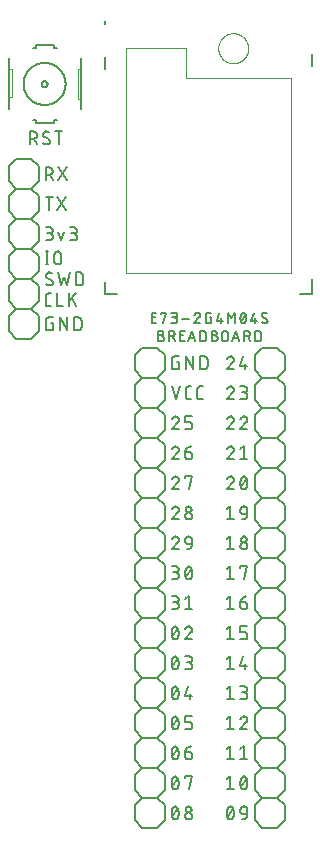
<source format=gto>
G75*
%MOIN*%
%OFA0B0*%
%FSLAX26Y26*%
%IPPOS*%
%LPD*%
%AMOC8*
5,1,8,0,0,1.08239X$1,22.5*
%
%ADD10C,0.007000*%
%ADD11C,0.005000*%
%ADD12C,0.000005*%
%ADD13C,0.006000*%
%ADD14C,0.002000*%
D10*
X00746806Y00167472D02*
X00747167Y00168237D01*
X00747511Y00169010D01*
X00747835Y00169791D01*
X00748141Y00170580D01*
X00748428Y00171376D01*
X00748696Y00172178D01*
X00748945Y00172987D01*
X00749174Y00173801D01*
X00749384Y00174620D01*
X00749574Y00175445D01*
X00749745Y00176273D01*
X00749895Y00177106D01*
X00750026Y00177942D01*
X00750137Y00178780D01*
X00750228Y00179621D01*
X00750298Y00180464D01*
X00750349Y00181309D01*
X00750379Y00182154D01*
X00750389Y00183000D01*
X00726500Y00183000D02*
X00726510Y00183846D01*
X00726540Y00184691D01*
X00726591Y00185536D01*
X00726661Y00186379D01*
X00726752Y00187220D01*
X00726863Y00188058D01*
X00726994Y00188894D01*
X00727144Y00189727D01*
X00727315Y00190555D01*
X00727505Y00191380D01*
X00727715Y00192199D01*
X00727944Y00193013D01*
X00728193Y00193822D01*
X00728461Y00194624D01*
X00728748Y00195420D01*
X00729054Y00196209D01*
X00729379Y00196990D01*
X00729722Y00197763D01*
X00730083Y00198528D01*
X00738444Y00204500D02*
X00738659Y00204497D01*
X00738874Y00204490D01*
X00739088Y00204476D01*
X00739303Y00204458D01*
X00739516Y00204435D01*
X00739729Y00204406D01*
X00739942Y00204372D01*
X00740153Y00204333D01*
X00740364Y00204289D01*
X00740573Y00204240D01*
X00740781Y00204185D01*
X00740988Y00204126D01*
X00741193Y00204062D01*
X00741396Y00203992D01*
X00741598Y00203918D01*
X00741798Y00203839D01*
X00741996Y00203755D01*
X00742192Y00203666D01*
X00742385Y00203573D01*
X00742576Y00203475D01*
X00742765Y00203372D01*
X00742951Y00203264D01*
X00743135Y00203152D01*
X00743316Y00203036D01*
X00743494Y00202915D01*
X00743669Y00202791D01*
X00743841Y00202661D01*
X00744009Y00202528D01*
X00744175Y00202391D01*
X00744337Y00202249D01*
X00744495Y00202104D01*
X00744650Y00201955D01*
X00744801Y00201802D01*
X00744949Y00201646D01*
X00745092Y00201486D01*
X00745232Y00201322D01*
X00745368Y00201156D01*
X00745499Y00200986D01*
X00745627Y00200812D01*
X00745750Y00200636D01*
X00745869Y00200457D01*
X00745983Y00200275D01*
X00746093Y00200090D01*
X00746199Y00199903D01*
X00746300Y00199713D01*
X00746396Y00199521D01*
X00746487Y00199326D01*
X00746574Y00199130D01*
X00746656Y00198931D01*
X00746733Y00198730D01*
X00746805Y00198528D01*
X00748000Y00194944D02*
X00728889Y00171055D01*
X00738444Y00161500D02*
X00738659Y00161503D01*
X00738874Y00161510D01*
X00739088Y00161524D01*
X00739303Y00161542D01*
X00739516Y00161565D01*
X00739729Y00161594D01*
X00739942Y00161628D01*
X00740153Y00161667D01*
X00740364Y00161711D01*
X00740573Y00161760D01*
X00740781Y00161815D01*
X00740987Y00161874D01*
X00741193Y00161938D01*
X00741396Y00162008D01*
X00741598Y00162082D01*
X00741798Y00162161D01*
X00741996Y00162245D01*
X00742191Y00162334D01*
X00742385Y00162427D01*
X00742576Y00162525D01*
X00742765Y00162628D01*
X00742951Y00162736D01*
X00743135Y00162847D01*
X00743316Y00162964D01*
X00743494Y00163084D01*
X00743669Y00163209D01*
X00743841Y00163339D01*
X00744009Y00163472D01*
X00744175Y00163609D01*
X00744337Y00163751D01*
X00744495Y00163896D01*
X00744650Y00164045D01*
X00744801Y00164198D01*
X00744949Y00164354D01*
X00745092Y00164514D01*
X00745232Y00164678D01*
X00745368Y00164844D01*
X00745499Y00165014D01*
X00745627Y00165188D01*
X00745750Y00165364D01*
X00745869Y00165543D01*
X00745983Y00165725D01*
X00746093Y00165910D01*
X00746199Y00166097D01*
X00746299Y00166287D01*
X00746396Y00166479D01*
X00746487Y00166674D01*
X00746574Y00166870D01*
X00746656Y00167069D01*
X00746733Y00167270D01*
X00746805Y00167472D01*
X00738444Y00161500D02*
X00738229Y00161503D01*
X00738014Y00161510D01*
X00737800Y00161524D01*
X00737585Y00161542D01*
X00737372Y00161565D01*
X00737159Y00161594D01*
X00736946Y00161628D01*
X00736735Y00161667D01*
X00736524Y00161711D01*
X00736315Y00161760D01*
X00736107Y00161814D01*
X00735901Y00161874D01*
X00735695Y00161938D01*
X00735492Y00162008D01*
X00735290Y00162082D01*
X00735090Y00162161D01*
X00734892Y00162245D01*
X00734697Y00162334D01*
X00734503Y00162427D01*
X00734312Y00162525D01*
X00734123Y00162628D01*
X00733937Y00162736D01*
X00733753Y00162847D01*
X00733572Y00162964D01*
X00733394Y00163084D01*
X00733219Y00163209D01*
X00733048Y00163339D01*
X00732879Y00163472D01*
X00732713Y00163609D01*
X00732552Y00163751D01*
X00732393Y00163896D01*
X00732238Y00164045D01*
X00732087Y00164198D01*
X00731939Y00164354D01*
X00731796Y00164514D01*
X00731656Y00164678D01*
X00731520Y00164844D01*
X00731389Y00165014D01*
X00731261Y00165188D01*
X00731138Y00165364D01*
X00731019Y00165543D01*
X00730905Y00165725D01*
X00730795Y00165910D01*
X00730689Y00166097D01*
X00730589Y00166287D01*
X00730492Y00166479D01*
X00730401Y00166674D01*
X00730314Y00166870D01*
X00730232Y00167069D01*
X00730155Y00167270D01*
X00730083Y00167472D01*
X00750389Y00183000D02*
X00750379Y00183846D01*
X00750349Y00184691D01*
X00750298Y00185536D01*
X00750228Y00186379D01*
X00750137Y00187220D01*
X00750026Y00188058D01*
X00749895Y00188894D01*
X00749745Y00189727D01*
X00749574Y00190555D01*
X00749384Y00191379D01*
X00749174Y00192199D01*
X00748945Y00193013D01*
X00748696Y00193822D01*
X00748428Y00194624D01*
X00748141Y00195420D01*
X00747835Y00196209D01*
X00747511Y00196990D01*
X00747167Y00197763D01*
X00746806Y00198528D01*
X00738444Y00204500D02*
X00738229Y00204497D01*
X00738014Y00204490D01*
X00737800Y00204476D01*
X00737585Y00204458D01*
X00737372Y00204435D01*
X00737159Y00204406D01*
X00736946Y00204372D01*
X00736735Y00204333D01*
X00736524Y00204289D01*
X00736315Y00204240D01*
X00736107Y00204185D01*
X00735901Y00204126D01*
X00735695Y00204062D01*
X00735492Y00203992D01*
X00735290Y00203918D01*
X00735090Y00203839D01*
X00734892Y00203755D01*
X00734697Y00203666D01*
X00734503Y00203573D01*
X00734312Y00203475D01*
X00734123Y00203372D01*
X00733937Y00203264D01*
X00733753Y00203153D01*
X00733572Y00203036D01*
X00733394Y00202916D01*
X00733219Y00202791D01*
X00733047Y00202661D01*
X00732879Y00202528D01*
X00732713Y00202391D01*
X00732551Y00202249D01*
X00732393Y00202104D01*
X00732238Y00201955D01*
X00732087Y00201802D01*
X00731939Y00201646D01*
X00731796Y00201486D01*
X00731656Y00201322D01*
X00731520Y00201156D01*
X00731389Y00200986D01*
X00731261Y00200812D01*
X00731138Y00200636D01*
X00731019Y00200457D01*
X00730905Y00200275D01*
X00730795Y00200090D01*
X00730689Y00199903D01*
X00730589Y00199713D01*
X00730492Y00199521D01*
X00730401Y00199326D01*
X00730314Y00199130D01*
X00730232Y00198931D01*
X00730155Y00198730D01*
X00730083Y00198528D01*
X00726500Y00183000D02*
X00726510Y00182154D01*
X00726540Y00181309D01*
X00726591Y00180464D01*
X00726661Y00179621D01*
X00726752Y00178780D01*
X00726863Y00177942D01*
X00726994Y00177106D01*
X00727144Y00176273D01*
X00727315Y00175445D01*
X00727505Y00174620D01*
X00727715Y00173801D01*
X00727944Y00172987D01*
X00728193Y00172178D01*
X00728461Y00171376D01*
X00728748Y00170580D01*
X00729054Y00169791D01*
X00729379Y00169010D01*
X00729722Y00168237D01*
X00730083Y00167472D01*
X00771500Y00173444D02*
X00771504Y00173153D01*
X00771514Y00172862D01*
X00771532Y00172572D01*
X00771557Y00172282D01*
X00771588Y00171993D01*
X00771627Y00171705D01*
X00771673Y00171418D01*
X00771726Y00171132D01*
X00771786Y00170847D01*
X00771852Y00170564D01*
X00771926Y00170282D01*
X00772006Y00170003D01*
X00772094Y00169725D01*
X00772188Y00169450D01*
X00772288Y00169177D01*
X00772395Y00168907D01*
X00772509Y00168639D01*
X00772629Y00168374D01*
X00772756Y00168112D01*
X00772889Y00167854D01*
X00773028Y00167598D01*
X00773174Y00167346D01*
X00773325Y00167098D01*
X00773483Y00166854D01*
X00773646Y00166613D01*
X00773815Y00166377D01*
X00773990Y00166144D01*
X00774171Y00165916D01*
X00774357Y00165693D01*
X00774548Y00165474D01*
X00774745Y00165259D01*
X00774947Y00165050D01*
X00775154Y00164845D01*
X00775366Y00164646D01*
X00775582Y00164452D01*
X00775804Y00164263D01*
X00776030Y00164080D01*
X00776260Y00163902D01*
X00776494Y00163730D01*
X00776733Y00163564D01*
X00776975Y00163403D01*
X00777222Y00163249D01*
X00777472Y00163100D01*
X00777726Y00162958D01*
X00777983Y00162822D01*
X00778243Y00162692D01*
X00778506Y00162568D01*
X00778773Y00162451D01*
X00779042Y00162341D01*
X00779313Y00162237D01*
X00779588Y00162140D01*
X00779864Y00162049D01*
X00780142Y00161965D01*
X00780423Y00161888D01*
X00780705Y00161818D01*
X00780989Y00161755D01*
X00781275Y00161699D01*
X00781561Y00161649D01*
X00781849Y00161607D01*
X00782138Y00161572D01*
X00782427Y00161543D01*
X00782717Y00161522D01*
X00783008Y00161508D01*
X00783299Y00161501D01*
X00783589Y00161501D01*
X00783880Y00161508D01*
X00784171Y00161522D01*
X00784461Y00161543D01*
X00784750Y00161572D01*
X00785039Y00161607D01*
X00785327Y00161649D01*
X00785613Y00161699D01*
X00785899Y00161755D01*
X00786183Y00161818D01*
X00786465Y00161888D01*
X00786746Y00161965D01*
X00787024Y00162049D01*
X00787300Y00162140D01*
X00787575Y00162237D01*
X00787846Y00162341D01*
X00788115Y00162451D01*
X00788382Y00162568D01*
X00788645Y00162692D01*
X00788905Y00162822D01*
X00789162Y00162958D01*
X00789416Y00163100D01*
X00789666Y00163249D01*
X00789913Y00163403D01*
X00790155Y00163564D01*
X00790394Y00163730D01*
X00790628Y00163902D01*
X00790858Y00164080D01*
X00791084Y00164263D01*
X00791306Y00164452D01*
X00791522Y00164646D01*
X00791734Y00164845D01*
X00791941Y00165050D01*
X00792143Y00165259D01*
X00792340Y00165474D01*
X00792531Y00165693D01*
X00792717Y00165916D01*
X00792898Y00166144D01*
X00793073Y00166377D01*
X00793242Y00166613D01*
X00793405Y00166854D01*
X00793563Y00167098D01*
X00793714Y00167346D01*
X00793860Y00167598D01*
X00793999Y00167854D01*
X00794132Y00168112D01*
X00794259Y00168374D01*
X00794379Y00168639D01*
X00794493Y00168907D01*
X00794600Y00169177D01*
X00794700Y00169450D01*
X00794794Y00169725D01*
X00794882Y00170003D01*
X00794962Y00170282D01*
X00795036Y00170564D01*
X00795102Y00170847D01*
X00795162Y00171132D01*
X00795215Y00171418D01*
X00795261Y00171705D01*
X00795300Y00171993D01*
X00795331Y00172282D01*
X00795356Y00172572D01*
X00795374Y00172862D01*
X00795384Y00173153D01*
X00795388Y00173444D01*
X00795384Y00173735D01*
X00795374Y00174026D01*
X00795356Y00174316D01*
X00795331Y00174606D01*
X00795300Y00174895D01*
X00795261Y00175183D01*
X00795215Y00175470D01*
X00795162Y00175756D01*
X00795102Y00176041D01*
X00795036Y00176324D01*
X00794962Y00176606D01*
X00794882Y00176885D01*
X00794794Y00177163D01*
X00794700Y00177438D01*
X00794600Y00177711D01*
X00794493Y00177981D01*
X00794379Y00178249D01*
X00794259Y00178514D01*
X00794132Y00178776D01*
X00793999Y00179034D01*
X00793860Y00179290D01*
X00793714Y00179542D01*
X00793563Y00179790D01*
X00793405Y00180034D01*
X00793242Y00180275D01*
X00793073Y00180511D01*
X00792898Y00180744D01*
X00792717Y00180972D01*
X00792531Y00181195D01*
X00792340Y00181414D01*
X00792143Y00181629D01*
X00791941Y00181838D01*
X00791734Y00182043D01*
X00791522Y00182242D01*
X00791306Y00182436D01*
X00791084Y00182625D01*
X00790858Y00182808D01*
X00790628Y00182986D01*
X00790394Y00183158D01*
X00790155Y00183324D01*
X00789913Y00183485D01*
X00789666Y00183639D01*
X00789416Y00183788D01*
X00789162Y00183930D01*
X00788905Y00184066D01*
X00788645Y00184196D01*
X00788382Y00184320D01*
X00788115Y00184437D01*
X00787846Y00184547D01*
X00787575Y00184651D01*
X00787300Y00184748D01*
X00787024Y00184839D01*
X00786746Y00184923D01*
X00786465Y00185000D01*
X00786183Y00185070D01*
X00785899Y00185133D01*
X00785613Y00185189D01*
X00785327Y00185239D01*
X00785039Y00185281D01*
X00784750Y00185316D01*
X00784461Y00185345D01*
X00784171Y00185366D01*
X00783880Y00185380D01*
X00783589Y00185387D01*
X00783299Y00185387D01*
X00783008Y00185380D01*
X00782717Y00185366D01*
X00782427Y00185345D01*
X00782138Y00185316D01*
X00781849Y00185281D01*
X00781561Y00185239D01*
X00781275Y00185189D01*
X00780989Y00185133D01*
X00780705Y00185070D01*
X00780423Y00185000D01*
X00780142Y00184923D01*
X00779864Y00184839D01*
X00779588Y00184748D01*
X00779313Y00184651D01*
X00779042Y00184547D01*
X00778773Y00184437D01*
X00778506Y00184320D01*
X00778243Y00184196D01*
X00777983Y00184066D01*
X00777726Y00183930D01*
X00777472Y00183788D01*
X00777222Y00183639D01*
X00776975Y00183485D01*
X00776733Y00183324D01*
X00776494Y00183158D01*
X00776260Y00182986D01*
X00776030Y00182808D01*
X00775804Y00182625D01*
X00775582Y00182436D01*
X00775366Y00182242D01*
X00775154Y00182043D01*
X00774947Y00181838D01*
X00774745Y00181629D01*
X00774548Y00181414D01*
X00774357Y00181195D01*
X00774171Y00180972D01*
X00773990Y00180744D01*
X00773815Y00180511D01*
X00773646Y00180275D01*
X00773483Y00180034D01*
X00773325Y00179790D01*
X00773174Y00179542D01*
X00773028Y00179290D01*
X00772889Y00179034D01*
X00772756Y00178776D01*
X00772629Y00178514D01*
X00772509Y00178249D01*
X00772395Y00177981D01*
X00772288Y00177711D01*
X00772188Y00177438D01*
X00772094Y00177163D01*
X00772006Y00176885D01*
X00771926Y00176606D01*
X00771852Y00176324D01*
X00771786Y00176041D01*
X00771726Y00175756D01*
X00771673Y00175470D01*
X00771627Y00175183D01*
X00771588Y00174895D01*
X00771557Y00174606D01*
X00771532Y00174316D01*
X00771514Y00174026D01*
X00771504Y00173735D01*
X00771500Y00173444D01*
X00773888Y00194944D02*
X00773891Y00194711D01*
X00773899Y00194479D01*
X00773913Y00194246D01*
X00773933Y00194015D01*
X00773959Y00193783D01*
X00773990Y00193553D01*
X00774027Y00193323D01*
X00774069Y00193094D01*
X00774117Y00192866D01*
X00774170Y00192640D01*
X00774229Y00192415D01*
X00774293Y00192191D01*
X00774363Y00191969D01*
X00774438Y00191749D01*
X00774519Y00191530D01*
X00774604Y00191314D01*
X00774695Y00191100D01*
X00774792Y00190888D01*
X00774893Y00190678D01*
X00774999Y00190471D01*
X00775111Y00190267D01*
X00775227Y00190066D01*
X00775348Y00189867D01*
X00775474Y00189671D01*
X00775605Y00189479D01*
X00775740Y00189290D01*
X00775880Y00189104D01*
X00776025Y00188921D01*
X00776174Y00188742D01*
X00776327Y00188567D01*
X00776484Y00188396D01*
X00776646Y00188228D01*
X00776811Y00188065D01*
X00776981Y00187905D01*
X00777154Y00187750D01*
X00777331Y00187599D01*
X00777512Y00187452D01*
X00777696Y00187310D01*
X00777884Y00187172D01*
X00778075Y00187039D01*
X00778269Y00186911D01*
X00778466Y00186787D01*
X00778666Y00186668D01*
X00778869Y00186554D01*
X00779075Y00186445D01*
X00779283Y00186342D01*
X00779494Y00186243D01*
X00779707Y00186149D01*
X00779922Y00186061D01*
X00780139Y00185978D01*
X00780359Y00185900D01*
X00780580Y00185827D01*
X00780803Y00185760D01*
X00781027Y00185699D01*
X00781253Y00185643D01*
X00781480Y00185592D01*
X00781708Y00185547D01*
X00781938Y00185507D01*
X00782168Y00185474D01*
X00782399Y00185445D01*
X00782630Y00185423D01*
X00782863Y00185406D01*
X00783095Y00185394D01*
X00783328Y00185389D01*
X00783560Y00185389D01*
X00783793Y00185394D01*
X00784025Y00185406D01*
X00784258Y00185423D01*
X00784489Y00185445D01*
X00784720Y00185474D01*
X00784950Y00185507D01*
X00785180Y00185547D01*
X00785408Y00185592D01*
X00785635Y00185643D01*
X00785861Y00185699D01*
X00786085Y00185760D01*
X00786308Y00185827D01*
X00786529Y00185900D01*
X00786749Y00185978D01*
X00786966Y00186061D01*
X00787181Y00186149D01*
X00787394Y00186243D01*
X00787605Y00186342D01*
X00787813Y00186445D01*
X00788019Y00186554D01*
X00788222Y00186668D01*
X00788422Y00186787D01*
X00788619Y00186911D01*
X00788813Y00187039D01*
X00789004Y00187172D01*
X00789192Y00187310D01*
X00789376Y00187452D01*
X00789557Y00187599D01*
X00789734Y00187750D01*
X00789907Y00187905D01*
X00790077Y00188065D01*
X00790242Y00188228D01*
X00790404Y00188396D01*
X00790561Y00188567D01*
X00790714Y00188742D01*
X00790863Y00188921D01*
X00791008Y00189104D01*
X00791148Y00189290D01*
X00791283Y00189479D01*
X00791414Y00189671D01*
X00791540Y00189867D01*
X00791661Y00190066D01*
X00791777Y00190267D01*
X00791889Y00190471D01*
X00791995Y00190678D01*
X00792096Y00190888D01*
X00792193Y00191100D01*
X00792284Y00191314D01*
X00792369Y00191530D01*
X00792450Y00191749D01*
X00792525Y00191969D01*
X00792595Y00192191D01*
X00792659Y00192415D01*
X00792718Y00192640D01*
X00792771Y00192866D01*
X00792819Y00193094D01*
X00792861Y00193323D01*
X00792898Y00193553D01*
X00792929Y00193783D01*
X00792955Y00194015D01*
X00792975Y00194246D01*
X00792989Y00194479D01*
X00792997Y00194711D01*
X00793000Y00194944D01*
X00792997Y00195177D01*
X00792989Y00195409D01*
X00792975Y00195642D01*
X00792955Y00195873D01*
X00792929Y00196105D01*
X00792898Y00196335D01*
X00792861Y00196565D01*
X00792819Y00196794D01*
X00792771Y00197022D01*
X00792718Y00197248D01*
X00792659Y00197473D01*
X00792595Y00197697D01*
X00792525Y00197919D01*
X00792450Y00198139D01*
X00792369Y00198358D01*
X00792284Y00198574D01*
X00792193Y00198788D01*
X00792096Y00199000D01*
X00791995Y00199210D01*
X00791889Y00199417D01*
X00791777Y00199621D01*
X00791661Y00199822D01*
X00791540Y00200021D01*
X00791414Y00200217D01*
X00791283Y00200409D01*
X00791148Y00200598D01*
X00791008Y00200784D01*
X00790863Y00200967D01*
X00790714Y00201146D01*
X00790561Y00201321D01*
X00790404Y00201492D01*
X00790242Y00201660D01*
X00790077Y00201823D01*
X00789907Y00201983D01*
X00789734Y00202138D01*
X00789557Y00202289D01*
X00789376Y00202436D01*
X00789192Y00202578D01*
X00789004Y00202716D01*
X00788813Y00202849D01*
X00788619Y00202977D01*
X00788422Y00203101D01*
X00788222Y00203220D01*
X00788019Y00203334D01*
X00787813Y00203443D01*
X00787605Y00203546D01*
X00787394Y00203645D01*
X00787181Y00203739D01*
X00786966Y00203827D01*
X00786749Y00203910D01*
X00786529Y00203988D01*
X00786308Y00204061D01*
X00786085Y00204128D01*
X00785861Y00204189D01*
X00785635Y00204245D01*
X00785408Y00204296D01*
X00785180Y00204341D01*
X00784950Y00204381D01*
X00784720Y00204414D01*
X00784489Y00204443D01*
X00784258Y00204465D01*
X00784025Y00204482D01*
X00783793Y00204494D01*
X00783560Y00204499D01*
X00783328Y00204499D01*
X00783095Y00204494D01*
X00782863Y00204482D01*
X00782630Y00204465D01*
X00782399Y00204443D01*
X00782168Y00204414D01*
X00781938Y00204381D01*
X00781708Y00204341D01*
X00781480Y00204296D01*
X00781253Y00204245D01*
X00781027Y00204189D01*
X00780803Y00204128D01*
X00780580Y00204061D01*
X00780359Y00203988D01*
X00780139Y00203910D01*
X00779922Y00203827D01*
X00779707Y00203739D01*
X00779494Y00203645D01*
X00779283Y00203546D01*
X00779075Y00203443D01*
X00778869Y00203334D01*
X00778666Y00203220D01*
X00778466Y00203101D01*
X00778269Y00202977D01*
X00778075Y00202849D01*
X00777884Y00202716D01*
X00777696Y00202578D01*
X00777512Y00202436D01*
X00777331Y00202289D01*
X00777154Y00202138D01*
X00776981Y00201983D01*
X00776811Y00201823D01*
X00776646Y00201660D01*
X00776484Y00201492D01*
X00776327Y00201321D01*
X00776174Y00201146D01*
X00776025Y00200967D01*
X00775880Y00200784D01*
X00775740Y00200598D01*
X00775605Y00200409D01*
X00775474Y00200217D01*
X00775348Y00200021D01*
X00775227Y00199822D01*
X00775111Y00199621D01*
X00774999Y00199417D01*
X00774893Y00199210D01*
X00774792Y00199000D01*
X00774695Y00198788D01*
X00774604Y00198574D01*
X00774519Y00198358D01*
X00774438Y00198139D01*
X00774363Y00197919D01*
X00774293Y00197697D01*
X00774229Y00197473D01*
X00774170Y00197248D01*
X00774117Y00197022D01*
X00774069Y00196794D01*
X00774027Y00196565D01*
X00773990Y00196335D01*
X00773959Y00196105D01*
X00773933Y00195873D01*
X00773913Y00195642D01*
X00773899Y00195409D01*
X00773891Y00195177D01*
X00773888Y00194944D01*
X00783444Y00261500D02*
X00795389Y00304500D01*
X00771500Y00304500D01*
X00771500Y00299722D01*
X00726500Y00283000D02*
X00726510Y00282154D01*
X00726540Y00281309D01*
X00726591Y00280464D01*
X00726661Y00279621D01*
X00726752Y00278780D01*
X00726863Y00277942D01*
X00726994Y00277106D01*
X00727144Y00276273D01*
X00727315Y00275445D01*
X00727505Y00274620D01*
X00727715Y00273801D01*
X00727944Y00272987D01*
X00728193Y00272178D01*
X00728461Y00271376D01*
X00728748Y00270580D01*
X00729054Y00269791D01*
X00729379Y00269010D01*
X00729722Y00268237D01*
X00730083Y00267472D01*
X00728889Y00271055D02*
X00748000Y00294944D01*
X00746805Y00298528D02*
X00746733Y00298730D01*
X00746656Y00298931D01*
X00746574Y00299130D01*
X00746487Y00299326D01*
X00746396Y00299521D01*
X00746300Y00299713D01*
X00746199Y00299903D01*
X00746093Y00300090D01*
X00745983Y00300275D01*
X00745869Y00300457D01*
X00745750Y00300636D01*
X00745627Y00300812D01*
X00745499Y00300986D01*
X00745368Y00301156D01*
X00745232Y00301322D01*
X00745092Y00301486D01*
X00744949Y00301646D01*
X00744801Y00301802D01*
X00744650Y00301955D01*
X00744495Y00302104D01*
X00744337Y00302249D01*
X00744175Y00302391D01*
X00744009Y00302528D01*
X00743841Y00302661D01*
X00743669Y00302791D01*
X00743494Y00302915D01*
X00743316Y00303036D01*
X00743135Y00303152D01*
X00742951Y00303264D01*
X00742765Y00303372D01*
X00742576Y00303475D01*
X00742385Y00303573D01*
X00742192Y00303666D01*
X00741996Y00303755D01*
X00741798Y00303839D01*
X00741598Y00303918D01*
X00741396Y00303992D01*
X00741193Y00304062D01*
X00740988Y00304126D01*
X00740781Y00304185D01*
X00740573Y00304240D01*
X00740364Y00304289D01*
X00740153Y00304333D01*
X00739942Y00304372D01*
X00739729Y00304406D01*
X00739516Y00304435D01*
X00739303Y00304458D01*
X00739088Y00304476D01*
X00738874Y00304490D01*
X00738659Y00304497D01*
X00738444Y00304500D01*
X00738229Y00304497D01*
X00738014Y00304490D01*
X00737800Y00304476D01*
X00737585Y00304458D01*
X00737372Y00304435D01*
X00737159Y00304406D01*
X00736946Y00304372D01*
X00736735Y00304333D01*
X00736524Y00304289D01*
X00736315Y00304240D01*
X00736107Y00304185D01*
X00735901Y00304126D01*
X00735695Y00304062D01*
X00735492Y00303992D01*
X00735290Y00303918D01*
X00735090Y00303839D01*
X00734892Y00303755D01*
X00734697Y00303666D01*
X00734503Y00303573D01*
X00734312Y00303475D01*
X00734123Y00303372D01*
X00733937Y00303264D01*
X00733753Y00303153D01*
X00733572Y00303036D01*
X00733394Y00302916D01*
X00733219Y00302791D01*
X00733047Y00302661D01*
X00732879Y00302528D01*
X00732713Y00302391D01*
X00732551Y00302249D01*
X00732393Y00302104D01*
X00732238Y00301955D01*
X00732087Y00301802D01*
X00731939Y00301646D01*
X00731796Y00301486D01*
X00731656Y00301322D01*
X00731520Y00301156D01*
X00731389Y00300986D01*
X00731261Y00300812D01*
X00731138Y00300636D01*
X00731019Y00300457D01*
X00730905Y00300275D01*
X00730795Y00300090D01*
X00730689Y00299903D01*
X00730589Y00299713D01*
X00730492Y00299521D01*
X00730401Y00299326D01*
X00730314Y00299130D01*
X00730232Y00298931D01*
X00730155Y00298730D01*
X00730083Y00298528D01*
X00746806Y00298528D02*
X00747167Y00297763D01*
X00747511Y00296990D01*
X00747835Y00296209D01*
X00748141Y00295420D01*
X00748428Y00294624D01*
X00748696Y00293822D01*
X00748945Y00293013D01*
X00749174Y00292199D01*
X00749384Y00291379D01*
X00749574Y00290555D01*
X00749745Y00289727D01*
X00749895Y00288894D01*
X00750026Y00288058D01*
X00750137Y00287220D01*
X00750228Y00286379D01*
X00750298Y00285536D01*
X00750349Y00284691D01*
X00750379Y00283846D01*
X00750389Y00283000D01*
X00726500Y00283000D02*
X00726510Y00283846D01*
X00726540Y00284691D01*
X00726591Y00285536D01*
X00726661Y00286379D01*
X00726752Y00287220D01*
X00726863Y00288058D01*
X00726994Y00288894D01*
X00727144Y00289727D01*
X00727315Y00290555D01*
X00727505Y00291380D01*
X00727715Y00292199D01*
X00727944Y00293013D01*
X00728193Y00293822D01*
X00728461Y00294624D01*
X00728748Y00295420D01*
X00729054Y00296209D01*
X00729379Y00296990D01*
X00729722Y00297763D01*
X00730083Y00298528D01*
X00750389Y00283000D02*
X00750379Y00282154D01*
X00750349Y00281309D01*
X00750298Y00280464D01*
X00750228Y00279621D01*
X00750137Y00278780D01*
X00750026Y00277942D01*
X00749895Y00277106D01*
X00749745Y00276273D01*
X00749574Y00275445D01*
X00749384Y00274620D01*
X00749174Y00273801D01*
X00748945Y00272987D01*
X00748696Y00272178D01*
X00748428Y00271376D01*
X00748141Y00270580D01*
X00747835Y00269791D01*
X00747511Y00269010D01*
X00747167Y00268237D01*
X00746806Y00267472D01*
X00746805Y00267472D02*
X00746733Y00267270D01*
X00746656Y00267069D01*
X00746574Y00266870D01*
X00746487Y00266674D01*
X00746396Y00266479D01*
X00746299Y00266287D01*
X00746199Y00266097D01*
X00746093Y00265910D01*
X00745983Y00265725D01*
X00745869Y00265543D01*
X00745750Y00265364D01*
X00745627Y00265188D01*
X00745499Y00265014D01*
X00745368Y00264844D01*
X00745232Y00264678D01*
X00745092Y00264514D01*
X00744949Y00264354D01*
X00744801Y00264198D01*
X00744650Y00264045D01*
X00744495Y00263896D01*
X00744337Y00263751D01*
X00744175Y00263609D01*
X00744009Y00263472D01*
X00743841Y00263339D01*
X00743669Y00263209D01*
X00743494Y00263084D01*
X00743316Y00262964D01*
X00743135Y00262847D01*
X00742951Y00262736D01*
X00742765Y00262628D01*
X00742576Y00262525D01*
X00742385Y00262427D01*
X00742191Y00262334D01*
X00741996Y00262245D01*
X00741798Y00262161D01*
X00741598Y00262082D01*
X00741396Y00262008D01*
X00741193Y00261938D01*
X00740987Y00261874D01*
X00740781Y00261815D01*
X00740573Y00261760D01*
X00740364Y00261711D01*
X00740153Y00261667D01*
X00739942Y00261628D01*
X00739729Y00261594D01*
X00739516Y00261565D01*
X00739303Y00261542D01*
X00739088Y00261524D01*
X00738874Y00261510D01*
X00738659Y00261503D01*
X00738444Y00261500D01*
X00738229Y00261503D01*
X00738014Y00261510D01*
X00737800Y00261524D01*
X00737585Y00261542D01*
X00737372Y00261565D01*
X00737159Y00261594D01*
X00736946Y00261628D01*
X00736735Y00261667D01*
X00736524Y00261711D01*
X00736315Y00261760D01*
X00736107Y00261814D01*
X00735901Y00261874D01*
X00735695Y00261938D01*
X00735492Y00262008D01*
X00735290Y00262082D01*
X00735090Y00262161D01*
X00734892Y00262245D01*
X00734697Y00262334D01*
X00734503Y00262427D01*
X00734312Y00262525D01*
X00734123Y00262628D01*
X00733937Y00262736D01*
X00733753Y00262847D01*
X00733572Y00262964D01*
X00733394Y00263084D01*
X00733219Y00263209D01*
X00733048Y00263339D01*
X00732879Y00263472D01*
X00732713Y00263609D01*
X00732552Y00263751D01*
X00732393Y00263896D01*
X00732238Y00264045D01*
X00732087Y00264198D01*
X00731939Y00264354D01*
X00731796Y00264514D01*
X00731656Y00264678D01*
X00731520Y00264844D01*
X00731389Y00265014D01*
X00731261Y00265188D01*
X00731138Y00265364D01*
X00731019Y00265543D01*
X00730905Y00265725D01*
X00730795Y00265910D01*
X00730689Y00266097D01*
X00730589Y00266287D01*
X00730492Y00266479D01*
X00730401Y00266674D01*
X00730314Y00266870D01*
X00730232Y00267069D01*
X00730155Y00267270D01*
X00730083Y00267472D01*
X00738444Y00361500D02*
X00738659Y00361503D01*
X00738874Y00361510D01*
X00739088Y00361524D01*
X00739303Y00361542D01*
X00739516Y00361565D01*
X00739729Y00361594D01*
X00739942Y00361628D01*
X00740153Y00361667D01*
X00740364Y00361711D01*
X00740573Y00361760D01*
X00740781Y00361815D01*
X00740987Y00361874D01*
X00741193Y00361938D01*
X00741396Y00362008D01*
X00741598Y00362082D01*
X00741798Y00362161D01*
X00741996Y00362245D01*
X00742191Y00362334D01*
X00742385Y00362427D01*
X00742576Y00362525D01*
X00742765Y00362628D01*
X00742951Y00362736D01*
X00743135Y00362847D01*
X00743316Y00362964D01*
X00743494Y00363084D01*
X00743669Y00363209D01*
X00743841Y00363339D01*
X00744009Y00363472D01*
X00744175Y00363609D01*
X00744337Y00363751D01*
X00744495Y00363896D01*
X00744650Y00364045D01*
X00744801Y00364198D01*
X00744949Y00364354D01*
X00745092Y00364514D01*
X00745232Y00364678D01*
X00745368Y00364844D01*
X00745499Y00365014D01*
X00745627Y00365188D01*
X00745750Y00365364D01*
X00745869Y00365543D01*
X00745983Y00365725D01*
X00746093Y00365910D01*
X00746199Y00366097D01*
X00746299Y00366287D01*
X00746396Y00366479D01*
X00746487Y00366674D01*
X00746574Y00366870D01*
X00746656Y00367069D01*
X00746733Y00367270D01*
X00746805Y00367472D01*
X00738444Y00361500D02*
X00738229Y00361503D01*
X00738014Y00361510D01*
X00737800Y00361524D01*
X00737585Y00361542D01*
X00737372Y00361565D01*
X00737159Y00361594D01*
X00736946Y00361628D01*
X00736735Y00361667D01*
X00736524Y00361711D01*
X00736315Y00361760D01*
X00736107Y00361814D01*
X00735901Y00361874D01*
X00735695Y00361938D01*
X00735492Y00362008D01*
X00735290Y00362082D01*
X00735090Y00362161D01*
X00734892Y00362245D01*
X00734697Y00362334D01*
X00734503Y00362427D01*
X00734312Y00362525D01*
X00734123Y00362628D01*
X00733937Y00362736D01*
X00733753Y00362847D01*
X00733572Y00362964D01*
X00733394Y00363084D01*
X00733219Y00363209D01*
X00733048Y00363339D01*
X00732879Y00363472D01*
X00732713Y00363609D01*
X00732552Y00363751D01*
X00732393Y00363896D01*
X00732238Y00364045D01*
X00732087Y00364198D01*
X00731939Y00364354D01*
X00731796Y00364514D01*
X00731656Y00364678D01*
X00731520Y00364844D01*
X00731389Y00365014D01*
X00731261Y00365188D01*
X00731138Y00365364D01*
X00731019Y00365543D01*
X00730905Y00365725D01*
X00730795Y00365910D01*
X00730689Y00366097D01*
X00730589Y00366287D01*
X00730492Y00366479D01*
X00730401Y00366674D01*
X00730314Y00366870D01*
X00730232Y00367069D01*
X00730155Y00367270D01*
X00730083Y00367472D01*
X00728889Y00371055D02*
X00748000Y00394944D01*
X00746805Y00398528D02*
X00746733Y00398730D01*
X00746656Y00398931D01*
X00746574Y00399130D01*
X00746487Y00399326D01*
X00746396Y00399521D01*
X00746300Y00399713D01*
X00746199Y00399903D01*
X00746093Y00400090D01*
X00745983Y00400275D01*
X00745869Y00400457D01*
X00745750Y00400636D01*
X00745627Y00400812D01*
X00745499Y00400986D01*
X00745368Y00401156D01*
X00745232Y00401322D01*
X00745092Y00401486D01*
X00744949Y00401646D01*
X00744801Y00401802D01*
X00744650Y00401955D01*
X00744495Y00402104D01*
X00744337Y00402249D01*
X00744175Y00402391D01*
X00744009Y00402528D01*
X00743841Y00402661D01*
X00743669Y00402791D01*
X00743494Y00402915D01*
X00743316Y00403036D01*
X00743135Y00403152D01*
X00742951Y00403264D01*
X00742765Y00403372D01*
X00742576Y00403475D01*
X00742385Y00403573D01*
X00742192Y00403666D01*
X00741996Y00403755D01*
X00741798Y00403839D01*
X00741598Y00403918D01*
X00741396Y00403992D01*
X00741193Y00404062D01*
X00740988Y00404126D01*
X00740781Y00404185D01*
X00740573Y00404240D01*
X00740364Y00404289D01*
X00740153Y00404333D01*
X00739942Y00404372D01*
X00739729Y00404406D01*
X00739516Y00404435D01*
X00739303Y00404458D01*
X00739088Y00404476D01*
X00738874Y00404490D01*
X00738659Y00404497D01*
X00738444Y00404500D01*
X00738229Y00404497D01*
X00738014Y00404490D01*
X00737800Y00404476D01*
X00737585Y00404458D01*
X00737372Y00404435D01*
X00737159Y00404406D01*
X00736946Y00404372D01*
X00736735Y00404333D01*
X00736524Y00404289D01*
X00736315Y00404240D01*
X00736107Y00404185D01*
X00735901Y00404126D01*
X00735695Y00404062D01*
X00735492Y00403992D01*
X00735290Y00403918D01*
X00735090Y00403839D01*
X00734892Y00403755D01*
X00734697Y00403666D01*
X00734503Y00403573D01*
X00734312Y00403475D01*
X00734123Y00403372D01*
X00733937Y00403264D01*
X00733753Y00403153D01*
X00733572Y00403036D01*
X00733394Y00402916D01*
X00733219Y00402791D01*
X00733047Y00402661D01*
X00732879Y00402528D01*
X00732713Y00402391D01*
X00732551Y00402249D01*
X00732393Y00402104D01*
X00732238Y00401955D01*
X00732087Y00401802D01*
X00731939Y00401646D01*
X00731796Y00401486D01*
X00731656Y00401322D01*
X00731520Y00401156D01*
X00731389Y00400986D01*
X00731261Y00400812D01*
X00731138Y00400636D01*
X00731019Y00400457D01*
X00730905Y00400275D01*
X00730795Y00400090D01*
X00730689Y00399903D01*
X00730589Y00399713D01*
X00730492Y00399521D01*
X00730401Y00399326D01*
X00730314Y00399130D01*
X00730232Y00398931D01*
X00730155Y00398730D01*
X00730083Y00398528D01*
X00746806Y00398528D02*
X00747167Y00397763D01*
X00747511Y00396990D01*
X00747835Y00396209D01*
X00748141Y00395420D01*
X00748428Y00394624D01*
X00748696Y00393822D01*
X00748945Y00393013D01*
X00749174Y00392199D01*
X00749384Y00391379D01*
X00749574Y00390555D01*
X00749745Y00389727D01*
X00749895Y00388894D01*
X00750026Y00388058D01*
X00750137Y00387220D01*
X00750228Y00386379D01*
X00750298Y00385536D01*
X00750349Y00384691D01*
X00750379Y00383846D01*
X00750389Y00383000D01*
X00726500Y00383000D02*
X00726510Y00383846D01*
X00726540Y00384691D01*
X00726591Y00385536D01*
X00726661Y00386379D01*
X00726752Y00387220D01*
X00726863Y00388058D01*
X00726994Y00388894D01*
X00727144Y00389727D01*
X00727315Y00390555D01*
X00727505Y00391380D01*
X00727715Y00392199D01*
X00727944Y00393013D01*
X00728193Y00393822D01*
X00728461Y00394624D01*
X00728748Y00395420D01*
X00729054Y00396209D01*
X00729379Y00396990D01*
X00729722Y00397763D01*
X00730083Y00398528D01*
X00750389Y00383000D02*
X00750379Y00382154D01*
X00750349Y00381309D01*
X00750298Y00380464D01*
X00750228Y00379621D01*
X00750137Y00378780D01*
X00750026Y00377942D01*
X00749895Y00377106D01*
X00749745Y00376273D01*
X00749574Y00375445D01*
X00749384Y00374620D01*
X00749174Y00373801D01*
X00748945Y00372987D01*
X00748696Y00372178D01*
X00748428Y00371376D01*
X00748141Y00370580D01*
X00747835Y00369791D01*
X00747511Y00369010D01*
X00747167Y00368237D01*
X00746806Y00367472D01*
X00730083Y00367472D02*
X00729722Y00368237D01*
X00729379Y00369010D01*
X00729054Y00369791D01*
X00728748Y00370580D01*
X00728461Y00371376D01*
X00728193Y00372178D01*
X00727944Y00372987D01*
X00727715Y00373801D01*
X00727505Y00374620D01*
X00727315Y00375445D01*
X00727144Y00376273D01*
X00726994Y00377106D01*
X00726863Y00377942D01*
X00726752Y00378780D01*
X00726661Y00379621D01*
X00726591Y00380464D01*
X00726540Y00381309D01*
X00726510Y00382154D01*
X00726500Y00383000D01*
X00771500Y00385389D02*
X00771500Y00373444D01*
X00771504Y00373153D01*
X00771514Y00372862D01*
X00771532Y00372572D01*
X00771557Y00372282D01*
X00771588Y00371993D01*
X00771627Y00371705D01*
X00771673Y00371418D01*
X00771726Y00371132D01*
X00771786Y00370847D01*
X00771852Y00370564D01*
X00771926Y00370282D01*
X00772006Y00370003D01*
X00772094Y00369725D01*
X00772188Y00369450D01*
X00772288Y00369177D01*
X00772395Y00368907D01*
X00772509Y00368639D01*
X00772629Y00368374D01*
X00772756Y00368112D01*
X00772889Y00367854D01*
X00773028Y00367598D01*
X00773174Y00367346D01*
X00773325Y00367098D01*
X00773483Y00366854D01*
X00773646Y00366613D01*
X00773815Y00366377D01*
X00773990Y00366144D01*
X00774171Y00365916D01*
X00774357Y00365693D01*
X00774548Y00365474D01*
X00774745Y00365259D01*
X00774947Y00365050D01*
X00775154Y00364845D01*
X00775366Y00364646D01*
X00775582Y00364452D01*
X00775804Y00364263D01*
X00776030Y00364080D01*
X00776260Y00363902D01*
X00776494Y00363730D01*
X00776733Y00363564D01*
X00776975Y00363403D01*
X00777222Y00363249D01*
X00777472Y00363100D01*
X00777726Y00362958D01*
X00777983Y00362822D01*
X00778243Y00362692D01*
X00778506Y00362568D01*
X00778773Y00362451D01*
X00779042Y00362341D01*
X00779313Y00362237D01*
X00779588Y00362140D01*
X00779864Y00362049D01*
X00780142Y00361965D01*
X00780423Y00361888D01*
X00780705Y00361818D01*
X00780989Y00361755D01*
X00781275Y00361699D01*
X00781561Y00361649D01*
X00781849Y00361607D01*
X00782138Y00361572D01*
X00782427Y00361543D01*
X00782717Y00361522D01*
X00783008Y00361508D01*
X00783299Y00361501D01*
X00783589Y00361501D01*
X00783880Y00361508D01*
X00784171Y00361522D01*
X00784461Y00361543D01*
X00784750Y00361572D01*
X00785039Y00361607D01*
X00785327Y00361649D01*
X00785613Y00361699D01*
X00785899Y00361755D01*
X00786183Y00361818D01*
X00786465Y00361888D01*
X00786746Y00361965D01*
X00787024Y00362049D01*
X00787300Y00362140D01*
X00787575Y00362237D01*
X00787846Y00362341D01*
X00788115Y00362451D01*
X00788382Y00362568D01*
X00788645Y00362692D01*
X00788905Y00362822D01*
X00789162Y00362958D01*
X00789416Y00363100D01*
X00789666Y00363249D01*
X00789913Y00363403D01*
X00790155Y00363564D01*
X00790394Y00363730D01*
X00790628Y00363902D01*
X00790858Y00364080D01*
X00791084Y00364263D01*
X00791306Y00364452D01*
X00791522Y00364646D01*
X00791734Y00364845D01*
X00791941Y00365050D01*
X00792143Y00365259D01*
X00792340Y00365474D01*
X00792531Y00365693D01*
X00792717Y00365916D01*
X00792898Y00366144D01*
X00793073Y00366377D01*
X00793242Y00366613D01*
X00793405Y00366854D01*
X00793563Y00367098D01*
X00793714Y00367346D01*
X00793860Y00367598D01*
X00793999Y00367854D01*
X00794132Y00368112D01*
X00794259Y00368374D01*
X00794379Y00368639D01*
X00794493Y00368907D01*
X00794600Y00369177D01*
X00794700Y00369450D01*
X00794794Y00369725D01*
X00794882Y00370003D01*
X00794962Y00370282D01*
X00795036Y00370564D01*
X00795102Y00370847D01*
X00795162Y00371132D01*
X00795215Y00371418D01*
X00795261Y00371705D01*
X00795300Y00371993D01*
X00795331Y00372282D01*
X00795356Y00372572D01*
X00795374Y00372862D01*
X00795384Y00373153D01*
X00795388Y00373444D01*
X00795389Y00373444D02*
X00795389Y00375833D01*
X00795388Y00375833D02*
X00795385Y00376064D01*
X00795377Y00376295D01*
X00795363Y00376525D01*
X00795343Y00376755D01*
X00795318Y00376985D01*
X00795288Y00377214D01*
X00795252Y00377442D01*
X00795210Y00377669D01*
X00795163Y00377895D01*
X00795110Y00378120D01*
X00795052Y00378343D01*
X00794989Y00378565D01*
X00794920Y00378786D01*
X00794846Y00379004D01*
X00794767Y00379221D01*
X00794683Y00379436D01*
X00794593Y00379649D01*
X00794498Y00379859D01*
X00794398Y00380068D01*
X00794294Y00380273D01*
X00794184Y00380477D01*
X00794069Y00380677D01*
X00793950Y00380875D01*
X00793825Y00381069D01*
X00793697Y00381261D01*
X00793563Y00381449D01*
X00793425Y00381634D01*
X00793283Y00381816D01*
X00793136Y00381994D01*
X00792985Y00382169D01*
X00792830Y00382340D01*
X00792671Y00382507D01*
X00792507Y00382671D01*
X00792340Y00382830D01*
X00792169Y00382985D01*
X00791994Y00383136D01*
X00791816Y00383283D01*
X00791634Y00383425D01*
X00791449Y00383563D01*
X00791261Y00383697D01*
X00791069Y00383825D01*
X00790875Y00383950D01*
X00790677Y00384069D01*
X00790477Y00384184D01*
X00790273Y00384294D01*
X00790068Y00384398D01*
X00789859Y00384498D01*
X00789649Y00384593D01*
X00789436Y00384683D01*
X00789221Y00384767D01*
X00789004Y00384846D01*
X00788786Y00384920D01*
X00788565Y00384989D01*
X00788343Y00385052D01*
X00788120Y00385110D01*
X00787895Y00385163D01*
X00787669Y00385210D01*
X00787442Y00385252D01*
X00787214Y00385288D01*
X00786985Y00385318D01*
X00786755Y00385343D01*
X00786525Y00385363D01*
X00786295Y00385377D01*
X00786064Y00385385D01*
X00785833Y00385388D01*
X00785833Y00385389D02*
X00771500Y00385389D01*
X00771506Y00385858D01*
X00771523Y00386327D01*
X00771552Y00386795D01*
X00771592Y00387262D01*
X00771644Y00387728D01*
X00771707Y00388193D01*
X00771781Y00388656D01*
X00771867Y00389117D01*
X00771964Y00389576D01*
X00772073Y00390033D01*
X00772192Y00390486D01*
X00772323Y00390937D01*
X00772465Y00391384D01*
X00772617Y00391827D01*
X00772781Y00392267D01*
X00772955Y00392702D01*
X00773140Y00393134D01*
X00773335Y00393560D01*
X00773541Y00393981D01*
X00773757Y00394398D01*
X00773983Y00394809D01*
X00774219Y00395214D01*
X00774465Y00395613D01*
X00774721Y00396006D01*
X00774986Y00396393D01*
X00775261Y00396773D01*
X00775545Y00397147D01*
X00775838Y00397513D01*
X00776140Y00397872D01*
X00776451Y00398223D01*
X00776770Y00398567D01*
X00777097Y00398902D01*
X00777433Y00399230D01*
X00777777Y00399549D01*
X00778128Y00399860D01*
X00778487Y00400162D01*
X00778853Y00400455D01*
X00779227Y00400739D01*
X00779607Y00401014D01*
X00779993Y00401279D01*
X00780387Y00401535D01*
X00780786Y00401781D01*
X00781191Y00402017D01*
X00781602Y00402243D01*
X00782018Y00402459D01*
X00782440Y00402665D01*
X00782866Y00402860D01*
X00783297Y00403045D01*
X00783733Y00403219D01*
X00784173Y00403383D01*
X00784616Y00403535D01*
X00785063Y00403677D01*
X00785514Y00403808D01*
X00785967Y00403927D01*
X00786424Y00404036D01*
X00786883Y00404133D01*
X00787344Y00404219D01*
X00787807Y00404293D01*
X00788271Y00404356D01*
X00788738Y00404408D01*
X00789205Y00404448D01*
X00789673Y00404477D01*
X00790142Y00404494D01*
X00790611Y00404500D01*
X00785833Y00461500D02*
X00771500Y00461500D01*
X00785833Y00461500D02*
X00786064Y00461503D01*
X00786295Y00461511D01*
X00786525Y00461525D01*
X00786755Y00461545D01*
X00786985Y00461570D01*
X00787214Y00461600D01*
X00787442Y00461636D01*
X00787669Y00461678D01*
X00787895Y00461725D01*
X00788120Y00461778D01*
X00788343Y00461836D01*
X00788565Y00461899D01*
X00788786Y00461968D01*
X00789004Y00462042D01*
X00789221Y00462121D01*
X00789436Y00462205D01*
X00789649Y00462295D01*
X00789860Y00462390D01*
X00790068Y00462490D01*
X00790273Y00462594D01*
X00790477Y00462704D01*
X00790677Y00462819D01*
X00790875Y00462938D01*
X00791069Y00463063D01*
X00791261Y00463191D01*
X00791449Y00463325D01*
X00791634Y00463463D01*
X00791816Y00463605D01*
X00791995Y00463752D01*
X00792169Y00463903D01*
X00792340Y00464058D01*
X00792507Y00464217D01*
X00792671Y00464381D01*
X00792830Y00464548D01*
X00792985Y00464719D01*
X00793136Y00464894D01*
X00793283Y00465072D01*
X00793425Y00465254D01*
X00793563Y00465439D01*
X00793697Y00465627D01*
X00793826Y00465819D01*
X00793950Y00466013D01*
X00794069Y00466211D01*
X00794184Y00466412D01*
X00794294Y00466615D01*
X00794398Y00466820D01*
X00794498Y00467029D01*
X00794593Y00467239D01*
X00794683Y00467452D01*
X00794767Y00467667D01*
X00794846Y00467884D01*
X00794920Y00468102D01*
X00794989Y00468323D01*
X00795052Y00468545D01*
X00795110Y00468768D01*
X00795163Y00468993D01*
X00795210Y00469219D01*
X00795252Y00469446D01*
X00795288Y00469675D01*
X00795318Y00469903D01*
X00795343Y00470133D01*
X00795363Y00470363D01*
X00795377Y00470593D01*
X00795385Y00470824D01*
X00795388Y00471055D01*
X00795389Y00471055D02*
X00795389Y00475833D01*
X00795388Y00475833D02*
X00795385Y00476064D01*
X00795377Y00476295D01*
X00795363Y00476525D01*
X00795343Y00476755D01*
X00795318Y00476985D01*
X00795288Y00477214D01*
X00795252Y00477442D01*
X00795210Y00477669D01*
X00795163Y00477895D01*
X00795110Y00478120D01*
X00795052Y00478343D01*
X00794989Y00478565D01*
X00794920Y00478786D01*
X00794846Y00479004D01*
X00794767Y00479221D01*
X00794683Y00479436D01*
X00794593Y00479649D01*
X00794498Y00479859D01*
X00794398Y00480068D01*
X00794294Y00480273D01*
X00794184Y00480477D01*
X00794069Y00480677D01*
X00793950Y00480875D01*
X00793825Y00481069D01*
X00793697Y00481261D01*
X00793563Y00481449D01*
X00793425Y00481634D01*
X00793283Y00481816D01*
X00793136Y00481994D01*
X00792985Y00482169D01*
X00792830Y00482340D01*
X00792671Y00482507D01*
X00792507Y00482671D01*
X00792340Y00482830D01*
X00792169Y00482985D01*
X00791994Y00483136D01*
X00791816Y00483283D01*
X00791634Y00483425D01*
X00791449Y00483563D01*
X00791261Y00483697D01*
X00791069Y00483825D01*
X00790875Y00483950D01*
X00790677Y00484069D01*
X00790477Y00484184D01*
X00790273Y00484294D01*
X00790068Y00484398D01*
X00789859Y00484498D01*
X00789649Y00484593D01*
X00789436Y00484683D01*
X00789221Y00484767D01*
X00789004Y00484846D01*
X00788786Y00484920D01*
X00788565Y00484989D01*
X00788343Y00485052D01*
X00788120Y00485110D01*
X00787895Y00485163D01*
X00787669Y00485210D01*
X00787442Y00485252D01*
X00787214Y00485288D01*
X00786985Y00485318D01*
X00786755Y00485343D01*
X00786525Y00485363D01*
X00786295Y00485377D01*
X00786064Y00485385D01*
X00785833Y00485388D01*
X00785833Y00485389D02*
X00771500Y00485389D01*
X00771500Y00504500D01*
X00795389Y00504500D01*
X00726500Y00483000D02*
X00726510Y00482154D01*
X00726540Y00481309D01*
X00726591Y00480464D01*
X00726661Y00479621D01*
X00726752Y00478780D01*
X00726863Y00477942D01*
X00726994Y00477106D01*
X00727144Y00476273D01*
X00727315Y00475445D01*
X00727505Y00474620D01*
X00727715Y00473801D01*
X00727944Y00472987D01*
X00728193Y00472178D01*
X00728461Y00471376D01*
X00728748Y00470580D01*
X00729054Y00469791D01*
X00729379Y00469010D01*
X00729722Y00468237D01*
X00730083Y00467472D01*
X00728889Y00471055D02*
X00748000Y00494944D01*
X00746805Y00498528D02*
X00746733Y00498730D01*
X00746656Y00498931D01*
X00746574Y00499130D01*
X00746487Y00499326D01*
X00746396Y00499521D01*
X00746300Y00499713D01*
X00746199Y00499903D01*
X00746093Y00500090D01*
X00745983Y00500275D01*
X00745869Y00500457D01*
X00745750Y00500636D01*
X00745627Y00500812D01*
X00745499Y00500986D01*
X00745368Y00501156D01*
X00745232Y00501322D01*
X00745092Y00501486D01*
X00744949Y00501646D01*
X00744801Y00501802D01*
X00744650Y00501955D01*
X00744495Y00502104D01*
X00744337Y00502249D01*
X00744175Y00502391D01*
X00744009Y00502528D01*
X00743841Y00502661D01*
X00743669Y00502791D01*
X00743494Y00502915D01*
X00743316Y00503036D01*
X00743135Y00503152D01*
X00742951Y00503264D01*
X00742765Y00503372D01*
X00742576Y00503475D01*
X00742385Y00503573D01*
X00742192Y00503666D01*
X00741996Y00503755D01*
X00741798Y00503839D01*
X00741598Y00503918D01*
X00741396Y00503992D01*
X00741193Y00504062D01*
X00740988Y00504126D01*
X00740781Y00504185D01*
X00740573Y00504240D01*
X00740364Y00504289D01*
X00740153Y00504333D01*
X00739942Y00504372D01*
X00739729Y00504406D01*
X00739516Y00504435D01*
X00739303Y00504458D01*
X00739088Y00504476D01*
X00738874Y00504490D01*
X00738659Y00504497D01*
X00738444Y00504500D01*
X00738229Y00504497D01*
X00738014Y00504490D01*
X00737800Y00504476D01*
X00737585Y00504458D01*
X00737372Y00504435D01*
X00737159Y00504406D01*
X00736946Y00504372D01*
X00736735Y00504333D01*
X00736524Y00504289D01*
X00736315Y00504240D01*
X00736107Y00504185D01*
X00735901Y00504126D01*
X00735695Y00504062D01*
X00735492Y00503992D01*
X00735290Y00503918D01*
X00735090Y00503839D01*
X00734892Y00503755D01*
X00734697Y00503666D01*
X00734503Y00503573D01*
X00734312Y00503475D01*
X00734123Y00503372D01*
X00733937Y00503264D01*
X00733753Y00503153D01*
X00733572Y00503036D01*
X00733394Y00502916D01*
X00733219Y00502791D01*
X00733047Y00502661D01*
X00732879Y00502528D01*
X00732713Y00502391D01*
X00732551Y00502249D01*
X00732393Y00502104D01*
X00732238Y00501955D01*
X00732087Y00501802D01*
X00731939Y00501646D01*
X00731796Y00501486D01*
X00731656Y00501322D01*
X00731520Y00501156D01*
X00731389Y00500986D01*
X00731261Y00500812D01*
X00731138Y00500636D01*
X00731019Y00500457D01*
X00730905Y00500275D01*
X00730795Y00500090D01*
X00730689Y00499903D01*
X00730589Y00499713D01*
X00730492Y00499521D01*
X00730401Y00499326D01*
X00730314Y00499130D01*
X00730232Y00498931D01*
X00730155Y00498730D01*
X00730083Y00498528D01*
X00746806Y00498528D02*
X00747167Y00497763D01*
X00747511Y00496990D01*
X00747835Y00496209D01*
X00748141Y00495420D01*
X00748428Y00494624D01*
X00748696Y00493822D01*
X00748945Y00493013D01*
X00749174Y00492199D01*
X00749384Y00491379D01*
X00749574Y00490555D01*
X00749745Y00489727D01*
X00749895Y00488894D01*
X00750026Y00488058D01*
X00750137Y00487220D01*
X00750228Y00486379D01*
X00750298Y00485536D01*
X00750349Y00484691D01*
X00750379Y00483846D01*
X00750389Y00483000D01*
X00726500Y00483000D02*
X00726510Y00483846D01*
X00726540Y00484691D01*
X00726591Y00485536D01*
X00726661Y00486379D01*
X00726752Y00487220D01*
X00726863Y00488058D01*
X00726994Y00488894D01*
X00727144Y00489727D01*
X00727315Y00490555D01*
X00727505Y00491380D01*
X00727715Y00492199D01*
X00727944Y00493013D01*
X00728193Y00493822D01*
X00728461Y00494624D01*
X00728748Y00495420D01*
X00729054Y00496209D01*
X00729379Y00496990D01*
X00729722Y00497763D01*
X00730083Y00498528D01*
X00750389Y00483000D02*
X00750379Y00482154D01*
X00750349Y00481309D01*
X00750298Y00480464D01*
X00750228Y00479621D01*
X00750137Y00478780D01*
X00750026Y00477942D01*
X00749895Y00477106D01*
X00749745Y00476273D01*
X00749574Y00475445D01*
X00749384Y00474620D01*
X00749174Y00473801D01*
X00748945Y00472987D01*
X00748696Y00472178D01*
X00748428Y00471376D01*
X00748141Y00470580D01*
X00747835Y00469791D01*
X00747511Y00469010D01*
X00747167Y00468237D01*
X00746806Y00467472D01*
X00746805Y00467472D02*
X00746733Y00467270D01*
X00746656Y00467069D01*
X00746574Y00466870D01*
X00746487Y00466674D01*
X00746396Y00466479D01*
X00746299Y00466287D01*
X00746199Y00466097D01*
X00746093Y00465910D01*
X00745983Y00465725D01*
X00745869Y00465543D01*
X00745750Y00465364D01*
X00745627Y00465188D01*
X00745499Y00465014D01*
X00745368Y00464844D01*
X00745232Y00464678D01*
X00745092Y00464514D01*
X00744949Y00464354D01*
X00744801Y00464198D01*
X00744650Y00464045D01*
X00744495Y00463896D01*
X00744337Y00463751D01*
X00744175Y00463609D01*
X00744009Y00463472D01*
X00743841Y00463339D01*
X00743669Y00463209D01*
X00743494Y00463084D01*
X00743316Y00462964D01*
X00743135Y00462847D01*
X00742951Y00462736D01*
X00742765Y00462628D01*
X00742576Y00462525D01*
X00742385Y00462427D01*
X00742191Y00462334D01*
X00741996Y00462245D01*
X00741798Y00462161D01*
X00741598Y00462082D01*
X00741396Y00462008D01*
X00741193Y00461938D01*
X00740987Y00461874D01*
X00740781Y00461815D01*
X00740573Y00461760D01*
X00740364Y00461711D01*
X00740153Y00461667D01*
X00739942Y00461628D01*
X00739729Y00461594D01*
X00739516Y00461565D01*
X00739303Y00461542D01*
X00739088Y00461524D01*
X00738874Y00461510D01*
X00738659Y00461503D01*
X00738444Y00461500D01*
X00738229Y00461503D01*
X00738014Y00461510D01*
X00737800Y00461524D01*
X00737585Y00461542D01*
X00737372Y00461565D01*
X00737159Y00461594D01*
X00736946Y00461628D01*
X00736735Y00461667D01*
X00736524Y00461711D01*
X00736315Y00461760D01*
X00736107Y00461814D01*
X00735901Y00461874D01*
X00735695Y00461938D01*
X00735492Y00462008D01*
X00735290Y00462082D01*
X00735090Y00462161D01*
X00734892Y00462245D01*
X00734697Y00462334D01*
X00734503Y00462427D01*
X00734312Y00462525D01*
X00734123Y00462628D01*
X00733937Y00462736D01*
X00733753Y00462847D01*
X00733572Y00462964D01*
X00733394Y00463084D01*
X00733219Y00463209D01*
X00733048Y00463339D01*
X00732879Y00463472D01*
X00732713Y00463609D01*
X00732552Y00463751D01*
X00732393Y00463896D01*
X00732238Y00464045D01*
X00732087Y00464198D01*
X00731939Y00464354D01*
X00731796Y00464514D01*
X00731656Y00464678D01*
X00731520Y00464844D01*
X00731389Y00465014D01*
X00731261Y00465188D01*
X00731138Y00465364D01*
X00731019Y00465543D01*
X00730905Y00465725D01*
X00730795Y00465910D01*
X00730689Y00466097D01*
X00730589Y00466287D01*
X00730492Y00466479D01*
X00730401Y00466674D01*
X00730314Y00466870D01*
X00730232Y00467069D01*
X00730155Y00467270D01*
X00730083Y00467472D01*
X00738444Y00561500D02*
X00738659Y00561503D01*
X00738874Y00561510D01*
X00739088Y00561524D01*
X00739303Y00561542D01*
X00739516Y00561565D01*
X00739729Y00561594D01*
X00739942Y00561628D01*
X00740153Y00561667D01*
X00740364Y00561711D01*
X00740573Y00561760D01*
X00740781Y00561815D01*
X00740987Y00561874D01*
X00741193Y00561938D01*
X00741396Y00562008D01*
X00741598Y00562082D01*
X00741798Y00562161D01*
X00741996Y00562245D01*
X00742191Y00562334D01*
X00742385Y00562427D01*
X00742576Y00562525D01*
X00742765Y00562628D01*
X00742951Y00562736D01*
X00743135Y00562847D01*
X00743316Y00562964D01*
X00743494Y00563084D01*
X00743669Y00563209D01*
X00743841Y00563339D01*
X00744009Y00563472D01*
X00744175Y00563609D01*
X00744337Y00563751D01*
X00744495Y00563896D01*
X00744650Y00564045D01*
X00744801Y00564198D01*
X00744949Y00564354D01*
X00745092Y00564514D01*
X00745232Y00564678D01*
X00745368Y00564844D01*
X00745499Y00565014D01*
X00745627Y00565188D01*
X00745750Y00565364D01*
X00745869Y00565543D01*
X00745983Y00565725D01*
X00746093Y00565910D01*
X00746199Y00566097D01*
X00746299Y00566287D01*
X00746396Y00566479D01*
X00746487Y00566674D01*
X00746574Y00566870D01*
X00746656Y00567069D01*
X00746733Y00567270D01*
X00746805Y00567472D01*
X00738444Y00561500D02*
X00738229Y00561503D01*
X00738014Y00561510D01*
X00737800Y00561524D01*
X00737585Y00561542D01*
X00737372Y00561565D01*
X00737159Y00561594D01*
X00736946Y00561628D01*
X00736735Y00561667D01*
X00736524Y00561711D01*
X00736315Y00561760D01*
X00736107Y00561814D01*
X00735901Y00561874D01*
X00735695Y00561938D01*
X00735492Y00562008D01*
X00735290Y00562082D01*
X00735090Y00562161D01*
X00734892Y00562245D01*
X00734697Y00562334D01*
X00734503Y00562427D01*
X00734312Y00562525D01*
X00734123Y00562628D01*
X00733937Y00562736D01*
X00733753Y00562847D01*
X00733572Y00562964D01*
X00733394Y00563084D01*
X00733219Y00563209D01*
X00733048Y00563339D01*
X00732879Y00563472D01*
X00732713Y00563609D01*
X00732552Y00563751D01*
X00732393Y00563896D01*
X00732238Y00564045D01*
X00732087Y00564198D01*
X00731939Y00564354D01*
X00731796Y00564514D01*
X00731656Y00564678D01*
X00731520Y00564844D01*
X00731389Y00565014D01*
X00731261Y00565188D01*
X00731138Y00565364D01*
X00731019Y00565543D01*
X00730905Y00565725D01*
X00730795Y00565910D01*
X00730689Y00566097D01*
X00730589Y00566287D01*
X00730492Y00566479D01*
X00730401Y00566674D01*
X00730314Y00566870D01*
X00730232Y00567069D01*
X00730155Y00567270D01*
X00730083Y00567472D01*
X00728889Y00571055D02*
X00748000Y00594944D01*
X00746805Y00598528D02*
X00746733Y00598730D01*
X00746656Y00598931D01*
X00746574Y00599130D01*
X00746487Y00599326D01*
X00746396Y00599521D01*
X00746300Y00599713D01*
X00746199Y00599903D01*
X00746093Y00600090D01*
X00745983Y00600275D01*
X00745869Y00600457D01*
X00745750Y00600636D01*
X00745627Y00600812D01*
X00745499Y00600986D01*
X00745368Y00601156D01*
X00745232Y00601322D01*
X00745092Y00601486D01*
X00744949Y00601646D01*
X00744801Y00601802D01*
X00744650Y00601955D01*
X00744495Y00602104D01*
X00744337Y00602249D01*
X00744175Y00602391D01*
X00744009Y00602528D01*
X00743841Y00602661D01*
X00743669Y00602791D01*
X00743494Y00602915D01*
X00743316Y00603036D01*
X00743135Y00603152D01*
X00742951Y00603264D01*
X00742765Y00603372D01*
X00742576Y00603475D01*
X00742385Y00603573D01*
X00742192Y00603666D01*
X00741996Y00603755D01*
X00741798Y00603839D01*
X00741598Y00603918D01*
X00741396Y00603992D01*
X00741193Y00604062D01*
X00740988Y00604126D01*
X00740781Y00604185D01*
X00740573Y00604240D01*
X00740364Y00604289D01*
X00740153Y00604333D01*
X00739942Y00604372D01*
X00739729Y00604406D01*
X00739516Y00604435D01*
X00739303Y00604458D01*
X00739088Y00604476D01*
X00738874Y00604490D01*
X00738659Y00604497D01*
X00738444Y00604500D01*
X00738229Y00604497D01*
X00738014Y00604490D01*
X00737800Y00604476D01*
X00737585Y00604458D01*
X00737372Y00604435D01*
X00737159Y00604406D01*
X00736946Y00604372D01*
X00736735Y00604333D01*
X00736524Y00604289D01*
X00736315Y00604240D01*
X00736107Y00604185D01*
X00735901Y00604126D01*
X00735695Y00604062D01*
X00735492Y00603992D01*
X00735290Y00603918D01*
X00735090Y00603839D01*
X00734892Y00603755D01*
X00734697Y00603666D01*
X00734503Y00603573D01*
X00734312Y00603475D01*
X00734123Y00603372D01*
X00733937Y00603264D01*
X00733753Y00603153D01*
X00733572Y00603036D01*
X00733394Y00602916D01*
X00733219Y00602791D01*
X00733047Y00602661D01*
X00732879Y00602528D01*
X00732713Y00602391D01*
X00732551Y00602249D01*
X00732393Y00602104D01*
X00732238Y00601955D01*
X00732087Y00601802D01*
X00731939Y00601646D01*
X00731796Y00601486D01*
X00731656Y00601322D01*
X00731520Y00601156D01*
X00731389Y00600986D01*
X00731261Y00600812D01*
X00731138Y00600636D01*
X00731019Y00600457D01*
X00730905Y00600275D01*
X00730795Y00600090D01*
X00730689Y00599903D01*
X00730589Y00599713D01*
X00730492Y00599521D01*
X00730401Y00599326D01*
X00730314Y00599130D01*
X00730232Y00598931D01*
X00730155Y00598730D01*
X00730083Y00598528D01*
X00746806Y00598528D02*
X00747167Y00597763D01*
X00747511Y00596990D01*
X00747835Y00596209D01*
X00748141Y00595420D01*
X00748428Y00594624D01*
X00748696Y00593822D01*
X00748945Y00593013D01*
X00749174Y00592199D01*
X00749384Y00591379D01*
X00749574Y00590555D01*
X00749745Y00589727D01*
X00749895Y00588894D01*
X00750026Y00588058D01*
X00750137Y00587220D01*
X00750228Y00586379D01*
X00750298Y00585536D01*
X00750349Y00584691D01*
X00750379Y00583846D01*
X00750389Y00583000D01*
X00726500Y00583000D02*
X00726510Y00583846D01*
X00726540Y00584691D01*
X00726591Y00585536D01*
X00726661Y00586379D01*
X00726752Y00587220D01*
X00726863Y00588058D01*
X00726994Y00588894D01*
X00727144Y00589727D01*
X00727315Y00590555D01*
X00727505Y00591380D01*
X00727715Y00592199D01*
X00727944Y00593013D01*
X00728193Y00593822D01*
X00728461Y00594624D01*
X00728748Y00595420D01*
X00729054Y00596209D01*
X00729379Y00596990D01*
X00729722Y00597763D01*
X00730083Y00598528D01*
X00750389Y00583000D02*
X00750379Y00582154D01*
X00750349Y00581309D01*
X00750298Y00580464D01*
X00750228Y00579621D01*
X00750137Y00578780D01*
X00750026Y00577942D01*
X00749895Y00577106D01*
X00749745Y00576273D01*
X00749574Y00575445D01*
X00749384Y00574620D01*
X00749174Y00573801D01*
X00748945Y00572987D01*
X00748696Y00572178D01*
X00748428Y00571376D01*
X00748141Y00570580D01*
X00747835Y00569791D01*
X00747511Y00569010D01*
X00747167Y00568237D01*
X00746806Y00567472D01*
X00730083Y00567472D02*
X00729722Y00568237D01*
X00729379Y00569010D01*
X00729054Y00569791D01*
X00728748Y00570580D01*
X00728461Y00571376D01*
X00728193Y00572178D01*
X00727944Y00572987D01*
X00727715Y00573801D01*
X00727505Y00574620D01*
X00727315Y00575445D01*
X00727144Y00576273D01*
X00726994Y00577106D01*
X00726863Y00577942D01*
X00726752Y00578780D01*
X00726661Y00579621D01*
X00726591Y00580464D01*
X00726540Y00581309D01*
X00726510Y00582154D01*
X00726500Y00583000D01*
X00728889Y00671055D02*
X00748000Y00694944D01*
X00746805Y00698528D02*
X00746733Y00698730D01*
X00746656Y00698931D01*
X00746574Y00699130D01*
X00746487Y00699326D01*
X00746396Y00699521D01*
X00746300Y00699713D01*
X00746199Y00699903D01*
X00746093Y00700090D01*
X00745983Y00700275D01*
X00745869Y00700457D01*
X00745750Y00700636D01*
X00745627Y00700812D01*
X00745499Y00700986D01*
X00745368Y00701156D01*
X00745232Y00701322D01*
X00745092Y00701486D01*
X00744949Y00701646D01*
X00744801Y00701802D01*
X00744650Y00701955D01*
X00744495Y00702104D01*
X00744337Y00702249D01*
X00744175Y00702391D01*
X00744009Y00702528D01*
X00743841Y00702661D01*
X00743669Y00702791D01*
X00743494Y00702915D01*
X00743316Y00703036D01*
X00743135Y00703152D01*
X00742951Y00703264D01*
X00742765Y00703372D01*
X00742576Y00703475D01*
X00742385Y00703573D01*
X00742192Y00703666D01*
X00741996Y00703755D01*
X00741798Y00703839D01*
X00741598Y00703918D01*
X00741396Y00703992D01*
X00741193Y00704062D01*
X00740988Y00704126D01*
X00740781Y00704185D01*
X00740573Y00704240D01*
X00740364Y00704289D01*
X00740153Y00704333D01*
X00739942Y00704372D01*
X00739729Y00704406D01*
X00739516Y00704435D01*
X00739303Y00704458D01*
X00739088Y00704476D01*
X00738874Y00704490D01*
X00738659Y00704497D01*
X00738444Y00704500D01*
X00738229Y00704497D01*
X00738014Y00704490D01*
X00737800Y00704476D01*
X00737585Y00704458D01*
X00737372Y00704435D01*
X00737159Y00704406D01*
X00736946Y00704372D01*
X00736735Y00704333D01*
X00736524Y00704289D01*
X00736315Y00704240D01*
X00736107Y00704185D01*
X00735901Y00704126D01*
X00735695Y00704062D01*
X00735492Y00703992D01*
X00735290Y00703918D01*
X00735090Y00703839D01*
X00734892Y00703755D01*
X00734697Y00703666D01*
X00734503Y00703573D01*
X00734312Y00703475D01*
X00734123Y00703372D01*
X00733937Y00703264D01*
X00733753Y00703153D01*
X00733572Y00703036D01*
X00733394Y00702916D01*
X00733219Y00702791D01*
X00733047Y00702661D01*
X00732879Y00702528D01*
X00732713Y00702391D01*
X00732551Y00702249D01*
X00732393Y00702104D01*
X00732238Y00701955D01*
X00732087Y00701802D01*
X00731939Y00701646D01*
X00731796Y00701486D01*
X00731656Y00701322D01*
X00731520Y00701156D01*
X00731389Y00700986D01*
X00731261Y00700812D01*
X00731138Y00700636D01*
X00731019Y00700457D01*
X00730905Y00700275D01*
X00730795Y00700090D01*
X00730689Y00699903D01*
X00730589Y00699713D01*
X00730492Y00699521D01*
X00730401Y00699326D01*
X00730314Y00699130D01*
X00730232Y00698931D01*
X00730155Y00698730D01*
X00730083Y00698528D01*
X00746806Y00698528D02*
X00747167Y00697763D01*
X00747511Y00696990D01*
X00747835Y00696209D01*
X00748141Y00695420D01*
X00748428Y00694624D01*
X00748696Y00693822D01*
X00748945Y00693013D01*
X00749174Y00692199D01*
X00749384Y00691379D01*
X00749574Y00690555D01*
X00749745Y00689727D01*
X00749895Y00688894D01*
X00750026Y00688058D01*
X00750137Y00687220D01*
X00750228Y00686379D01*
X00750298Y00685536D01*
X00750349Y00684691D01*
X00750379Y00683846D01*
X00750389Y00683000D01*
X00726500Y00683000D02*
X00726510Y00683846D01*
X00726540Y00684691D01*
X00726591Y00685536D01*
X00726661Y00686379D01*
X00726752Y00687220D01*
X00726863Y00688058D01*
X00726994Y00688894D01*
X00727144Y00689727D01*
X00727315Y00690555D01*
X00727505Y00691380D01*
X00727715Y00692199D01*
X00727944Y00693013D01*
X00728193Y00693822D01*
X00728461Y00694624D01*
X00728748Y00695420D01*
X00729054Y00696209D01*
X00729379Y00696990D01*
X00729722Y00697763D01*
X00730083Y00698528D01*
X00750389Y00683000D02*
X00750379Y00682154D01*
X00750349Y00681309D01*
X00750298Y00680464D01*
X00750228Y00679621D01*
X00750137Y00678780D01*
X00750026Y00677942D01*
X00749895Y00677106D01*
X00749745Y00676273D01*
X00749574Y00675445D01*
X00749384Y00674620D01*
X00749174Y00673801D01*
X00748945Y00672987D01*
X00748696Y00672178D01*
X00748428Y00671376D01*
X00748141Y00670580D01*
X00747835Y00669791D01*
X00747511Y00669010D01*
X00747167Y00668237D01*
X00746806Y00667472D01*
X00746805Y00667472D02*
X00746733Y00667270D01*
X00746656Y00667069D01*
X00746574Y00666870D01*
X00746487Y00666674D01*
X00746396Y00666479D01*
X00746299Y00666287D01*
X00746199Y00666097D01*
X00746093Y00665910D01*
X00745983Y00665725D01*
X00745869Y00665543D01*
X00745750Y00665364D01*
X00745627Y00665188D01*
X00745499Y00665014D01*
X00745368Y00664844D01*
X00745232Y00664678D01*
X00745092Y00664514D01*
X00744949Y00664354D01*
X00744801Y00664198D01*
X00744650Y00664045D01*
X00744495Y00663896D01*
X00744337Y00663751D01*
X00744175Y00663609D01*
X00744009Y00663472D01*
X00743841Y00663339D01*
X00743669Y00663209D01*
X00743494Y00663084D01*
X00743316Y00662964D01*
X00743135Y00662847D01*
X00742951Y00662736D01*
X00742765Y00662628D01*
X00742576Y00662525D01*
X00742385Y00662427D01*
X00742191Y00662334D01*
X00741996Y00662245D01*
X00741798Y00662161D01*
X00741598Y00662082D01*
X00741396Y00662008D01*
X00741193Y00661938D01*
X00740987Y00661874D01*
X00740781Y00661815D01*
X00740573Y00661760D01*
X00740364Y00661711D01*
X00740153Y00661667D01*
X00739942Y00661628D01*
X00739729Y00661594D01*
X00739516Y00661565D01*
X00739303Y00661542D01*
X00739088Y00661524D01*
X00738874Y00661510D01*
X00738659Y00661503D01*
X00738444Y00661500D01*
X00738229Y00661503D01*
X00738014Y00661510D01*
X00737800Y00661524D01*
X00737585Y00661542D01*
X00737372Y00661565D01*
X00737159Y00661594D01*
X00736946Y00661628D01*
X00736735Y00661667D01*
X00736524Y00661711D01*
X00736315Y00661760D01*
X00736107Y00661814D01*
X00735901Y00661874D01*
X00735695Y00661938D01*
X00735492Y00662008D01*
X00735290Y00662082D01*
X00735090Y00662161D01*
X00734892Y00662245D01*
X00734697Y00662334D01*
X00734503Y00662427D01*
X00734312Y00662525D01*
X00734123Y00662628D01*
X00733937Y00662736D01*
X00733753Y00662847D01*
X00733572Y00662964D01*
X00733394Y00663084D01*
X00733219Y00663209D01*
X00733048Y00663339D01*
X00732879Y00663472D01*
X00732713Y00663609D01*
X00732552Y00663751D01*
X00732393Y00663896D01*
X00732238Y00664045D01*
X00732087Y00664198D01*
X00731939Y00664354D01*
X00731796Y00664514D01*
X00731656Y00664678D01*
X00731520Y00664844D01*
X00731389Y00665014D01*
X00731261Y00665188D01*
X00731138Y00665364D01*
X00731019Y00665543D01*
X00730905Y00665725D01*
X00730795Y00665910D01*
X00730689Y00666097D01*
X00730589Y00666287D01*
X00730492Y00666479D01*
X00730401Y00666674D01*
X00730314Y00666870D01*
X00730232Y00667069D01*
X00730155Y00667270D01*
X00730083Y00667472D01*
X00729722Y00668237D01*
X00729379Y00669010D01*
X00729054Y00669791D01*
X00728748Y00670580D01*
X00728461Y00671376D01*
X00728193Y00672178D01*
X00727944Y00672987D01*
X00727715Y00673801D01*
X00727505Y00674620D01*
X00727315Y00675445D01*
X00727144Y00676273D01*
X00726994Y00677106D01*
X00726863Y00677942D01*
X00726752Y00678780D01*
X00726661Y00679621D01*
X00726591Y00680464D01*
X00726540Y00681309D01*
X00726510Y00682154D01*
X00726500Y00683000D01*
X00728889Y00771055D02*
X00748000Y00794944D01*
X00746805Y00798528D02*
X00746733Y00798730D01*
X00746656Y00798931D01*
X00746574Y00799130D01*
X00746487Y00799326D01*
X00746396Y00799521D01*
X00746300Y00799713D01*
X00746199Y00799903D01*
X00746093Y00800090D01*
X00745983Y00800275D01*
X00745869Y00800457D01*
X00745750Y00800636D01*
X00745627Y00800812D01*
X00745499Y00800986D01*
X00745368Y00801156D01*
X00745232Y00801322D01*
X00745092Y00801486D01*
X00744949Y00801646D01*
X00744801Y00801802D01*
X00744650Y00801955D01*
X00744495Y00802104D01*
X00744337Y00802249D01*
X00744175Y00802391D01*
X00744009Y00802528D01*
X00743841Y00802661D01*
X00743669Y00802791D01*
X00743494Y00802915D01*
X00743316Y00803036D01*
X00743135Y00803152D01*
X00742951Y00803264D01*
X00742765Y00803372D01*
X00742576Y00803475D01*
X00742385Y00803573D01*
X00742192Y00803666D01*
X00741996Y00803755D01*
X00741798Y00803839D01*
X00741598Y00803918D01*
X00741396Y00803992D01*
X00741193Y00804062D01*
X00740988Y00804126D01*
X00740781Y00804185D01*
X00740573Y00804240D01*
X00740364Y00804289D01*
X00740153Y00804333D01*
X00739942Y00804372D01*
X00739729Y00804406D01*
X00739516Y00804435D01*
X00739303Y00804458D01*
X00739088Y00804476D01*
X00738874Y00804490D01*
X00738659Y00804497D01*
X00738444Y00804500D01*
X00738229Y00804497D01*
X00738014Y00804490D01*
X00737800Y00804476D01*
X00737585Y00804458D01*
X00737372Y00804435D01*
X00737159Y00804406D01*
X00736946Y00804372D01*
X00736735Y00804333D01*
X00736524Y00804289D01*
X00736315Y00804240D01*
X00736107Y00804185D01*
X00735901Y00804126D01*
X00735695Y00804062D01*
X00735492Y00803992D01*
X00735290Y00803918D01*
X00735090Y00803839D01*
X00734892Y00803755D01*
X00734697Y00803666D01*
X00734503Y00803573D01*
X00734312Y00803475D01*
X00734123Y00803372D01*
X00733937Y00803264D01*
X00733753Y00803153D01*
X00733572Y00803036D01*
X00733394Y00802916D01*
X00733219Y00802791D01*
X00733047Y00802661D01*
X00732879Y00802528D01*
X00732713Y00802391D01*
X00732551Y00802249D01*
X00732393Y00802104D01*
X00732238Y00801955D01*
X00732087Y00801802D01*
X00731939Y00801646D01*
X00731796Y00801486D01*
X00731656Y00801322D01*
X00731520Y00801156D01*
X00731389Y00800986D01*
X00731261Y00800812D01*
X00731138Y00800636D01*
X00731019Y00800457D01*
X00730905Y00800275D01*
X00730795Y00800090D01*
X00730689Y00799903D01*
X00730589Y00799713D01*
X00730492Y00799521D01*
X00730401Y00799326D01*
X00730314Y00799130D01*
X00730232Y00798931D01*
X00730155Y00798730D01*
X00730083Y00798528D01*
X00746806Y00798528D02*
X00747167Y00797763D01*
X00747511Y00796990D01*
X00747835Y00796209D01*
X00748141Y00795420D01*
X00748428Y00794624D01*
X00748696Y00793822D01*
X00748945Y00793013D01*
X00749174Y00792199D01*
X00749384Y00791379D01*
X00749574Y00790555D01*
X00749745Y00789727D01*
X00749895Y00788894D01*
X00750026Y00788058D01*
X00750137Y00787220D01*
X00750228Y00786379D01*
X00750298Y00785536D01*
X00750349Y00784691D01*
X00750379Y00783846D01*
X00750389Y00783000D01*
X00726500Y00783000D02*
X00726510Y00783846D01*
X00726540Y00784691D01*
X00726591Y00785536D01*
X00726661Y00786379D01*
X00726752Y00787220D01*
X00726863Y00788058D01*
X00726994Y00788894D01*
X00727144Y00789727D01*
X00727315Y00790555D01*
X00727505Y00791380D01*
X00727715Y00792199D01*
X00727944Y00793013D01*
X00728193Y00793822D01*
X00728461Y00794624D01*
X00728748Y00795420D01*
X00729054Y00796209D01*
X00729379Y00796990D01*
X00729722Y00797763D01*
X00730083Y00798528D01*
X00750389Y00783000D02*
X00750379Y00782154D01*
X00750349Y00781309D01*
X00750298Y00780464D01*
X00750228Y00779621D01*
X00750137Y00778780D01*
X00750026Y00777942D01*
X00749895Y00777106D01*
X00749745Y00776273D01*
X00749574Y00775445D01*
X00749384Y00774620D01*
X00749174Y00773801D01*
X00748945Y00772987D01*
X00748696Y00772178D01*
X00748428Y00771376D01*
X00748141Y00770580D01*
X00747835Y00769791D01*
X00747511Y00769010D01*
X00747167Y00768237D01*
X00746806Y00767472D01*
X00746805Y00767472D02*
X00746733Y00767270D01*
X00746656Y00767069D01*
X00746574Y00766870D01*
X00746487Y00766674D01*
X00746396Y00766479D01*
X00746299Y00766287D01*
X00746199Y00766097D01*
X00746093Y00765910D01*
X00745983Y00765725D01*
X00745869Y00765543D01*
X00745750Y00765364D01*
X00745627Y00765188D01*
X00745499Y00765014D01*
X00745368Y00764844D01*
X00745232Y00764678D01*
X00745092Y00764514D01*
X00744949Y00764354D01*
X00744801Y00764198D01*
X00744650Y00764045D01*
X00744495Y00763896D01*
X00744337Y00763751D01*
X00744175Y00763609D01*
X00744009Y00763472D01*
X00743841Y00763339D01*
X00743669Y00763209D01*
X00743494Y00763084D01*
X00743316Y00762964D01*
X00743135Y00762847D01*
X00742951Y00762736D01*
X00742765Y00762628D01*
X00742576Y00762525D01*
X00742385Y00762427D01*
X00742191Y00762334D01*
X00741996Y00762245D01*
X00741798Y00762161D01*
X00741598Y00762082D01*
X00741396Y00762008D01*
X00741193Y00761938D01*
X00740987Y00761874D01*
X00740781Y00761815D01*
X00740573Y00761760D01*
X00740364Y00761711D01*
X00740153Y00761667D01*
X00739942Y00761628D01*
X00739729Y00761594D01*
X00739516Y00761565D01*
X00739303Y00761542D01*
X00739088Y00761524D01*
X00738874Y00761510D01*
X00738659Y00761503D01*
X00738444Y00761500D01*
X00738229Y00761503D01*
X00738014Y00761510D01*
X00737800Y00761524D01*
X00737585Y00761542D01*
X00737372Y00761565D01*
X00737159Y00761594D01*
X00736946Y00761628D01*
X00736735Y00761667D01*
X00736524Y00761711D01*
X00736315Y00761760D01*
X00736107Y00761814D01*
X00735901Y00761874D01*
X00735695Y00761938D01*
X00735492Y00762008D01*
X00735290Y00762082D01*
X00735090Y00762161D01*
X00734892Y00762245D01*
X00734697Y00762334D01*
X00734503Y00762427D01*
X00734312Y00762525D01*
X00734123Y00762628D01*
X00733937Y00762736D01*
X00733753Y00762847D01*
X00733572Y00762964D01*
X00733394Y00763084D01*
X00733219Y00763209D01*
X00733048Y00763339D01*
X00732879Y00763472D01*
X00732713Y00763609D01*
X00732552Y00763751D01*
X00732393Y00763896D01*
X00732238Y00764045D01*
X00732087Y00764198D01*
X00731939Y00764354D01*
X00731796Y00764514D01*
X00731656Y00764678D01*
X00731520Y00764844D01*
X00731389Y00765014D01*
X00731261Y00765188D01*
X00731138Y00765364D01*
X00731019Y00765543D01*
X00730905Y00765725D01*
X00730795Y00765910D01*
X00730689Y00766097D01*
X00730589Y00766287D01*
X00730492Y00766479D01*
X00730401Y00766674D01*
X00730314Y00766870D01*
X00730232Y00767069D01*
X00730155Y00767270D01*
X00730083Y00767472D01*
X00729722Y00768237D01*
X00729379Y00769010D01*
X00729054Y00769791D01*
X00728748Y00770580D01*
X00728461Y00771376D01*
X00728193Y00772178D01*
X00727944Y00772987D01*
X00727715Y00773801D01*
X00727505Y00774620D01*
X00727315Y00775445D01*
X00727144Y00776273D01*
X00726994Y00777106D01*
X00726863Y00777942D01*
X00726752Y00778780D01*
X00726661Y00779621D01*
X00726591Y00780464D01*
X00726540Y00781309D01*
X00726510Y00782154D01*
X00726500Y00783000D01*
X00726500Y00861500D02*
X00738444Y00861500D01*
X00738735Y00861504D01*
X00739026Y00861514D01*
X00739316Y00861532D01*
X00739606Y00861557D01*
X00739895Y00861588D01*
X00740183Y00861627D01*
X00740470Y00861673D01*
X00740756Y00861726D01*
X00741041Y00861786D01*
X00741324Y00861852D01*
X00741606Y00861926D01*
X00741885Y00862006D01*
X00742163Y00862094D01*
X00742438Y00862188D01*
X00742711Y00862288D01*
X00742981Y00862395D01*
X00743249Y00862509D01*
X00743514Y00862629D01*
X00743776Y00862756D01*
X00744034Y00862889D01*
X00744290Y00863028D01*
X00744542Y00863174D01*
X00744790Y00863325D01*
X00745034Y00863483D01*
X00745275Y00863646D01*
X00745511Y00863815D01*
X00745744Y00863990D01*
X00745972Y00864171D01*
X00746195Y00864357D01*
X00746414Y00864548D01*
X00746629Y00864745D01*
X00746838Y00864947D01*
X00747043Y00865154D01*
X00747242Y00865366D01*
X00747436Y00865582D01*
X00747625Y00865804D01*
X00747808Y00866030D01*
X00747986Y00866260D01*
X00748158Y00866494D01*
X00748324Y00866733D01*
X00748485Y00866975D01*
X00748639Y00867222D01*
X00748788Y00867472D01*
X00748930Y00867726D01*
X00749066Y00867983D01*
X00749196Y00868243D01*
X00749320Y00868506D01*
X00749437Y00868773D01*
X00749547Y00869042D01*
X00749651Y00869313D01*
X00749748Y00869588D01*
X00749839Y00869864D01*
X00749923Y00870142D01*
X00750000Y00870423D01*
X00750070Y00870705D01*
X00750133Y00870989D01*
X00750189Y00871275D01*
X00750239Y00871561D01*
X00750281Y00871849D01*
X00750316Y00872138D01*
X00750345Y00872427D01*
X00750366Y00872717D01*
X00750380Y00873008D01*
X00750387Y00873299D01*
X00750387Y00873589D01*
X00750380Y00873880D01*
X00750366Y00874171D01*
X00750345Y00874461D01*
X00750316Y00874750D01*
X00750281Y00875039D01*
X00750239Y00875327D01*
X00750189Y00875613D01*
X00750133Y00875899D01*
X00750070Y00876183D01*
X00750000Y00876465D01*
X00749923Y00876746D01*
X00749839Y00877024D01*
X00749748Y00877300D01*
X00749651Y00877575D01*
X00749547Y00877846D01*
X00749437Y00878115D01*
X00749320Y00878382D01*
X00749196Y00878645D01*
X00749066Y00878905D01*
X00748930Y00879162D01*
X00748788Y00879416D01*
X00748639Y00879666D01*
X00748485Y00879913D01*
X00748324Y00880155D01*
X00748158Y00880394D01*
X00747986Y00880628D01*
X00747808Y00880858D01*
X00747625Y00881084D01*
X00747436Y00881306D01*
X00747242Y00881522D01*
X00747043Y00881734D01*
X00746838Y00881941D01*
X00746629Y00882143D01*
X00746414Y00882340D01*
X00746195Y00882531D01*
X00745972Y00882717D01*
X00745744Y00882898D01*
X00745511Y00883073D01*
X00745275Y00883242D01*
X00745034Y00883405D01*
X00744790Y00883563D01*
X00744542Y00883714D01*
X00744290Y00883860D01*
X00744034Y00883999D01*
X00743776Y00884132D01*
X00743514Y00884259D01*
X00743249Y00884379D01*
X00742981Y00884493D01*
X00742711Y00884600D01*
X00742438Y00884700D01*
X00742163Y00884794D01*
X00741885Y00884882D01*
X00741606Y00884962D01*
X00741324Y00885036D01*
X00741041Y00885102D01*
X00740756Y00885162D01*
X00740470Y00885215D01*
X00740183Y00885261D01*
X00739895Y00885300D01*
X00739606Y00885331D01*
X00739316Y00885356D01*
X00739026Y00885374D01*
X00738735Y00885384D01*
X00738444Y00885388D01*
X00740833Y00885389D02*
X00731278Y00885389D01*
X00740833Y00885388D02*
X00741066Y00885391D01*
X00741298Y00885399D01*
X00741531Y00885413D01*
X00741762Y00885433D01*
X00741994Y00885459D01*
X00742224Y00885490D01*
X00742454Y00885527D01*
X00742683Y00885569D01*
X00742911Y00885617D01*
X00743137Y00885670D01*
X00743362Y00885729D01*
X00743586Y00885793D01*
X00743808Y00885863D01*
X00744028Y00885938D01*
X00744247Y00886019D01*
X00744463Y00886104D01*
X00744677Y00886195D01*
X00744889Y00886292D01*
X00745099Y00886393D01*
X00745306Y00886499D01*
X00745510Y00886611D01*
X00745711Y00886727D01*
X00745910Y00886848D01*
X00746106Y00886974D01*
X00746298Y00887105D01*
X00746487Y00887240D01*
X00746673Y00887380D01*
X00746856Y00887525D01*
X00747035Y00887674D01*
X00747210Y00887827D01*
X00747381Y00887984D01*
X00747549Y00888146D01*
X00747712Y00888311D01*
X00747872Y00888481D01*
X00748027Y00888654D01*
X00748178Y00888831D01*
X00748325Y00889012D01*
X00748467Y00889196D01*
X00748605Y00889384D01*
X00748738Y00889575D01*
X00748866Y00889769D01*
X00748990Y00889966D01*
X00749109Y00890166D01*
X00749223Y00890369D01*
X00749332Y00890575D01*
X00749435Y00890783D01*
X00749534Y00890994D01*
X00749628Y00891207D01*
X00749716Y00891422D01*
X00749799Y00891639D01*
X00749877Y00891859D01*
X00749950Y00892080D01*
X00750017Y00892303D01*
X00750078Y00892527D01*
X00750134Y00892753D01*
X00750185Y00892980D01*
X00750230Y00893208D01*
X00750270Y00893438D01*
X00750303Y00893668D01*
X00750332Y00893899D01*
X00750354Y00894130D01*
X00750371Y00894363D01*
X00750383Y00894595D01*
X00750388Y00894828D01*
X00750388Y00895060D01*
X00750383Y00895293D01*
X00750371Y00895525D01*
X00750354Y00895758D01*
X00750332Y00895989D01*
X00750303Y00896220D01*
X00750270Y00896450D01*
X00750230Y00896680D01*
X00750185Y00896908D01*
X00750134Y00897135D01*
X00750078Y00897361D01*
X00750017Y00897585D01*
X00749950Y00897808D01*
X00749877Y00898029D01*
X00749799Y00898249D01*
X00749716Y00898466D01*
X00749628Y00898681D01*
X00749534Y00898894D01*
X00749435Y00899105D01*
X00749332Y00899313D01*
X00749223Y00899519D01*
X00749109Y00899722D01*
X00748990Y00899922D01*
X00748866Y00900119D01*
X00748738Y00900313D01*
X00748605Y00900504D01*
X00748467Y00900692D01*
X00748325Y00900876D01*
X00748178Y00901057D01*
X00748027Y00901234D01*
X00747872Y00901407D01*
X00747712Y00901577D01*
X00747549Y00901742D01*
X00747381Y00901904D01*
X00747210Y00902061D01*
X00747035Y00902214D01*
X00746856Y00902363D01*
X00746673Y00902508D01*
X00746487Y00902648D01*
X00746298Y00902783D01*
X00746106Y00902914D01*
X00745910Y00903040D01*
X00745711Y00903161D01*
X00745510Y00903277D01*
X00745306Y00903389D01*
X00745099Y00903495D01*
X00744889Y00903596D01*
X00744677Y00903693D01*
X00744463Y00903784D01*
X00744247Y00903869D01*
X00744028Y00903950D01*
X00743808Y00904025D01*
X00743586Y00904095D01*
X00743362Y00904159D01*
X00743137Y00904218D01*
X00742911Y00904271D01*
X00742683Y00904319D01*
X00742454Y00904361D01*
X00742224Y00904398D01*
X00741994Y00904429D01*
X00741762Y00904455D01*
X00741531Y00904475D01*
X00741298Y00904489D01*
X00741066Y00904497D01*
X00740833Y00904500D01*
X00726500Y00904500D01*
X00726500Y00961500D02*
X00738444Y00961500D01*
X00738735Y00961504D01*
X00739026Y00961514D01*
X00739316Y00961532D01*
X00739606Y00961557D01*
X00739895Y00961588D01*
X00740183Y00961627D01*
X00740470Y00961673D01*
X00740756Y00961726D01*
X00741041Y00961786D01*
X00741324Y00961852D01*
X00741606Y00961926D01*
X00741885Y00962006D01*
X00742163Y00962094D01*
X00742438Y00962188D01*
X00742711Y00962288D01*
X00742981Y00962395D01*
X00743249Y00962509D01*
X00743514Y00962629D01*
X00743776Y00962756D01*
X00744034Y00962889D01*
X00744290Y00963028D01*
X00744542Y00963174D01*
X00744790Y00963325D01*
X00745034Y00963483D01*
X00745275Y00963646D01*
X00745511Y00963815D01*
X00745744Y00963990D01*
X00745972Y00964171D01*
X00746195Y00964357D01*
X00746414Y00964548D01*
X00746629Y00964745D01*
X00746838Y00964947D01*
X00747043Y00965154D01*
X00747242Y00965366D01*
X00747436Y00965582D01*
X00747625Y00965804D01*
X00747808Y00966030D01*
X00747986Y00966260D01*
X00748158Y00966494D01*
X00748324Y00966733D01*
X00748485Y00966975D01*
X00748639Y00967222D01*
X00748788Y00967472D01*
X00748930Y00967726D01*
X00749066Y00967983D01*
X00749196Y00968243D01*
X00749320Y00968506D01*
X00749437Y00968773D01*
X00749547Y00969042D01*
X00749651Y00969313D01*
X00749748Y00969588D01*
X00749839Y00969864D01*
X00749923Y00970142D01*
X00750000Y00970423D01*
X00750070Y00970705D01*
X00750133Y00970989D01*
X00750189Y00971275D01*
X00750239Y00971561D01*
X00750281Y00971849D01*
X00750316Y00972138D01*
X00750345Y00972427D01*
X00750366Y00972717D01*
X00750380Y00973008D01*
X00750387Y00973299D01*
X00750387Y00973589D01*
X00750380Y00973880D01*
X00750366Y00974171D01*
X00750345Y00974461D01*
X00750316Y00974750D01*
X00750281Y00975039D01*
X00750239Y00975327D01*
X00750189Y00975613D01*
X00750133Y00975899D01*
X00750070Y00976183D01*
X00750000Y00976465D01*
X00749923Y00976746D01*
X00749839Y00977024D01*
X00749748Y00977300D01*
X00749651Y00977575D01*
X00749547Y00977846D01*
X00749437Y00978115D01*
X00749320Y00978382D01*
X00749196Y00978645D01*
X00749066Y00978905D01*
X00748930Y00979162D01*
X00748788Y00979416D01*
X00748639Y00979666D01*
X00748485Y00979913D01*
X00748324Y00980155D01*
X00748158Y00980394D01*
X00747986Y00980628D01*
X00747808Y00980858D01*
X00747625Y00981084D01*
X00747436Y00981306D01*
X00747242Y00981522D01*
X00747043Y00981734D01*
X00746838Y00981941D01*
X00746629Y00982143D01*
X00746414Y00982340D01*
X00746195Y00982531D01*
X00745972Y00982717D01*
X00745744Y00982898D01*
X00745511Y00983073D01*
X00745275Y00983242D01*
X00745034Y00983405D01*
X00744790Y00983563D01*
X00744542Y00983714D01*
X00744290Y00983860D01*
X00744034Y00983999D01*
X00743776Y00984132D01*
X00743514Y00984259D01*
X00743249Y00984379D01*
X00742981Y00984493D01*
X00742711Y00984600D01*
X00742438Y00984700D01*
X00742163Y00984794D01*
X00741885Y00984882D01*
X00741606Y00984962D01*
X00741324Y00985036D01*
X00741041Y00985102D01*
X00740756Y00985162D01*
X00740470Y00985215D01*
X00740183Y00985261D01*
X00739895Y00985300D01*
X00739606Y00985331D01*
X00739316Y00985356D01*
X00739026Y00985374D01*
X00738735Y00985384D01*
X00738444Y00985388D01*
X00740833Y00985389D02*
X00731278Y00985389D01*
X00740833Y00985388D02*
X00741066Y00985391D01*
X00741298Y00985399D01*
X00741531Y00985413D01*
X00741762Y00985433D01*
X00741994Y00985459D01*
X00742224Y00985490D01*
X00742454Y00985527D01*
X00742683Y00985569D01*
X00742911Y00985617D01*
X00743137Y00985670D01*
X00743362Y00985729D01*
X00743586Y00985793D01*
X00743808Y00985863D01*
X00744028Y00985938D01*
X00744247Y00986019D01*
X00744463Y00986104D01*
X00744677Y00986195D01*
X00744889Y00986292D01*
X00745099Y00986393D01*
X00745306Y00986499D01*
X00745510Y00986611D01*
X00745711Y00986727D01*
X00745910Y00986848D01*
X00746106Y00986974D01*
X00746298Y00987105D01*
X00746487Y00987240D01*
X00746673Y00987380D01*
X00746856Y00987525D01*
X00747035Y00987674D01*
X00747210Y00987827D01*
X00747381Y00987984D01*
X00747549Y00988146D01*
X00747712Y00988311D01*
X00747872Y00988481D01*
X00748027Y00988654D01*
X00748178Y00988831D01*
X00748325Y00989012D01*
X00748467Y00989196D01*
X00748605Y00989384D01*
X00748738Y00989575D01*
X00748866Y00989769D01*
X00748990Y00989966D01*
X00749109Y00990166D01*
X00749223Y00990369D01*
X00749332Y00990575D01*
X00749435Y00990783D01*
X00749534Y00990994D01*
X00749628Y00991207D01*
X00749716Y00991422D01*
X00749799Y00991639D01*
X00749877Y00991859D01*
X00749950Y00992080D01*
X00750017Y00992303D01*
X00750078Y00992527D01*
X00750134Y00992753D01*
X00750185Y00992980D01*
X00750230Y00993208D01*
X00750270Y00993438D01*
X00750303Y00993668D01*
X00750332Y00993899D01*
X00750354Y00994130D01*
X00750371Y00994363D01*
X00750383Y00994595D01*
X00750388Y00994828D01*
X00750388Y00995060D01*
X00750383Y00995293D01*
X00750371Y00995525D01*
X00750354Y00995758D01*
X00750332Y00995989D01*
X00750303Y00996220D01*
X00750270Y00996450D01*
X00750230Y00996680D01*
X00750185Y00996908D01*
X00750134Y00997135D01*
X00750078Y00997361D01*
X00750017Y00997585D01*
X00749950Y00997808D01*
X00749877Y00998029D01*
X00749799Y00998249D01*
X00749716Y00998466D01*
X00749628Y00998681D01*
X00749534Y00998894D01*
X00749435Y00999105D01*
X00749332Y00999313D01*
X00749223Y00999519D01*
X00749109Y00999722D01*
X00748990Y00999922D01*
X00748866Y01000119D01*
X00748738Y01000313D01*
X00748605Y01000504D01*
X00748467Y01000692D01*
X00748325Y01000876D01*
X00748178Y01001057D01*
X00748027Y01001234D01*
X00747872Y01001407D01*
X00747712Y01001577D01*
X00747549Y01001742D01*
X00747381Y01001904D01*
X00747210Y01002061D01*
X00747035Y01002214D01*
X00746856Y01002363D01*
X00746673Y01002508D01*
X00746487Y01002648D01*
X00746298Y01002783D01*
X00746106Y01002914D01*
X00745910Y01003040D01*
X00745711Y01003161D01*
X00745510Y01003277D01*
X00745306Y01003389D01*
X00745099Y01003495D01*
X00744889Y01003596D01*
X00744677Y01003693D01*
X00744463Y01003784D01*
X00744247Y01003869D01*
X00744028Y01003950D01*
X00743808Y01004025D01*
X00743586Y01004095D01*
X00743362Y01004159D01*
X00743137Y01004218D01*
X00742911Y01004271D01*
X00742683Y01004319D01*
X00742454Y01004361D01*
X00742224Y01004398D01*
X00741994Y01004429D01*
X00741762Y01004455D01*
X00741531Y01004475D01*
X00741298Y01004489D01*
X00741066Y01004497D01*
X00740833Y01004500D01*
X00726500Y01004500D01*
X00726500Y01061500D02*
X00750389Y01061500D01*
X00726500Y01061500D02*
X00746805Y01085389D01*
X00739639Y01104500D02*
X00739305Y01104496D01*
X00738971Y01104484D01*
X00738638Y01104464D01*
X00738305Y01104435D01*
X00737973Y01104399D01*
X00737642Y01104355D01*
X00737312Y01104303D01*
X00736984Y01104242D01*
X00736657Y01104174D01*
X00736331Y01104098D01*
X00736008Y01104014D01*
X00735687Y01103922D01*
X00735368Y01103823D01*
X00735052Y01103716D01*
X00734738Y01103601D01*
X00734427Y01103479D01*
X00734119Y01103349D01*
X00733815Y01103212D01*
X00733514Y01103067D01*
X00733216Y01102916D01*
X00732922Y01102757D01*
X00732632Y01102591D01*
X00732347Y01102418D01*
X00732065Y01102238D01*
X00731788Y01102052D01*
X00731516Y01101858D01*
X00731248Y01101659D01*
X00730985Y01101453D01*
X00730727Y01101240D01*
X00730475Y01101022D01*
X00730228Y01100797D01*
X00729986Y01100566D01*
X00729750Y01100330D01*
X00729520Y01100088D01*
X00729295Y01099841D01*
X00729077Y01099588D01*
X00728865Y01099330D01*
X00728659Y01099067D01*
X00728460Y01098799D01*
X00728267Y01098526D01*
X00728081Y01098249D01*
X00727901Y01097967D01*
X00727729Y01097681D01*
X00727563Y01097391D01*
X00727405Y01097097D01*
X00727253Y01096799D01*
X00727109Y01096498D01*
X00726972Y01096193D01*
X00726843Y01095885D01*
X00726721Y01095574D01*
X00726607Y01095261D01*
X00726500Y01094944D01*
X00746806Y01085389D02*
X00747008Y01085586D01*
X00747206Y01085789D01*
X00747399Y01085997D01*
X00747587Y01086209D01*
X00747769Y01086426D01*
X00747946Y01086647D01*
X00748118Y01086873D01*
X00748284Y01087102D01*
X00748444Y01087336D01*
X00748598Y01087574D01*
X00748747Y01087815D01*
X00748890Y01088060D01*
X00749026Y01088308D01*
X00749157Y01088559D01*
X00749281Y01088814D01*
X00749399Y01089072D01*
X00749510Y01089332D01*
X00749616Y01089595D01*
X00749714Y01089861D01*
X00749806Y01090129D01*
X00749892Y01090399D01*
X00749971Y01090671D01*
X00750043Y01090945D01*
X00750109Y01091221D01*
X00750167Y01091498D01*
X00750219Y01091776D01*
X00750264Y01092056D01*
X00750302Y01092337D01*
X00750333Y01092618D01*
X00750358Y01092901D01*
X00750375Y01093184D01*
X00750386Y01093467D01*
X00750389Y01093750D01*
X00750386Y01094010D01*
X00750376Y01094269D01*
X00750361Y01094529D01*
X00750339Y01094788D01*
X00750311Y01095046D01*
X00750276Y01095303D01*
X00750236Y01095560D01*
X00750189Y01095815D01*
X00750136Y01096070D01*
X00750077Y01096323D01*
X00750011Y01096574D01*
X00749940Y01096824D01*
X00749863Y01097072D01*
X00749780Y01097318D01*
X00749690Y01097562D01*
X00749595Y01097804D01*
X00749495Y01098043D01*
X00749388Y01098280D01*
X00749276Y01098514D01*
X00749158Y01098746D01*
X00749034Y01098974D01*
X00748905Y01099200D01*
X00748771Y01099422D01*
X00748631Y01099641D01*
X00748486Y01099857D01*
X00748336Y01100069D01*
X00748181Y01100277D01*
X00748020Y01100481D01*
X00747855Y01100682D01*
X00747685Y01100879D01*
X00747511Y01101071D01*
X00747332Y01101259D01*
X00747148Y01101443D01*
X00746960Y01101622D01*
X00746768Y01101796D01*
X00746571Y01101966D01*
X00746370Y01102131D01*
X00746166Y01102292D01*
X00745958Y01102447D01*
X00745746Y01102597D01*
X00745530Y01102742D01*
X00745311Y01102882D01*
X00745089Y01103016D01*
X00744863Y01103145D01*
X00744635Y01103269D01*
X00744403Y01103387D01*
X00744169Y01103499D01*
X00743932Y01103606D01*
X00743693Y01103706D01*
X00743451Y01103801D01*
X00743207Y01103891D01*
X00742961Y01103974D01*
X00742713Y01104051D01*
X00742463Y01104122D01*
X00742212Y01104188D01*
X00741959Y01104247D01*
X00741704Y01104300D01*
X00741449Y01104347D01*
X00741192Y01104387D01*
X00740935Y01104422D01*
X00740677Y01104450D01*
X00740418Y01104472D01*
X00740158Y01104487D01*
X00739899Y01104497D01*
X00739639Y01104500D01*
X00771500Y01092555D02*
X00771500Y01090167D01*
X00771503Y01089936D01*
X00771511Y01089705D01*
X00771525Y01089475D01*
X00771545Y01089245D01*
X00771570Y01089015D01*
X00771600Y01088786D01*
X00771636Y01088558D01*
X00771678Y01088331D01*
X00771725Y01088105D01*
X00771778Y01087880D01*
X00771836Y01087657D01*
X00771899Y01087435D01*
X00771968Y01087214D01*
X00772042Y01086996D01*
X00772121Y01086779D01*
X00772205Y01086564D01*
X00772295Y01086351D01*
X00772390Y01086141D01*
X00772490Y01085932D01*
X00772594Y01085727D01*
X00772704Y01085523D01*
X00772819Y01085323D01*
X00772938Y01085125D01*
X00773063Y01084931D01*
X00773191Y01084739D01*
X00773325Y01084551D01*
X00773463Y01084366D01*
X00773605Y01084184D01*
X00773752Y01084006D01*
X00773903Y01083831D01*
X00774058Y01083660D01*
X00774217Y01083493D01*
X00774381Y01083329D01*
X00774548Y01083170D01*
X00774719Y01083015D01*
X00774894Y01082864D01*
X00775072Y01082717D01*
X00775254Y01082575D01*
X00775439Y01082437D01*
X00775627Y01082303D01*
X00775819Y01082175D01*
X00776013Y01082050D01*
X00776211Y01081931D01*
X00776411Y01081816D01*
X00776615Y01081706D01*
X00776820Y01081602D01*
X00777029Y01081502D01*
X00777239Y01081407D01*
X00777452Y01081317D01*
X00777667Y01081233D01*
X00777884Y01081154D01*
X00778102Y01081080D01*
X00778323Y01081011D01*
X00778545Y01080948D01*
X00778768Y01080890D01*
X00778993Y01080837D01*
X00779219Y01080790D01*
X00779446Y01080748D01*
X00779674Y01080712D01*
X00779903Y01080682D01*
X00780133Y01080657D01*
X00780363Y01080637D01*
X00780593Y01080623D01*
X00780824Y01080615D01*
X00781055Y01080612D01*
X00781055Y01080611D02*
X00795389Y01080611D01*
X00795389Y01092555D01*
X00795388Y01092555D02*
X00795384Y01092846D01*
X00795374Y01093137D01*
X00795356Y01093427D01*
X00795331Y01093717D01*
X00795300Y01094006D01*
X00795261Y01094294D01*
X00795215Y01094581D01*
X00795162Y01094867D01*
X00795102Y01095152D01*
X00795036Y01095435D01*
X00794962Y01095717D01*
X00794882Y01095996D01*
X00794794Y01096274D01*
X00794700Y01096549D01*
X00794600Y01096822D01*
X00794493Y01097092D01*
X00794379Y01097360D01*
X00794259Y01097625D01*
X00794132Y01097887D01*
X00793999Y01098145D01*
X00793860Y01098401D01*
X00793714Y01098653D01*
X00793563Y01098901D01*
X00793405Y01099145D01*
X00793242Y01099386D01*
X00793073Y01099622D01*
X00792898Y01099855D01*
X00792717Y01100083D01*
X00792531Y01100306D01*
X00792340Y01100525D01*
X00792143Y01100740D01*
X00791941Y01100949D01*
X00791734Y01101154D01*
X00791522Y01101353D01*
X00791306Y01101547D01*
X00791084Y01101736D01*
X00790858Y01101919D01*
X00790628Y01102097D01*
X00790394Y01102269D01*
X00790155Y01102435D01*
X00789913Y01102596D01*
X00789666Y01102750D01*
X00789416Y01102899D01*
X00789162Y01103041D01*
X00788905Y01103177D01*
X00788645Y01103307D01*
X00788382Y01103431D01*
X00788115Y01103548D01*
X00787846Y01103658D01*
X00787575Y01103762D01*
X00787300Y01103859D01*
X00787024Y01103950D01*
X00786746Y01104034D01*
X00786465Y01104111D01*
X00786183Y01104181D01*
X00785899Y01104244D01*
X00785613Y01104300D01*
X00785327Y01104350D01*
X00785039Y01104392D01*
X00784750Y01104427D01*
X00784461Y01104456D01*
X00784171Y01104477D01*
X00783880Y01104491D01*
X00783589Y01104498D01*
X00783299Y01104498D01*
X00783008Y01104491D01*
X00782717Y01104477D01*
X00782427Y01104456D01*
X00782138Y01104427D01*
X00781849Y01104392D01*
X00781561Y01104350D01*
X00781275Y01104300D01*
X00780989Y01104244D01*
X00780705Y01104181D01*
X00780423Y01104111D01*
X00780142Y01104034D01*
X00779864Y01103950D01*
X00779588Y01103859D01*
X00779313Y01103762D01*
X00779042Y01103658D01*
X00778773Y01103548D01*
X00778506Y01103431D01*
X00778243Y01103307D01*
X00777983Y01103177D01*
X00777726Y01103041D01*
X00777472Y01102899D01*
X00777222Y01102750D01*
X00776975Y01102596D01*
X00776733Y01102435D01*
X00776494Y01102269D01*
X00776260Y01102097D01*
X00776030Y01101919D01*
X00775804Y01101736D01*
X00775582Y01101547D01*
X00775366Y01101353D01*
X00775154Y01101154D01*
X00774947Y01100949D01*
X00774745Y01100740D01*
X00774548Y01100525D01*
X00774357Y01100306D01*
X00774171Y01100083D01*
X00773990Y01099855D01*
X00773815Y01099622D01*
X00773646Y01099386D01*
X00773483Y01099145D01*
X00773325Y01098901D01*
X00773174Y01098653D01*
X00773028Y01098401D01*
X00772889Y01098145D01*
X00772756Y01097887D01*
X00772629Y01097625D01*
X00772509Y01097360D01*
X00772395Y01097092D01*
X00772288Y01096822D01*
X00772188Y01096549D01*
X00772094Y01096274D01*
X00772006Y01095996D01*
X00771926Y01095717D01*
X00771852Y01095435D01*
X00771786Y01095152D01*
X00771726Y01094867D01*
X00771673Y01094581D01*
X00771627Y01094294D01*
X00771588Y01094006D01*
X00771557Y01093717D01*
X00771532Y01093427D01*
X00771514Y01093137D01*
X00771504Y01092846D01*
X00771500Y01092555D01*
X00795389Y01080611D02*
X00795383Y01080142D01*
X00795366Y01079673D01*
X00795337Y01079205D01*
X00795297Y01078738D01*
X00795245Y01078272D01*
X00795182Y01077807D01*
X00795108Y01077344D01*
X00795022Y01076883D01*
X00794925Y01076424D01*
X00794816Y01075967D01*
X00794697Y01075514D01*
X00794566Y01075063D01*
X00794424Y01074616D01*
X00794272Y01074173D01*
X00794108Y01073733D01*
X00793934Y01073298D01*
X00793749Y01072866D01*
X00793554Y01072440D01*
X00793348Y01072019D01*
X00793132Y01071602D01*
X00792906Y01071191D01*
X00792670Y01070786D01*
X00792424Y01070387D01*
X00792168Y01069994D01*
X00791903Y01069607D01*
X00791628Y01069227D01*
X00791344Y01068853D01*
X00791051Y01068487D01*
X00790749Y01068128D01*
X00790438Y01067777D01*
X00790119Y01067433D01*
X00789792Y01067098D01*
X00789456Y01066770D01*
X00789112Y01066451D01*
X00788761Y01066140D01*
X00788402Y01065838D01*
X00788036Y01065545D01*
X00787662Y01065261D01*
X00787282Y01064986D01*
X00786896Y01064721D01*
X00786502Y01064465D01*
X00786103Y01064219D01*
X00785698Y01063983D01*
X00785287Y01063757D01*
X00784871Y01063541D01*
X00784449Y01063335D01*
X00784023Y01063140D01*
X00783592Y01062955D01*
X00783156Y01062781D01*
X00782716Y01062617D01*
X00782273Y01062465D01*
X00781826Y01062323D01*
X00781375Y01062192D01*
X00780922Y01062073D01*
X00780465Y01061964D01*
X00780006Y01061867D01*
X00779545Y01061781D01*
X00779082Y01061707D01*
X00778618Y01061644D01*
X00778151Y01061592D01*
X00777684Y01061552D01*
X00777216Y01061523D01*
X00776747Y01061506D01*
X00776278Y01061500D01*
X00783444Y01004500D02*
X00783659Y01004497D01*
X00783874Y01004490D01*
X00784088Y01004476D01*
X00784303Y01004458D01*
X00784516Y01004435D01*
X00784729Y01004406D01*
X00784942Y01004372D01*
X00785153Y01004333D01*
X00785364Y01004289D01*
X00785573Y01004240D01*
X00785781Y01004185D01*
X00785988Y01004126D01*
X00786193Y01004062D01*
X00786396Y01003992D01*
X00786598Y01003918D01*
X00786798Y01003839D01*
X00786996Y01003755D01*
X00787192Y01003666D01*
X00787385Y01003573D01*
X00787576Y01003475D01*
X00787765Y01003372D01*
X00787951Y01003264D01*
X00788135Y01003152D01*
X00788316Y01003036D01*
X00788494Y01002915D01*
X00788669Y01002791D01*
X00788841Y01002661D01*
X00789009Y01002528D01*
X00789175Y01002391D01*
X00789337Y01002249D01*
X00789495Y01002104D01*
X00789650Y01001955D01*
X00789801Y01001802D01*
X00789949Y01001646D01*
X00790092Y01001486D01*
X00790232Y01001322D01*
X00790368Y01001156D01*
X00790499Y01000986D01*
X00790627Y01000812D01*
X00790750Y01000636D01*
X00790869Y01000457D01*
X00790983Y01000275D01*
X00791093Y01000090D01*
X00791199Y00999903D01*
X00791300Y00999713D01*
X00791396Y00999521D01*
X00791487Y00999326D01*
X00791574Y00999130D01*
X00791656Y00998931D01*
X00791733Y00998730D01*
X00791805Y00998528D01*
X00793000Y00994944D02*
X00773889Y00971055D01*
X00783444Y00961500D02*
X00783659Y00961503D01*
X00783874Y00961510D01*
X00784088Y00961524D01*
X00784303Y00961542D01*
X00784516Y00961565D01*
X00784729Y00961594D01*
X00784942Y00961628D01*
X00785153Y00961667D01*
X00785364Y00961711D01*
X00785573Y00961760D01*
X00785781Y00961815D01*
X00785987Y00961874D01*
X00786193Y00961938D01*
X00786396Y00962008D01*
X00786598Y00962082D01*
X00786798Y00962161D01*
X00786996Y00962245D01*
X00787191Y00962334D01*
X00787385Y00962427D01*
X00787576Y00962525D01*
X00787765Y00962628D01*
X00787951Y00962736D01*
X00788135Y00962847D01*
X00788316Y00962964D01*
X00788494Y00963084D01*
X00788669Y00963209D01*
X00788841Y00963339D01*
X00789009Y00963472D01*
X00789175Y00963609D01*
X00789337Y00963751D01*
X00789495Y00963896D01*
X00789650Y00964045D01*
X00789801Y00964198D01*
X00789949Y00964354D01*
X00790092Y00964514D01*
X00790232Y00964678D01*
X00790368Y00964844D01*
X00790499Y00965014D01*
X00790627Y00965188D01*
X00790750Y00965364D01*
X00790869Y00965543D01*
X00790983Y00965725D01*
X00791093Y00965910D01*
X00791199Y00966097D01*
X00791299Y00966287D01*
X00791396Y00966479D01*
X00791487Y00966674D01*
X00791574Y00966870D01*
X00791656Y00967069D01*
X00791733Y00967270D01*
X00791805Y00967472D01*
X00783444Y00961500D02*
X00783229Y00961503D01*
X00783014Y00961510D01*
X00782800Y00961524D01*
X00782585Y00961542D01*
X00782372Y00961565D01*
X00782159Y00961594D01*
X00781946Y00961628D01*
X00781735Y00961667D01*
X00781524Y00961711D01*
X00781315Y00961760D01*
X00781107Y00961814D01*
X00780901Y00961874D01*
X00780695Y00961938D01*
X00780492Y00962008D01*
X00780290Y00962082D01*
X00780090Y00962161D01*
X00779892Y00962245D01*
X00779697Y00962334D01*
X00779503Y00962427D01*
X00779312Y00962525D01*
X00779123Y00962628D01*
X00778937Y00962736D01*
X00778753Y00962847D01*
X00778572Y00962964D01*
X00778394Y00963084D01*
X00778219Y00963209D01*
X00778048Y00963339D01*
X00777879Y00963472D01*
X00777713Y00963609D01*
X00777552Y00963751D01*
X00777393Y00963896D01*
X00777238Y00964045D01*
X00777087Y00964198D01*
X00776939Y00964354D01*
X00776796Y00964514D01*
X00776656Y00964678D01*
X00776520Y00964844D01*
X00776389Y00965014D01*
X00776261Y00965188D01*
X00776138Y00965364D01*
X00776019Y00965543D01*
X00775905Y00965725D01*
X00775795Y00965910D01*
X00775689Y00966097D01*
X00775589Y00966287D01*
X00775492Y00966479D01*
X00775401Y00966674D01*
X00775314Y00966870D01*
X00775232Y00967069D01*
X00775155Y00967270D01*
X00775083Y00967472D01*
X00795389Y00983000D02*
X00795379Y00983846D01*
X00795349Y00984691D01*
X00795298Y00985536D01*
X00795228Y00986379D01*
X00795137Y00987220D01*
X00795026Y00988058D01*
X00794895Y00988894D01*
X00794745Y00989727D01*
X00794574Y00990555D01*
X00794384Y00991379D01*
X00794174Y00992199D01*
X00793945Y00993013D01*
X00793696Y00993822D01*
X00793428Y00994624D01*
X00793141Y00995420D01*
X00792835Y00996209D01*
X00792511Y00996990D01*
X00792167Y00997763D01*
X00791806Y00998528D01*
X00783444Y01004500D02*
X00783229Y01004497D01*
X00783014Y01004490D01*
X00782800Y01004476D01*
X00782585Y01004458D01*
X00782372Y01004435D01*
X00782159Y01004406D01*
X00781946Y01004372D01*
X00781735Y01004333D01*
X00781524Y01004289D01*
X00781315Y01004240D01*
X00781107Y01004185D01*
X00780901Y01004126D01*
X00780695Y01004062D01*
X00780492Y01003992D01*
X00780290Y01003918D01*
X00780090Y01003839D01*
X00779892Y01003755D01*
X00779697Y01003666D01*
X00779503Y01003573D01*
X00779312Y01003475D01*
X00779123Y01003372D01*
X00778937Y01003264D01*
X00778753Y01003153D01*
X00778572Y01003036D01*
X00778394Y01002916D01*
X00778219Y01002791D01*
X00778047Y01002661D01*
X00777879Y01002528D01*
X00777713Y01002391D01*
X00777551Y01002249D01*
X00777393Y01002104D01*
X00777238Y01001955D01*
X00777087Y01001802D01*
X00776939Y01001646D01*
X00776796Y01001486D01*
X00776656Y01001322D01*
X00776520Y01001156D01*
X00776389Y01000986D01*
X00776261Y01000812D01*
X00776138Y01000636D01*
X00776019Y01000457D01*
X00775905Y01000275D01*
X00775795Y01000090D01*
X00775689Y00999903D01*
X00775589Y00999713D01*
X00775492Y00999521D01*
X00775401Y00999326D01*
X00775314Y00999130D01*
X00775232Y00998931D01*
X00775155Y00998730D01*
X00775083Y00998528D01*
X00795389Y00983000D02*
X00795379Y00982154D01*
X00795349Y00981309D01*
X00795298Y00980464D01*
X00795228Y00979621D01*
X00795137Y00978780D01*
X00795026Y00977942D01*
X00794895Y00977106D01*
X00794745Y00976273D01*
X00794574Y00975445D01*
X00794384Y00974620D01*
X00794174Y00973801D01*
X00793945Y00972987D01*
X00793696Y00972178D01*
X00793428Y00971376D01*
X00793141Y00970580D01*
X00792835Y00969791D01*
X00792511Y00969010D01*
X00792167Y00968237D01*
X00791806Y00967472D01*
X00771500Y00983000D02*
X00771510Y00983846D01*
X00771540Y00984691D01*
X00771591Y00985536D01*
X00771661Y00986379D01*
X00771752Y00987220D01*
X00771863Y00988058D01*
X00771994Y00988894D01*
X00772144Y00989727D01*
X00772315Y00990555D01*
X00772505Y00991380D01*
X00772715Y00992199D01*
X00772944Y00993013D01*
X00773193Y00993822D01*
X00773461Y00994624D01*
X00773748Y00995420D01*
X00774054Y00996209D01*
X00774379Y00996990D01*
X00774722Y00997763D01*
X00775083Y00998528D01*
X00771500Y00983000D02*
X00771510Y00982154D01*
X00771540Y00981309D01*
X00771591Y00980464D01*
X00771661Y00979621D01*
X00771752Y00978780D01*
X00771863Y00977942D01*
X00771994Y00977106D01*
X00772144Y00976273D01*
X00772315Y00975445D01*
X00772505Y00974620D01*
X00772715Y00973801D01*
X00772944Y00972987D01*
X00773193Y00972178D01*
X00773461Y00971376D01*
X00773748Y00970580D01*
X00774054Y00969791D01*
X00774379Y00969010D01*
X00774722Y00968237D01*
X00775083Y00967472D01*
X00783444Y00904500D02*
X00783444Y00861500D01*
X00771500Y00861500D02*
X00795389Y00861500D01*
X00771500Y00894944D02*
X00783444Y00904500D01*
X00795389Y00793750D02*
X00795386Y00793467D01*
X00795375Y00793184D01*
X00795358Y00792901D01*
X00795333Y00792618D01*
X00795302Y00792337D01*
X00795264Y00792056D01*
X00795219Y00791776D01*
X00795167Y00791498D01*
X00795109Y00791221D01*
X00795043Y00790945D01*
X00794971Y00790671D01*
X00794892Y00790399D01*
X00794806Y00790129D01*
X00794714Y00789861D01*
X00794616Y00789595D01*
X00794510Y00789332D01*
X00794399Y00789072D01*
X00794281Y00788814D01*
X00794157Y00788559D01*
X00794026Y00788308D01*
X00793890Y00788060D01*
X00793747Y00787815D01*
X00793598Y00787574D01*
X00793444Y00787336D01*
X00793284Y00787102D01*
X00793118Y00786873D01*
X00792946Y00786647D01*
X00792769Y00786426D01*
X00792587Y00786209D01*
X00792399Y00785997D01*
X00792206Y00785789D01*
X00792008Y00785586D01*
X00791806Y00785389D01*
X00791805Y00785389D02*
X00771500Y00761500D01*
X00795389Y00761500D01*
X00771500Y00794944D02*
X00771607Y00795261D01*
X00771721Y00795574D01*
X00771843Y00795885D01*
X00771972Y00796193D01*
X00772109Y00796498D01*
X00772253Y00796799D01*
X00772405Y00797097D01*
X00772563Y00797391D01*
X00772729Y00797681D01*
X00772901Y00797967D01*
X00773081Y00798249D01*
X00773267Y00798526D01*
X00773460Y00798799D01*
X00773659Y00799067D01*
X00773865Y00799330D01*
X00774077Y00799588D01*
X00774295Y00799841D01*
X00774520Y00800088D01*
X00774750Y00800330D01*
X00774986Y00800566D01*
X00775228Y00800797D01*
X00775475Y00801022D01*
X00775727Y00801240D01*
X00775985Y00801453D01*
X00776248Y00801659D01*
X00776516Y00801858D01*
X00776788Y00802052D01*
X00777065Y00802238D01*
X00777347Y00802418D01*
X00777632Y00802591D01*
X00777922Y00802757D01*
X00778216Y00802916D01*
X00778514Y00803067D01*
X00778815Y00803212D01*
X00779119Y00803349D01*
X00779427Y00803479D01*
X00779738Y00803601D01*
X00780052Y00803716D01*
X00780368Y00803823D01*
X00780687Y00803922D01*
X00781008Y00804014D01*
X00781331Y00804098D01*
X00781657Y00804174D01*
X00781984Y00804242D01*
X00782312Y00804303D01*
X00782642Y00804355D01*
X00782973Y00804399D01*
X00783305Y00804435D01*
X00783638Y00804464D01*
X00783971Y00804484D01*
X00784305Y00804496D01*
X00784639Y00804500D01*
X00784899Y00804497D01*
X00785158Y00804487D01*
X00785418Y00804472D01*
X00785677Y00804450D01*
X00785935Y00804422D01*
X00786192Y00804387D01*
X00786449Y00804347D01*
X00786704Y00804300D01*
X00786959Y00804247D01*
X00787212Y00804188D01*
X00787463Y00804122D01*
X00787713Y00804051D01*
X00787961Y00803974D01*
X00788207Y00803891D01*
X00788451Y00803801D01*
X00788693Y00803706D01*
X00788932Y00803606D01*
X00789169Y00803499D01*
X00789403Y00803387D01*
X00789635Y00803269D01*
X00789863Y00803145D01*
X00790089Y00803016D01*
X00790311Y00802882D01*
X00790530Y00802742D01*
X00790746Y00802597D01*
X00790958Y00802447D01*
X00791166Y00802292D01*
X00791370Y00802131D01*
X00791571Y00801966D01*
X00791768Y00801796D01*
X00791960Y00801622D01*
X00792148Y00801443D01*
X00792332Y00801259D01*
X00792511Y00801071D01*
X00792685Y00800879D01*
X00792855Y00800682D01*
X00793020Y00800481D01*
X00793181Y00800277D01*
X00793336Y00800069D01*
X00793486Y00799857D01*
X00793631Y00799641D01*
X00793771Y00799422D01*
X00793905Y00799200D01*
X00794034Y00798974D01*
X00794158Y00798746D01*
X00794276Y00798514D01*
X00794388Y00798280D01*
X00794495Y00798043D01*
X00794595Y00797804D01*
X00794690Y00797562D01*
X00794780Y00797318D01*
X00794863Y00797072D01*
X00794940Y00796824D01*
X00795011Y00796574D01*
X00795077Y00796323D01*
X00795136Y00796070D01*
X00795189Y00795815D01*
X00795236Y00795560D01*
X00795276Y00795303D01*
X00795311Y00795046D01*
X00795339Y00794788D01*
X00795361Y00794529D01*
X00795376Y00794269D01*
X00795386Y00794010D01*
X00795389Y00793750D01*
X00785833Y00704500D02*
X00771500Y00704500D01*
X00785833Y00704500D02*
X00786066Y00704497D01*
X00786298Y00704489D01*
X00786531Y00704475D01*
X00786762Y00704455D01*
X00786994Y00704429D01*
X00787224Y00704398D01*
X00787454Y00704361D01*
X00787683Y00704319D01*
X00787911Y00704271D01*
X00788137Y00704218D01*
X00788362Y00704159D01*
X00788586Y00704095D01*
X00788808Y00704025D01*
X00789028Y00703950D01*
X00789247Y00703869D01*
X00789463Y00703784D01*
X00789677Y00703693D01*
X00789889Y00703596D01*
X00790099Y00703495D01*
X00790306Y00703389D01*
X00790510Y00703277D01*
X00790711Y00703161D01*
X00790910Y00703040D01*
X00791106Y00702914D01*
X00791298Y00702783D01*
X00791487Y00702648D01*
X00791673Y00702508D01*
X00791856Y00702363D01*
X00792035Y00702214D01*
X00792210Y00702061D01*
X00792381Y00701904D01*
X00792549Y00701742D01*
X00792712Y00701577D01*
X00792872Y00701407D01*
X00793027Y00701234D01*
X00793178Y00701057D01*
X00793325Y00700876D01*
X00793467Y00700692D01*
X00793605Y00700504D01*
X00793738Y00700313D01*
X00793866Y00700119D01*
X00793990Y00699922D01*
X00794109Y00699722D01*
X00794223Y00699519D01*
X00794332Y00699313D01*
X00794435Y00699105D01*
X00794534Y00698894D01*
X00794628Y00698681D01*
X00794716Y00698466D01*
X00794799Y00698249D01*
X00794877Y00698029D01*
X00794950Y00697808D01*
X00795017Y00697585D01*
X00795078Y00697361D01*
X00795134Y00697135D01*
X00795185Y00696908D01*
X00795230Y00696680D01*
X00795270Y00696450D01*
X00795303Y00696220D01*
X00795332Y00695989D01*
X00795354Y00695758D01*
X00795371Y00695525D01*
X00795383Y00695293D01*
X00795388Y00695060D01*
X00795388Y00694828D01*
X00795383Y00694595D01*
X00795371Y00694363D01*
X00795354Y00694130D01*
X00795332Y00693899D01*
X00795303Y00693668D01*
X00795270Y00693438D01*
X00795230Y00693208D01*
X00795185Y00692980D01*
X00795134Y00692753D01*
X00795078Y00692527D01*
X00795017Y00692303D01*
X00794950Y00692080D01*
X00794877Y00691859D01*
X00794799Y00691639D01*
X00794716Y00691422D01*
X00794628Y00691207D01*
X00794534Y00690994D01*
X00794435Y00690783D01*
X00794332Y00690575D01*
X00794223Y00690369D01*
X00794109Y00690166D01*
X00793990Y00689966D01*
X00793866Y00689769D01*
X00793738Y00689575D01*
X00793605Y00689384D01*
X00793467Y00689196D01*
X00793325Y00689012D01*
X00793178Y00688831D01*
X00793027Y00688654D01*
X00792872Y00688481D01*
X00792712Y00688311D01*
X00792549Y00688146D01*
X00792381Y00687984D01*
X00792210Y00687827D01*
X00792035Y00687674D01*
X00791856Y00687525D01*
X00791673Y00687380D01*
X00791487Y00687240D01*
X00791298Y00687105D01*
X00791106Y00686974D01*
X00790910Y00686848D01*
X00790711Y00686727D01*
X00790510Y00686611D01*
X00790306Y00686499D01*
X00790099Y00686393D01*
X00789889Y00686292D01*
X00789677Y00686195D01*
X00789463Y00686104D01*
X00789247Y00686019D01*
X00789028Y00685938D01*
X00788808Y00685863D01*
X00788586Y00685793D01*
X00788362Y00685729D01*
X00788137Y00685670D01*
X00787911Y00685617D01*
X00787683Y00685569D01*
X00787454Y00685527D01*
X00787224Y00685490D01*
X00786994Y00685459D01*
X00786762Y00685433D01*
X00786531Y00685413D01*
X00786298Y00685399D01*
X00786066Y00685391D01*
X00785833Y00685388D01*
X00785833Y00685389D02*
X00776278Y00685389D01*
X00783444Y00685388D02*
X00783735Y00685384D01*
X00784026Y00685374D01*
X00784316Y00685356D01*
X00784606Y00685331D01*
X00784895Y00685300D01*
X00785183Y00685261D01*
X00785470Y00685215D01*
X00785756Y00685162D01*
X00786041Y00685102D01*
X00786324Y00685036D01*
X00786606Y00684962D01*
X00786885Y00684882D01*
X00787163Y00684794D01*
X00787438Y00684700D01*
X00787711Y00684600D01*
X00787981Y00684493D01*
X00788249Y00684379D01*
X00788514Y00684259D01*
X00788776Y00684132D01*
X00789034Y00683999D01*
X00789290Y00683860D01*
X00789542Y00683714D01*
X00789790Y00683563D01*
X00790034Y00683405D01*
X00790275Y00683242D01*
X00790511Y00683073D01*
X00790744Y00682898D01*
X00790972Y00682717D01*
X00791195Y00682531D01*
X00791414Y00682340D01*
X00791629Y00682143D01*
X00791838Y00681941D01*
X00792043Y00681734D01*
X00792242Y00681522D01*
X00792436Y00681306D01*
X00792625Y00681084D01*
X00792808Y00680858D01*
X00792986Y00680628D01*
X00793158Y00680394D01*
X00793324Y00680155D01*
X00793485Y00679913D01*
X00793639Y00679666D01*
X00793788Y00679416D01*
X00793930Y00679162D01*
X00794066Y00678905D01*
X00794196Y00678645D01*
X00794320Y00678382D01*
X00794437Y00678115D01*
X00794547Y00677846D01*
X00794651Y00677575D01*
X00794748Y00677300D01*
X00794839Y00677024D01*
X00794923Y00676746D01*
X00795000Y00676465D01*
X00795070Y00676183D01*
X00795133Y00675899D01*
X00795189Y00675613D01*
X00795239Y00675327D01*
X00795281Y00675039D01*
X00795316Y00674750D01*
X00795345Y00674461D01*
X00795366Y00674171D01*
X00795380Y00673880D01*
X00795387Y00673589D01*
X00795387Y00673299D01*
X00795380Y00673008D01*
X00795366Y00672717D01*
X00795345Y00672427D01*
X00795316Y00672138D01*
X00795281Y00671849D01*
X00795239Y00671561D01*
X00795189Y00671275D01*
X00795133Y00670989D01*
X00795070Y00670705D01*
X00795000Y00670423D01*
X00794923Y00670142D01*
X00794839Y00669864D01*
X00794748Y00669588D01*
X00794651Y00669313D01*
X00794547Y00669042D01*
X00794437Y00668773D01*
X00794320Y00668506D01*
X00794196Y00668243D01*
X00794066Y00667983D01*
X00793930Y00667726D01*
X00793788Y00667472D01*
X00793639Y00667222D01*
X00793485Y00666975D01*
X00793324Y00666733D01*
X00793158Y00666494D01*
X00792986Y00666260D01*
X00792808Y00666030D01*
X00792625Y00665804D01*
X00792436Y00665582D01*
X00792242Y00665366D01*
X00792043Y00665154D01*
X00791838Y00664947D01*
X00791629Y00664745D01*
X00791414Y00664548D01*
X00791195Y00664357D01*
X00790972Y00664171D01*
X00790744Y00663990D01*
X00790511Y00663815D01*
X00790275Y00663646D01*
X00790034Y00663483D01*
X00789790Y00663325D01*
X00789542Y00663174D01*
X00789290Y00663028D01*
X00789034Y00662889D01*
X00788776Y00662756D01*
X00788514Y00662629D01*
X00788249Y00662509D01*
X00787981Y00662395D01*
X00787711Y00662288D01*
X00787438Y00662188D01*
X00787163Y00662094D01*
X00786885Y00662006D01*
X00786606Y00661926D01*
X00786324Y00661852D01*
X00786041Y00661786D01*
X00785756Y00661726D01*
X00785470Y00661673D01*
X00785183Y00661627D01*
X00784895Y00661588D01*
X00784606Y00661557D01*
X00784316Y00661532D01*
X00784026Y00661514D01*
X00783735Y00661504D01*
X00783444Y00661500D01*
X00771500Y00661500D01*
X00781055Y00604500D02*
X00771500Y00571055D01*
X00795389Y00571055D01*
X00788222Y00561500D02*
X00788222Y00580611D01*
X00910611Y00594944D02*
X00922556Y00604500D01*
X00922556Y00561500D01*
X00934500Y00561500D02*
X00910611Y00561500D01*
X00922556Y00504500D02*
X00922556Y00461500D01*
X00934500Y00461500D02*
X00910611Y00461500D01*
X00910611Y00494944D02*
X00922556Y00504500D01*
X00975917Y00485389D02*
X00976119Y00485586D01*
X00976317Y00485789D01*
X00976510Y00485997D01*
X00976698Y00486209D01*
X00976880Y00486426D01*
X00977057Y00486647D01*
X00977229Y00486873D01*
X00977395Y00487102D01*
X00977555Y00487336D01*
X00977709Y00487574D01*
X00977858Y00487815D01*
X00978001Y00488060D01*
X00978137Y00488308D01*
X00978268Y00488559D01*
X00978392Y00488814D01*
X00978510Y00489072D01*
X00978621Y00489332D01*
X00978727Y00489595D01*
X00978825Y00489861D01*
X00978917Y00490129D01*
X00979003Y00490399D01*
X00979082Y00490671D01*
X00979154Y00490945D01*
X00979220Y00491221D01*
X00979278Y00491498D01*
X00979330Y00491776D01*
X00979375Y00492056D01*
X00979413Y00492337D01*
X00979444Y00492618D01*
X00979469Y00492901D01*
X00979486Y00493184D01*
X00979497Y00493467D01*
X00979500Y00493750D01*
X00975917Y00485389D02*
X00955611Y00461500D01*
X00979500Y00461500D01*
X00955611Y00494944D02*
X00955718Y00495261D01*
X00955832Y00495574D01*
X00955954Y00495885D01*
X00956083Y00496193D01*
X00956220Y00496498D01*
X00956364Y00496799D01*
X00956516Y00497097D01*
X00956674Y00497391D01*
X00956840Y00497681D01*
X00957012Y00497967D01*
X00957192Y00498249D01*
X00957378Y00498526D01*
X00957571Y00498799D01*
X00957770Y00499067D01*
X00957976Y00499330D01*
X00958188Y00499588D01*
X00958406Y00499841D01*
X00958631Y00500088D01*
X00958861Y00500330D01*
X00959097Y00500566D01*
X00959339Y00500797D01*
X00959586Y00501022D01*
X00959838Y00501240D01*
X00960096Y00501453D01*
X00960359Y00501659D01*
X00960627Y00501858D01*
X00960899Y00502052D01*
X00961176Y00502238D01*
X00961458Y00502418D01*
X00961743Y00502591D01*
X00962033Y00502757D01*
X00962327Y00502916D01*
X00962625Y00503067D01*
X00962926Y00503212D01*
X00963230Y00503349D01*
X00963538Y00503479D01*
X00963849Y00503601D01*
X00964163Y00503716D01*
X00964479Y00503823D01*
X00964798Y00503922D01*
X00965119Y00504014D01*
X00965442Y00504098D01*
X00965768Y00504174D01*
X00966095Y00504242D01*
X00966423Y00504303D01*
X00966753Y00504355D01*
X00967084Y00504399D01*
X00967416Y00504435D01*
X00967749Y00504464D01*
X00968082Y00504484D01*
X00968416Y00504496D01*
X00968750Y00504500D01*
X00969010Y00504497D01*
X00969269Y00504487D01*
X00969529Y00504472D01*
X00969788Y00504450D01*
X00970046Y00504422D01*
X00970303Y00504387D01*
X00970560Y00504347D01*
X00970815Y00504300D01*
X00971070Y00504247D01*
X00971323Y00504188D01*
X00971574Y00504122D01*
X00971824Y00504051D01*
X00972072Y00503974D01*
X00972318Y00503891D01*
X00972562Y00503801D01*
X00972804Y00503706D01*
X00973043Y00503606D01*
X00973280Y00503499D01*
X00973514Y00503387D01*
X00973746Y00503269D01*
X00973974Y00503145D01*
X00974200Y00503016D01*
X00974422Y00502882D01*
X00974641Y00502742D01*
X00974857Y00502597D01*
X00975069Y00502447D01*
X00975277Y00502292D01*
X00975481Y00502131D01*
X00975682Y00501966D01*
X00975879Y00501796D01*
X00976071Y00501622D01*
X00976259Y00501443D01*
X00976443Y00501259D01*
X00976622Y00501071D01*
X00976796Y00500879D01*
X00976966Y00500682D01*
X00977131Y00500481D01*
X00977292Y00500277D01*
X00977447Y00500069D01*
X00977597Y00499857D01*
X00977742Y00499641D01*
X00977882Y00499422D01*
X00978016Y00499200D01*
X00978145Y00498974D01*
X00978269Y00498746D01*
X00978387Y00498514D01*
X00978499Y00498280D01*
X00978606Y00498043D01*
X00978706Y00497804D01*
X00978801Y00497562D01*
X00978891Y00497318D01*
X00978974Y00497072D01*
X00979051Y00496824D01*
X00979122Y00496574D01*
X00979188Y00496323D01*
X00979247Y00496070D01*
X00979300Y00495815D01*
X00979347Y00495560D01*
X00979387Y00495303D01*
X00979422Y00495046D01*
X00979450Y00494788D01*
X00979472Y00494529D01*
X00979487Y00494269D01*
X00979497Y00494010D01*
X00979500Y00493750D01*
X00967556Y00561500D02*
X00955611Y00561500D01*
X00967556Y00561500D02*
X00967847Y00561504D01*
X00968138Y00561514D01*
X00968428Y00561532D01*
X00968718Y00561557D01*
X00969007Y00561588D01*
X00969295Y00561627D01*
X00969582Y00561673D01*
X00969868Y00561726D01*
X00970153Y00561786D01*
X00970436Y00561852D01*
X00970718Y00561926D01*
X00970997Y00562006D01*
X00971275Y00562094D01*
X00971550Y00562188D01*
X00971823Y00562288D01*
X00972093Y00562395D01*
X00972361Y00562509D01*
X00972626Y00562629D01*
X00972888Y00562756D01*
X00973146Y00562889D01*
X00973402Y00563028D01*
X00973654Y00563174D01*
X00973902Y00563325D01*
X00974146Y00563483D01*
X00974387Y00563646D01*
X00974623Y00563815D01*
X00974856Y00563990D01*
X00975084Y00564171D01*
X00975307Y00564357D01*
X00975526Y00564548D01*
X00975741Y00564745D01*
X00975950Y00564947D01*
X00976155Y00565154D01*
X00976354Y00565366D01*
X00976548Y00565582D01*
X00976737Y00565804D01*
X00976920Y00566030D01*
X00977098Y00566260D01*
X00977270Y00566494D01*
X00977436Y00566733D01*
X00977597Y00566975D01*
X00977751Y00567222D01*
X00977900Y00567472D01*
X00978042Y00567726D01*
X00978178Y00567983D01*
X00978308Y00568243D01*
X00978432Y00568506D01*
X00978549Y00568773D01*
X00978659Y00569042D01*
X00978763Y00569313D01*
X00978860Y00569588D01*
X00978951Y00569864D01*
X00979035Y00570142D01*
X00979112Y00570423D01*
X00979182Y00570705D01*
X00979245Y00570989D01*
X00979301Y00571275D01*
X00979351Y00571561D01*
X00979393Y00571849D01*
X00979428Y00572138D01*
X00979457Y00572427D01*
X00979478Y00572717D01*
X00979492Y00573008D01*
X00979499Y00573299D01*
X00979499Y00573589D01*
X00979492Y00573880D01*
X00979478Y00574171D01*
X00979457Y00574461D01*
X00979428Y00574750D01*
X00979393Y00575039D01*
X00979351Y00575327D01*
X00979301Y00575613D01*
X00979245Y00575899D01*
X00979182Y00576183D01*
X00979112Y00576465D01*
X00979035Y00576746D01*
X00978951Y00577024D01*
X00978860Y00577300D01*
X00978763Y00577575D01*
X00978659Y00577846D01*
X00978549Y00578115D01*
X00978432Y00578382D01*
X00978308Y00578645D01*
X00978178Y00578905D01*
X00978042Y00579162D01*
X00977900Y00579416D01*
X00977751Y00579666D01*
X00977597Y00579913D01*
X00977436Y00580155D01*
X00977270Y00580394D01*
X00977098Y00580628D01*
X00976920Y00580858D01*
X00976737Y00581084D01*
X00976548Y00581306D01*
X00976354Y00581522D01*
X00976155Y00581734D01*
X00975950Y00581941D01*
X00975741Y00582143D01*
X00975526Y00582340D01*
X00975307Y00582531D01*
X00975084Y00582717D01*
X00974856Y00582898D01*
X00974623Y00583073D01*
X00974387Y00583242D01*
X00974146Y00583405D01*
X00973902Y00583563D01*
X00973654Y00583714D01*
X00973402Y00583860D01*
X00973146Y00583999D01*
X00972888Y00584132D01*
X00972626Y00584259D01*
X00972361Y00584379D01*
X00972093Y00584493D01*
X00971823Y00584600D01*
X00971550Y00584700D01*
X00971275Y00584794D01*
X00970997Y00584882D01*
X00970718Y00584962D01*
X00970436Y00585036D01*
X00970153Y00585102D01*
X00969868Y00585162D01*
X00969582Y00585215D01*
X00969295Y00585261D01*
X00969007Y00585300D01*
X00968718Y00585331D01*
X00968428Y00585356D01*
X00968138Y00585374D01*
X00967847Y00585384D01*
X00967556Y00585388D01*
X00969945Y00585389D02*
X00960389Y00585389D01*
X00969945Y00585388D02*
X00970178Y00585391D01*
X00970410Y00585399D01*
X00970643Y00585413D01*
X00970874Y00585433D01*
X00971106Y00585459D01*
X00971336Y00585490D01*
X00971566Y00585527D01*
X00971795Y00585569D01*
X00972023Y00585617D01*
X00972249Y00585670D01*
X00972474Y00585729D01*
X00972698Y00585793D01*
X00972920Y00585863D01*
X00973140Y00585938D01*
X00973359Y00586019D01*
X00973575Y00586104D01*
X00973789Y00586195D01*
X00974001Y00586292D01*
X00974211Y00586393D01*
X00974418Y00586499D01*
X00974622Y00586611D01*
X00974823Y00586727D01*
X00975022Y00586848D01*
X00975218Y00586974D01*
X00975410Y00587105D01*
X00975599Y00587240D01*
X00975785Y00587380D01*
X00975968Y00587525D01*
X00976147Y00587674D01*
X00976322Y00587827D01*
X00976493Y00587984D01*
X00976661Y00588146D01*
X00976824Y00588311D01*
X00976984Y00588481D01*
X00977139Y00588654D01*
X00977290Y00588831D01*
X00977437Y00589012D01*
X00977579Y00589196D01*
X00977717Y00589384D01*
X00977850Y00589575D01*
X00977978Y00589769D01*
X00978102Y00589966D01*
X00978221Y00590166D01*
X00978335Y00590369D01*
X00978444Y00590575D01*
X00978547Y00590783D01*
X00978646Y00590994D01*
X00978740Y00591207D01*
X00978828Y00591422D01*
X00978911Y00591639D01*
X00978989Y00591859D01*
X00979062Y00592080D01*
X00979129Y00592303D01*
X00979190Y00592527D01*
X00979246Y00592753D01*
X00979297Y00592980D01*
X00979342Y00593208D01*
X00979382Y00593438D01*
X00979415Y00593668D01*
X00979444Y00593899D01*
X00979466Y00594130D01*
X00979483Y00594363D01*
X00979495Y00594595D01*
X00979500Y00594828D01*
X00979500Y00595060D01*
X00979495Y00595293D01*
X00979483Y00595525D01*
X00979466Y00595758D01*
X00979444Y00595989D01*
X00979415Y00596220D01*
X00979382Y00596450D01*
X00979342Y00596680D01*
X00979297Y00596908D01*
X00979246Y00597135D01*
X00979190Y00597361D01*
X00979129Y00597585D01*
X00979062Y00597808D01*
X00978989Y00598029D01*
X00978911Y00598249D01*
X00978828Y00598466D01*
X00978740Y00598681D01*
X00978646Y00598894D01*
X00978547Y00599105D01*
X00978444Y00599313D01*
X00978335Y00599519D01*
X00978221Y00599722D01*
X00978102Y00599922D01*
X00977978Y00600119D01*
X00977850Y00600313D01*
X00977717Y00600504D01*
X00977579Y00600692D01*
X00977437Y00600876D01*
X00977290Y00601057D01*
X00977139Y00601234D01*
X00976984Y00601407D01*
X00976824Y00601577D01*
X00976661Y00601742D01*
X00976493Y00601904D01*
X00976322Y00602061D01*
X00976147Y00602214D01*
X00975968Y00602363D01*
X00975785Y00602508D01*
X00975599Y00602648D01*
X00975410Y00602783D01*
X00975218Y00602914D01*
X00975022Y00603040D01*
X00974823Y00603161D01*
X00974622Y00603277D01*
X00974418Y00603389D01*
X00974211Y00603495D01*
X00974001Y00603596D01*
X00973789Y00603693D01*
X00973575Y00603784D01*
X00973359Y00603869D01*
X00973140Y00603950D01*
X00972920Y00604025D01*
X00972698Y00604095D01*
X00972474Y00604159D01*
X00972249Y00604218D01*
X00972023Y00604271D01*
X00971795Y00604319D01*
X00971566Y00604361D01*
X00971336Y00604398D01*
X00971106Y00604429D01*
X00970874Y00604455D01*
X00970643Y00604475D01*
X00970410Y00604489D01*
X00970178Y00604497D01*
X00969945Y00604500D01*
X00955611Y00604500D01*
X00972333Y00661500D02*
X00972333Y00680611D01*
X00979500Y00671055D02*
X00955611Y00671055D01*
X00965167Y00704500D01*
X00934500Y00661500D02*
X00910611Y00661500D01*
X00922556Y00661500D02*
X00922556Y00704500D01*
X00910611Y00694944D01*
X00910611Y00761500D02*
X00934500Y00761500D01*
X00922556Y00761500D02*
X00922556Y00804500D01*
X00910611Y00794944D01*
X00910611Y00861500D02*
X00934500Y00861500D01*
X00922556Y00861500D02*
X00922556Y00904500D01*
X00910611Y00894944D01*
X00910611Y00961500D02*
X00934500Y00961500D01*
X00922556Y00961500D02*
X00922556Y01004500D01*
X00910611Y00994944D01*
X00955611Y00999722D02*
X00955611Y01004500D01*
X00979500Y01004500D01*
X00967556Y00961500D01*
X00969945Y00885389D02*
X00955611Y00885389D01*
X00955611Y00873444D01*
X00955612Y00873444D02*
X00955616Y00873153D01*
X00955626Y00872862D01*
X00955644Y00872572D01*
X00955669Y00872282D01*
X00955700Y00871993D01*
X00955739Y00871705D01*
X00955785Y00871418D01*
X00955838Y00871132D01*
X00955898Y00870847D01*
X00955964Y00870564D01*
X00956038Y00870282D01*
X00956118Y00870003D01*
X00956206Y00869725D01*
X00956300Y00869450D01*
X00956400Y00869177D01*
X00956507Y00868907D01*
X00956621Y00868639D01*
X00956741Y00868374D01*
X00956868Y00868112D01*
X00957001Y00867854D01*
X00957140Y00867598D01*
X00957286Y00867346D01*
X00957437Y00867098D01*
X00957595Y00866854D01*
X00957758Y00866613D01*
X00957927Y00866377D01*
X00958102Y00866144D01*
X00958283Y00865916D01*
X00958469Y00865693D01*
X00958660Y00865474D01*
X00958857Y00865259D01*
X00959059Y00865050D01*
X00959266Y00864845D01*
X00959478Y00864646D01*
X00959694Y00864452D01*
X00959916Y00864263D01*
X00960142Y00864080D01*
X00960372Y00863902D01*
X00960606Y00863730D01*
X00960845Y00863564D01*
X00961087Y00863403D01*
X00961334Y00863249D01*
X00961584Y00863100D01*
X00961838Y00862958D01*
X00962095Y00862822D01*
X00962355Y00862692D01*
X00962618Y00862568D01*
X00962885Y00862451D01*
X00963154Y00862341D01*
X00963425Y00862237D01*
X00963700Y00862140D01*
X00963976Y00862049D01*
X00964254Y00861965D01*
X00964535Y00861888D01*
X00964817Y00861818D01*
X00965101Y00861755D01*
X00965387Y00861699D01*
X00965673Y00861649D01*
X00965961Y00861607D01*
X00966250Y00861572D01*
X00966539Y00861543D01*
X00966829Y00861522D01*
X00967120Y00861508D01*
X00967411Y00861501D01*
X00967701Y00861501D01*
X00967992Y00861508D01*
X00968283Y00861522D01*
X00968573Y00861543D01*
X00968862Y00861572D01*
X00969151Y00861607D01*
X00969439Y00861649D01*
X00969725Y00861699D01*
X00970011Y00861755D01*
X00970295Y00861818D01*
X00970577Y00861888D01*
X00970858Y00861965D01*
X00971136Y00862049D01*
X00971412Y00862140D01*
X00971687Y00862237D01*
X00971958Y00862341D01*
X00972227Y00862451D01*
X00972494Y00862568D01*
X00972757Y00862692D01*
X00973017Y00862822D01*
X00973274Y00862958D01*
X00973528Y00863100D01*
X00973778Y00863249D01*
X00974025Y00863403D01*
X00974267Y00863564D01*
X00974506Y00863730D01*
X00974740Y00863902D01*
X00974970Y00864080D01*
X00975196Y00864263D01*
X00975418Y00864452D01*
X00975634Y00864646D01*
X00975846Y00864845D01*
X00976053Y00865050D01*
X00976255Y00865259D01*
X00976452Y00865474D01*
X00976643Y00865693D01*
X00976829Y00865916D01*
X00977010Y00866144D01*
X00977185Y00866377D01*
X00977354Y00866613D01*
X00977517Y00866854D01*
X00977675Y00867098D01*
X00977826Y00867346D01*
X00977972Y00867598D01*
X00978111Y00867854D01*
X00978244Y00868112D01*
X00978371Y00868374D01*
X00978491Y00868639D01*
X00978605Y00868907D01*
X00978712Y00869177D01*
X00978812Y00869450D01*
X00978906Y00869725D01*
X00978994Y00870003D01*
X00979074Y00870282D01*
X00979148Y00870564D01*
X00979214Y00870847D01*
X00979274Y00871132D01*
X00979327Y00871418D01*
X00979373Y00871705D01*
X00979412Y00871993D01*
X00979443Y00872282D01*
X00979468Y00872572D01*
X00979486Y00872862D01*
X00979496Y00873153D01*
X00979500Y00873444D01*
X00979500Y00875833D01*
X00979497Y00876064D01*
X00979489Y00876295D01*
X00979475Y00876525D01*
X00979455Y00876755D01*
X00979430Y00876985D01*
X00979400Y00877214D01*
X00979364Y00877442D01*
X00979322Y00877669D01*
X00979275Y00877895D01*
X00979222Y00878120D01*
X00979164Y00878343D01*
X00979101Y00878565D01*
X00979032Y00878786D01*
X00978958Y00879004D01*
X00978879Y00879221D01*
X00978795Y00879436D01*
X00978705Y00879649D01*
X00978610Y00879859D01*
X00978510Y00880068D01*
X00978406Y00880273D01*
X00978296Y00880477D01*
X00978181Y00880677D01*
X00978062Y00880875D01*
X00977937Y00881069D01*
X00977809Y00881261D01*
X00977675Y00881449D01*
X00977537Y00881634D01*
X00977395Y00881816D01*
X00977248Y00881994D01*
X00977097Y00882169D01*
X00976942Y00882340D01*
X00976783Y00882507D01*
X00976619Y00882671D01*
X00976452Y00882830D01*
X00976281Y00882985D01*
X00976106Y00883136D01*
X00975928Y00883283D01*
X00975746Y00883425D01*
X00975561Y00883563D01*
X00975373Y00883697D01*
X00975181Y00883825D01*
X00974987Y00883950D01*
X00974789Y00884069D01*
X00974589Y00884184D01*
X00974385Y00884294D01*
X00974180Y00884398D01*
X00973971Y00884498D01*
X00973761Y00884593D01*
X00973548Y00884683D01*
X00973333Y00884767D01*
X00973116Y00884846D01*
X00972898Y00884920D01*
X00972677Y00884989D01*
X00972455Y00885052D01*
X00972232Y00885110D01*
X00972007Y00885163D01*
X00971781Y00885210D01*
X00971554Y00885252D01*
X00971326Y00885288D01*
X00971097Y00885318D01*
X00970867Y00885343D01*
X00970637Y00885363D01*
X00970407Y00885377D01*
X00970176Y00885385D01*
X00969945Y00885388D01*
X00955611Y00885389D02*
X00955617Y00885858D01*
X00955634Y00886327D01*
X00955663Y00886795D01*
X00955703Y00887262D01*
X00955755Y00887728D01*
X00955818Y00888193D01*
X00955892Y00888656D01*
X00955978Y00889117D01*
X00956075Y00889576D01*
X00956184Y00890033D01*
X00956303Y00890486D01*
X00956434Y00890937D01*
X00956576Y00891384D01*
X00956728Y00891827D01*
X00956892Y00892267D01*
X00957066Y00892702D01*
X00957251Y00893134D01*
X00957446Y00893560D01*
X00957652Y00893981D01*
X00957868Y00894398D01*
X00958094Y00894809D01*
X00958330Y00895214D01*
X00958576Y00895613D01*
X00958832Y00896006D01*
X00959097Y00896393D01*
X00959372Y00896773D01*
X00959656Y00897147D01*
X00959949Y00897513D01*
X00960251Y00897872D01*
X00960562Y00898223D01*
X00960881Y00898567D01*
X00961208Y00898902D01*
X00961544Y00899230D01*
X00961888Y00899549D01*
X00962239Y00899860D01*
X00962598Y00900162D01*
X00962964Y00900455D01*
X00963338Y00900739D01*
X00963718Y00901014D01*
X00964104Y00901279D01*
X00964498Y00901535D01*
X00964897Y00901781D01*
X00965302Y00902017D01*
X00965713Y00902243D01*
X00966129Y00902459D01*
X00966551Y00902665D01*
X00966977Y00902860D01*
X00967408Y00903045D01*
X00967844Y00903219D01*
X00968284Y00903383D01*
X00968727Y00903535D01*
X00969174Y00903677D01*
X00969625Y00903808D01*
X00970078Y00903927D01*
X00970535Y00904036D01*
X00970994Y00904133D01*
X00971455Y00904219D01*
X00971918Y00904293D01*
X00972382Y00904356D01*
X00972849Y00904408D01*
X00973316Y00904448D01*
X00973784Y00904477D01*
X00974253Y00904494D01*
X00974722Y00904500D01*
X00979500Y00804500D02*
X00955611Y00804500D01*
X00955611Y00785389D01*
X00969945Y00785389D01*
X00969945Y00785388D02*
X00970176Y00785385D01*
X00970407Y00785377D01*
X00970637Y00785363D01*
X00970867Y00785343D01*
X00971097Y00785318D01*
X00971326Y00785288D01*
X00971554Y00785252D01*
X00971781Y00785210D01*
X00972007Y00785163D01*
X00972232Y00785110D01*
X00972455Y00785052D01*
X00972677Y00784989D01*
X00972898Y00784920D01*
X00973116Y00784846D01*
X00973333Y00784767D01*
X00973548Y00784683D01*
X00973761Y00784593D01*
X00973971Y00784498D01*
X00974180Y00784398D01*
X00974385Y00784294D01*
X00974589Y00784184D01*
X00974789Y00784069D01*
X00974987Y00783950D01*
X00975181Y00783825D01*
X00975373Y00783697D01*
X00975561Y00783563D01*
X00975746Y00783425D01*
X00975928Y00783283D01*
X00976106Y00783136D01*
X00976281Y00782985D01*
X00976452Y00782830D01*
X00976619Y00782671D01*
X00976783Y00782507D01*
X00976942Y00782340D01*
X00977097Y00782169D01*
X00977248Y00781994D01*
X00977395Y00781816D01*
X00977537Y00781634D01*
X00977675Y00781449D01*
X00977809Y00781261D01*
X00977937Y00781069D01*
X00978062Y00780875D01*
X00978181Y00780677D01*
X00978296Y00780477D01*
X00978406Y00780273D01*
X00978510Y00780068D01*
X00978610Y00779859D01*
X00978705Y00779649D01*
X00978795Y00779436D01*
X00978879Y00779221D01*
X00978958Y00779004D01*
X00979032Y00778786D01*
X00979101Y00778565D01*
X00979164Y00778343D01*
X00979222Y00778120D01*
X00979275Y00777895D01*
X00979322Y00777669D01*
X00979364Y00777442D01*
X00979400Y00777214D01*
X00979430Y00776985D01*
X00979455Y00776755D01*
X00979475Y00776525D01*
X00979489Y00776295D01*
X00979497Y00776064D01*
X00979500Y00775833D01*
X00979500Y00771055D01*
X00979497Y00770824D01*
X00979489Y00770593D01*
X00979475Y00770363D01*
X00979455Y00770133D01*
X00979430Y00769903D01*
X00979400Y00769675D01*
X00979364Y00769446D01*
X00979322Y00769219D01*
X00979275Y00768993D01*
X00979222Y00768768D01*
X00979164Y00768545D01*
X00979101Y00768323D01*
X00979032Y00768102D01*
X00978958Y00767884D01*
X00978879Y00767667D01*
X00978795Y00767452D01*
X00978705Y00767239D01*
X00978610Y00767029D01*
X00978510Y00766820D01*
X00978406Y00766615D01*
X00978296Y00766412D01*
X00978181Y00766211D01*
X00978062Y00766013D01*
X00977938Y00765819D01*
X00977809Y00765627D01*
X00977675Y00765439D01*
X00977537Y00765254D01*
X00977395Y00765072D01*
X00977248Y00764894D01*
X00977097Y00764719D01*
X00976942Y00764548D01*
X00976783Y00764381D01*
X00976619Y00764217D01*
X00976452Y00764058D01*
X00976281Y00763903D01*
X00976107Y00763752D01*
X00975928Y00763605D01*
X00975746Y00763463D01*
X00975561Y00763325D01*
X00975373Y00763191D01*
X00975181Y00763063D01*
X00974987Y00762938D01*
X00974789Y00762819D01*
X00974589Y00762704D01*
X00974385Y00762594D01*
X00974180Y00762490D01*
X00973972Y00762390D01*
X00973761Y00762295D01*
X00973548Y00762205D01*
X00973333Y00762121D01*
X00973116Y00762042D01*
X00972898Y00761968D01*
X00972677Y00761899D01*
X00972455Y00761836D01*
X00972232Y00761778D01*
X00972007Y00761725D01*
X00971781Y00761678D01*
X00971554Y00761636D01*
X00971326Y00761600D01*
X00971097Y00761570D01*
X00970867Y00761545D01*
X00970637Y00761525D01*
X00970407Y00761511D01*
X00970176Y00761503D01*
X00969945Y00761500D01*
X00955611Y00761500D01*
X00934500Y01061500D02*
X00910611Y01061500D01*
X00922556Y01061500D02*
X00922556Y01104500D01*
X00910611Y01094944D01*
X00910611Y01161500D02*
X00934500Y01161500D01*
X00922556Y01161500D02*
X00922556Y01204500D01*
X00910611Y01194944D01*
X00910611Y01261500D02*
X00934500Y01261500D01*
X00975917Y01267472D02*
X00976278Y01268237D01*
X00976622Y01269010D01*
X00976946Y01269791D01*
X00977252Y01270580D01*
X00977539Y01271376D01*
X00977807Y01272178D01*
X00978056Y01272987D01*
X00978285Y01273801D01*
X00978495Y01274620D01*
X00978685Y01275445D01*
X00978856Y01276273D01*
X00979006Y01277106D01*
X00979137Y01277942D01*
X00979248Y01278780D01*
X00979339Y01279621D01*
X00979409Y01280464D01*
X00979460Y01281309D01*
X00979490Y01282154D01*
X00979500Y01283000D01*
X00955611Y01283000D02*
X00955621Y01283846D01*
X00955651Y01284691D01*
X00955702Y01285536D01*
X00955772Y01286379D01*
X00955863Y01287220D01*
X00955974Y01288058D01*
X00956105Y01288894D01*
X00956255Y01289727D01*
X00956426Y01290555D01*
X00956616Y01291380D01*
X00956826Y01292199D01*
X00957055Y01293013D01*
X00957304Y01293822D01*
X00957572Y01294624D01*
X00957859Y01295420D01*
X00958165Y01296209D01*
X00958490Y01296990D01*
X00958833Y01297763D01*
X00959194Y01298528D01*
X00967556Y01304500D02*
X00967771Y01304497D01*
X00967986Y01304490D01*
X00968200Y01304476D01*
X00968415Y01304458D01*
X00968628Y01304435D01*
X00968841Y01304406D01*
X00969054Y01304372D01*
X00969265Y01304333D01*
X00969476Y01304289D01*
X00969685Y01304240D01*
X00969893Y01304185D01*
X00970100Y01304126D01*
X00970305Y01304062D01*
X00970508Y01303992D01*
X00970710Y01303918D01*
X00970910Y01303839D01*
X00971108Y01303755D01*
X00971304Y01303666D01*
X00971497Y01303573D01*
X00971688Y01303475D01*
X00971877Y01303372D01*
X00972063Y01303264D01*
X00972247Y01303152D01*
X00972428Y01303036D01*
X00972606Y01302915D01*
X00972781Y01302791D01*
X00972953Y01302661D01*
X00973121Y01302528D01*
X00973287Y01302391D01*
X00973449Y01302249D01*
X00973607Y01302104D01*
X00973762Y01301955D01*
X00973913Y01301802D01*
X00974061Y01301646D01*
X00974204Y01301486D01*
X00974344Y01301322D01*
X00974480Y01301156D01*
X00974611Y01300986D01*
X00974739Y01300812D01*
X00974862Y01300636D01*
X00974981Y01300457D01*
X00975095Y01300275D01*
X00975205Y01300090D01*
X00975311Y01299903D01*
X00975412Y01299713D01*
X00975508Y01299521D01*
X00975599Y01299326D01*
X00975686Y01299130D01*
X00975768Y01298931D01*
X00975845Y01298730D01*
X00975917Y01298528D01*
X00977111Y01294944D02*
X00958000Y01271055D01*
X00967556Y01261500D02*
X00967771Y01261503D01*
X00967986Y01261510D01*
X00968200Y01261524D01*
X00968415Y01261542D01*
X00968628Y01261565D01*
X00968841Y01261594D01*
X00969054Y01261628D01*
X00969265Y01261667D01*
X00969476Y01261711D01*
X00969685Y01261760D01*
X00969893Y01261815D01*
X00970099Y01261874D01*
X00970305Y01261938D01*
X00970508Y01262008D01*
X00970710Y01262082D01*
X00970910Y01262161D01*
X00971108Y01262245D01*
X00971303Y01262334D01*
X00971497Y01262427D01*
X00971688Y01262525D01*
X00971877Y01262628D01*
X00972063Y01262736D01*
X00972247Y01262847D01*
X00972428Y01262964D01*
X00972606Y01263084D01*
X00972781Y01263209D01*
X00972953Y01263339D01*
X00973121Y01263472D01*
X00973287Y01263609D01*
X00973449Y01263751D01*
X00973607Y01263896D01*
X00973762Y01264045D01*
X00973913Y01264198D01*
X00974061Y01264354D01*
X00974204Y01264514D01*
X00974344Y01264678D01*
X00974480Y01264844D01*
X00974611Y01265014D01*
X00974739Y01265188D01*
X00974862Y01265364D01*
X00974981Y01265543D01*
X00975095Y01265725D01*
X00975205Y01265910D01*
X00975311Y01266097D01*
X00975411Y01266287D01*
X00975508Y01266479D01*
X00975599Y01266674D01*
X00975686Y01266870D01*
X00975768Y01267069D01*
X00975845Y01267270D01*
X00975917Y01267472D01*
X00967556Y01261500D02*
X00967341Y01261503D01*
X00967126Y01261510D01*
X00966912Y01261524D01*
X00966697Y01261542D01*
X00966484Y01261565D01*
X00966271Y01261594D01*
X00966058Y01261628D01*
X00965847Y01261667D01*
X00965636Y01261711D01*
X00965427Y01261760D01*
X00965219Y01261814D01*
X00965013Y01261874D01*
X00964807Y01261938D01*
X00964604Y01262008D01*
X00964402Y01262082D01*
X00964202Y01262161D01*
X00964004Y01262245D01*
X00963809Y01262334D01*
X00963615Y01262427D01*
X00963424Y01262525D01*
X00963235Y01262628D01*
X00963049Y01262736D01*
X00962865Y01262847D01*
X00962684Y01262964D01*
X00962506Y01263084D01*
X00962331Y01263209D01*
X00962160Y01263339D01*
X00961991Y01263472D01*
X00961825Y01263609D01*
X00961664Y01263751D01*
X00961505Y01263896D01*
X00961350Y01264045D01*
X00961199Y01264198D01*
X00961051Y01264354D01*
X00960908Y01264514D01*
X00960768Y01264678D01*
X00960632Y01264844D01*
X00960501Y01265014D01*
X00960373Y01265188D01*
X00960250Y01265364D01*
X00960131Y01265543D01*
X00960017Y01265725D01*
X00959907Y01265910D01*
X00959801Y01266097D01*
X00959701Y01266287D01*
X00959604Y01266479D01*
X00959513Y01266674D01*
X00959426Y01266870D01*
X00959344Y01267069D01*
X00959267Y01267270D01*
X00959195Y01267472D01*
X00979500Y01283000D02*
X00979490Y01283846D01*
X00979460Y01284691D01*
X00979409Y01285536D01*
X00979339Y01286379D01*
X00979248Y01287220D01*
X00979137Y01288058D01*
X00979006Y01288894D01*
X00978856Y01289727D01*
X00978685Y01290555D01*
X00978495Y01291379D01*
X00978285Y01292199D01*
X00978056Y01293013D01*
X00977807Y01293822D01*
X00977539Y01294624D01*
X00977252Y01295420D01*
X00976946Y01296209D01*
X00976622Y01296990D01*
X00976278Y01297763D01*
X00975917Y01298528D01*
X00967556Y01304500D02*
X00967341Y01304497D01*
X00967126Y01304490D01*
X00966912Y01304476D01*
X00966697Y01304458D01*
X00966484Y01304435D01*
X00966271Y01304406D01*
X00966058Y01304372D01*
X00965847Y01304333D01*
X00965636Y01304289D01*
X00965427Y01304240D01*
X00965219Y01304185D01*
X00965013Y01304126D01*
X00964807Y01304062D01*
X00964604Y01303992D01*
X00964402Y01303918D01*
X00964202Y01303839D01*
X00964004Y01303755D01*
X00963809Y01303666D01*
X00963615Y01303573D01*
X00963424Y01303475D01*
X00963235Y01303372D01*
X00963049Y01303264D01*
X00962865Y01303153D01*
X00962684Y01303036D01*
X00962506Y01302916D01*
X00962331Y01302791D01*
X00962159Y01302661D01*
X00961991Y01302528D01*
X00961825Y01302391D01*
X00961663Y01302249D01*
X00961505Y01302104D01*
X00961350Y01301955D01*
X00961199Y01301802D01*
X00961051Y01301646D01*
X00960908Y01301486D01*
X00960768Y01301322D01*
X00960632Y01301156D01*
X00960501Y01300986D01*
X00960373Y01300812D01*
X00960250Y01300636D01*
X00960131Y01300457D01*
X00960017Y01300275D01*
X00959907Y01300090D01*
X00959801Y01299903D01*
X00959701Y01299713D01*
X00959604Y01299521D01*
X00959513Y01299326D01*
X00959426Y01299130D01*
X00959344Y01298931D01*
X00959267Y01298730D01*
X00959195Y01298528D01*
X00930917Y01285389D02*
X00910611Y01261500D01*
X00910611Y01294944D02*
X00910718Y01295261D01*
X00910832Y01295574D01*
X00910954Y01295885D01*
X00911083Y01296193D01*
X00911220Y01296498D01*
X00911364Y01296799D01*
X00911516Y01297097D01*
X00911674Y01297391D01*
X00911840Y01297681D01*
X00912012Y01297967D01*
X00912192Y01298249D01*
X00912378Y01298526D01*
X00912571Y01298799D01*
X00912770Y01299067D01*
X00912976Y01299330D01*
X00913188Y01299588D01*
X00913406Y01299841D01*
X00913631Y01300088D01*
X00913861Y01300330D01*
X00914097Y01300566D01*
X00914339Y01300797D01*
X00914586Y01301022D01*
X00914838Y01301240D01*
X00915096Y01301453D01*
X00915359Y01301659D01*
X00915627Y01301858D01*
X00915899Y01302052D01*
X00916176Y01302238D01*
X00916458Y01302418D01*
X00916743Y01302591D01*
X00917033Y01302757D01*
X00917327Y01302916D01*
X00917625Y01303067D01*
X00917926Y01303212D01*
X00918230Y01303349D01*
X00918538Y01303479D01*
X00918849Y01303601D01*
X00919163Y01303716D01*
X00919479Y01303823D01*
X00919798Y01303922D01*
X00920119Y01304014D01*
X00920442Y01304098D01*
X00920768Y01304174D01*
X00921095Y01304242D01*
X00921423Y01304303D01*
X00921753Y01304355D01*
X00922084Y01304399D01*
X00922416Y01304435D01*
X00922749Y01304464D01*
X00923082Y01304484D01*
X00923416Y01304496D01*
X00923750Y01304500D01*
X00924010Y01304497D01*
X00924269Y01304487D01*
X00924529Y01304472D01*
X00924788Y01304450D01*
X00925046Y01304422D01*
X00925303Y01304387D01*
X00925560Y01304347D01*
X00925815Y01304300D01*
X00926070Y01304247D01*
X00926323Y01304188D01*
X00926574Y01304122D01*
X00926824Y01304051D01*
X00927072Y01303974D01*
X00927318Y01303891D01*
X00927562Y01303801D01*
X00927804Y01303706D01*
X00928043Y01303606D01*
X00928280Y01303499D01*
X00928514Y01303387D01*
X00928746Y01303269D01*
X00928974Y01303145D01*
X00929200Y01303016D01*
X00929422Y01302882D01*
X00929641Y01302742D01*
X00929857Y01302597D01*
X00930069Y01302447D01*
X00930277Y01302292D01*
X00930481Y01302131D01*
X00930682Y01301966D01*
X00930879Y01301796D01*
X00931071Y01301622D01*
X00931259Y01301443D01*
X00931443Y01301259D01*
X00931622Y01301071D01*
X00931796Y01300879D01*
X00931966Y01300682D01*
X00932131Y01300481D01*
X00932292Y01300277D01*
X00932447Y01300069D01*
X00932597Y01299857D01*
X00932742Y01299641D01*
X00932882Y01299422D01*
X00933016Y01299200D01*
X00933145Y01298974D01*
X00933269Y01298746D01*
X00933387Y01298514D01*
X00933499Y01298280D01*
X00933606Y01298043D01*
X00933706Y01297804D01*
X00933801Y01297562D01*
X00933891Y01297318D01*
X00933974Y01297072D01*
X00934051Y01296824D01*
X00934122Y01296574D01*
X00934188Y01296323D01*
X00934247Y01296070D01*
X00934300Y01295815D01*
X00934347Y01295560D01*
X00934387Y01295303D01*
X00934422Y01295046D01*
X00934450Y01294788D01*
X00934472Y01294529D01*
X00934487Y01294269D01*
X00934497Y01294010D01*
X00934500Y01293750D01*
X00934497Y01293467D01*
X00934486Y01293184D01*
X00934469Y01292901D01*
X00934444Y01292618D01*
X00934413Y01292337D01*
X00934375Y01292056D01*
X00934330Y01291776D01*
X00934278Y01291498D01*
X00934220Y01291221D01*
X00934154Y01290945D01*
X00934082Y01290671D01*
X00934003Y01290399D01*
X00933917Y01290129D01*
X00933825Y01289861D01*
X00933727Y01289595D01*
X00933621Y01289332D01*
X00933510Y01289072D01*
X00933392Y01288814D01*
X00933268Y01288559D01*
X00933137Y01288308D01*
X00933001Y01288060D01*
X00932858Y01287815D01*
X00932709Y01287574D01*
X00932555Y01287336D01*
X00932395Y01287102D01*
X00932229Y01286873D01*
X00932057Y01286647D01*
X00931880Y01286426D01*
X00931698Y01286209D01*
X00931510Y01285997D01*
X00931317Y01285789D01*
X00931119Y01285586D01*
X00930917Y01285389D01*
X00955611Y01192555D02*
X00955611Y01190167D01*
X00955612Y01190167D02*
X00955615Y01189936D01*
X00955623Y01189705D01*
X00955637Y01189475D01*
X00955657Y01189245D01*
X00955682Y01189015D01*
X00955712Y01188786D01*
X00955748Y01188558D01*
X00955790Y01188331D01*
X00955837Y01188105D01*
X00955890Y01187880D01*
X00955948Y01187657D01*
X00956011Y01187435D01*
X00956080Y01187214D01*
X00956154Y01186996D01*
X00956233Y01186779D01*
X00956317Y01186564D01*
X00956407Y01186351D01*
X00956502Y01186141D01*
X00956602Y01185932D01*
X00956706Y01185727D01*
X00956816Y01185523D01*
X00956931Y01185323D01*
X00957050Y01185125D01*
X00957175Y01184931D01*
X00957303Y01184739D01*
X00957437Y01184551D01*
X00957575Y01184366D01*
X00957717Y01184184D01*
X00957864Y01184006D01*
X00958015Y01183831D01*
X00958170Y01183660D01*
X00958329Y01183493D01*
X00958493Y01183329D01*
X00958660Y01183170D01*
X00958831Y01183015D01*
X00959006Y01182864D01*
X00959184Y01182717D01*
X00959366Y01182575D01*
X00959551Y01182437D01*
X00959739Y01182303D01*
X00959931Y01182175D01*
X00960125Y01182050D01*
X00960323Y01181931D01*
X00960523Y01181816D01*
X00960727Y01181706D01*
X00960932Y01181602D01*
X00961141Y01181502D01*
X00961351Y01181407D01*
X00961564Y01181317D01*
X00961779Y01181233D01*
X00961996Y01181154D01*
X00962214Y01181080D01*
X00962435Y01181011D01*
X00962657Y01180948D01*
X00962880Y01180890D01*
X00963105Y01180837D01*
X00963331Y01180790D01*
X00963558Y01180748D01*
X00963786Y01180712D01*
X00964015Y01180682D01*
X00964245Y01180657D01*
X00964475Y01180637D01*
X00964705Y01180623D01*
X00964936Y01180615D01*
X00965167Y01180612D01*
X00965167Y01180611D02*
X00979500Y01180611D01*
X00979500Y01192555D01*
X00979496Y01192846D01*
X00979486Y01193137D01*
X00979468Y01193427D01*
X00979443Y01193717D01*
X00979412Y01194006D01*
X00979373Y01194294D01*
X00979327Y01194581D01*
X00979274Y01194867D01*
X00979214Y01195152D01*
X00979148Y01195435D01*
X00979074Y01195717D01*
X00978994Y01195996D01*
X00978906Y01196274D01*
X00978812Y01196549D01*
X00978712Y01196822D01*
X00978605Y01197092D01*
X00978491Y01197360D01*
X00978371Y01197625D01*
X00978244Y01197887D01*
X00978111Y01198145D01*
X00977972Y01198401D01*
X00977826Y01198653D01*
X00977675Y01198901D01*
X00977517Y01199145D01*
X00977354Y01199386D01*
X00977185Y01199622D01*
X00977010Y01199855D01*
X00976829Y01200083D01*
X00976643Y01200306D01*
X00976452Y01200525D01*
X00976255Y01200740D01*
X00976053Y01200949D01*
X00975846Y01201154D01*
X00975634Y01201353D01*
X00975418Y01201547D01*
X00975196Y01201736D01*
X00974970Y01201919D01*
X00974740Y01202097D01*
X00974506Y01202269D01*
X00974267Y01202435D01*
X00974025Y01202596D01*
X00973778Y01202750D01*
X00973528Y01202899D01*
X00973274Y01203041D01*
X00973017Y01203177D01*
X00972757Y01203307D01*
X00972494Y01203431D01*
X00972227Y01203548D01*
X00971958Y01203658D01*
X00971687Y01203762D01*
X00971412Y01203859D01*
X00971136Y01203950D01*
X00970858Y01204034D01*
X00970577Y01204111D01*
X00970295Y01204181D01*
X00970011Y01204244D01*
X00969725Y01204300D01*
X00969439Y01204350D01*
X00969151Y01204392D01*
X00968862Y01204427D01*
X00968573Y01204456D01*
X00968283Y01204477D01*
X00967992Y01204491D01*
X00967701Y01204498D01*
X00967411Y01204498D01*
X00967120Y01204491D01*
X00966829Y01204477D01*
X00966539Y01204456D01*
X00966250Y01204427D01*
X00965961Y01204392D01*
X00965673Y01204350D01*
X00965387Y01204300D01*
X00965101Y01204244D01*
X00964817Y01204181D01*
X00964535Y01204111D01*
X00964254Y01204034D01*
X00963976Y01203950D01*
X00963700Y01203859D01*
X00963425Y01203762D01*
X00963154Y01203658D01*
X00962885Y01203548D01*
X00962618Y01203431D01*
X00962355Y01203307D01*
X00962095Y01203177D01*
X00961838Y01203041D01*
X00961584Y01202899D01*
X00961334Y01202750D01*
X00961087Y01202596D01*
X00960845Y01202435D01*
X00960606Y01202269D01*
X00960372Y01202097D01*
X00960142Y01201919D01*
X00959916Y01201736D01*
X00959694Y01201547D01*
X00959478Y01201353D01*
X00959266Y01201154D01*
X00959059Y01200949D01*
X00958857Y01200740D01*
X00958660Y01200525D01*
X00958469Y01200306D01*
X00958283Y01200083D01*
X00958102Y01199855D01*
X00957927Y01199622D01*
X00957758Y01199386D01*
X00957595Y01199145D01*
X00957437Y01198901D01*
X00957286Y01198653D01*
X00957140Y01198401D01*
X00957001Y01198145D01*
X00956868Y01197887D01*
X00956741Y01197625D01*
X00956621Y01197360D01*
X00956507Y01197092D01*
X00956400Y01196822D01*
X00956300Y01196549D01*
X00956206Y01196274D01*
X00956118Y01195996D01*
X00956038Y01195717D01*
X00955964Y01195435D01*
X00955898Y01195152D01*
X00955838Y01194867D01*
X00955785Y01194581D01*
X00955739Y01194294D01*
X00955700Y01194006D01*
X00955669Y01193717D01*
X00955644Y01193427D01*
X00955626Y01193137D01*
X00955616Y01192846D01*
X00955612Y01192555D01*
X00979500Y01180611D02*
X00979494Y01180142D01*
X00979477Y01179673D01*
X00979448Y01179205D01*
X00979408Y01178738D01*
X00979356Y01178272D01*
X00979293Y01177807D01*
X00979219Y01177344D01*
X00979133Y01176883D01*
X00979036Y01176424D01*
X00978927Y01175967D01*
X00978808Y01175514D01*
X00978677Y01175063D01*
X00978535Y01174616D01*
X00978383Y01174173D01*
X00978219Y01173733D01*
X00978045Y01173298D01*
X00977860Y01172866D01*
X00977665Y01172440D01*
X00977459Y01172019D01*
X00977243Y01171602D01*
X00977017Y01171191D01*
X00976781Y01170786D01*
X00976535Y01170387D01*
X00976279Y01169994D01*
X00976014Y01169607D01*
X00975739Y01169227D01*
X00975455Y01168853D01*
X00975162Y01168487D01*
X00974860Y01168128D01*
X00974549Y01167777D01*
X00974230Y01167433D01*
X00973903Y01167098D01*
X00973567Y01166770D01*
X00973223Y01166451D01*
X00972872Y01166140D01*
X00972513Y01165838D01*
X00972147Y01165545D01*
X00971773Y01165261D01*
X00971393Y01164986D01*
X00971007Y01164721D01*
X00970613Y01164465D01*
X00970214Y01164219D01*
X00969809Y01163983D01*
X00969398Y01163757D01*
X00968982Y01163541D01*
X00968560Y01163335D01*
X00968134Y01163140D01*
X00967703Y01162955D01*
X00967267Y01162781D01*
X00966827Y01162617D01*
X00966384Y01162465D01*
X00965937Y01162323D01*
X00965486Y01162192D01*
X00965033Y01162073D01*
X00964576Y01161964D01*
X00964117Y01161867D01*
X00963656Y01161781D01*
X00963193Y01161707D01*
X00962729Y01161644D01*
X00962262Y01161592D01*
X00961795Y01161552D01*
X00961327Y01161523D01*
X00960858Y01161506D01*
X00960389Y01161500D01*
X00958000Y01094944D02*
X00958003Y01094711D01*
X00958011Y01094479D01*
X00958025Y01094246D01*
X00958045Y01094015D01*
X00958071Y01093783D01*
X00958102Y01093553D01*
X00958139Y01093323D01*
X00958181Y01093094D01*
X00958229Y01092866D01*
X00958282Y01092640D01*
X00958341Y01092415D01*
X00958405Y01092191D01*
X00958475Y01091969D01*
X00958550Y01091749D01*
X00958631Y01091530D01*
X00958716Y01091314D01*
X00958807Y01091100D01*
X00958904Y01090888D01*
X00959005Y01090678D01*
X00959111Y01090471D01*
X00959223Y01090267D01*
X00959339Y01090066D01*
X00959460Y01089867D01*
X00959586Y01089671D01*
X00959717Y01089479D01*
X00959852Y01089290D01*
X00959992Y01089104D01*
X00960137Y01088921D01*
X00960286Y01088742D01*
X00960439Y01088567D01*
X00960596Y01088396D01*
X00960758Y01088228D01*
X00960923Y01088065D01*
X00961093Y01087905D01*
X00961266Y01087750D01*
X00961443Y01087599D01*
X00961624Y01087452D01*
X00961808Y01087310D01*
X00961996Y01087172D01*
X00962187Y01087039D01*
X00962381Y01086911D01*
X00962578Y01086787D01*
X00962778Y01086668D01*
X00962981Y01086554D01*
X00963187Y01086445D01*
X00963395Y01086342D01*
X00963606Y01086243D01*
X00963819Y01086149D01*
X00964034Y01086061D01*
X00964251Y01085978D01*
X00964471Y01085900D01*
X00964692Y01085827D01*
X00964915Y01085760D01*
X00965139Y01085699D01*
X00965365Y01085643D01*
X00965592Y01085592D01*
X00965820Y01085547D01*
X00966050Y01085507D01*
X00966280Y01085474D01*
X00966511Y01085445D01*
X00966742Y01085423D01*
X00966975Y01085406D01*
X00967207Y01085394D01*
X00967440Y01085389D01*
X00967672Y01085389D01*
X00967905Y01085394D01*
X00968137Y01085406D01*
X00968370Y01085423D01*
X00968601Y01085445D01*
X00968832Y01085474D01*
X00969062Y01085507D01*
X00969292Y01085547D01*
X00969520Y01085592D01*
X00969747Y01085643D01*
X00969973Y01085699D01*
X00970197Y01085760D01*
X00970420Y01085827D01*
X00970641Y01085900D01*
X00970861Y01085978D01*
X00971078Y01086061D01*
X00971293Y01086149D01*
X00971506Y01086243D01*
X00971717Y01086342D01*
X00971925Y01086445D01*
X00972131Y01086554D01*
X00972334Y01086668D01*
X00972534Y01086787D01*
X00972731Y01086911D01*
X00972925Y01087039D01*
X00973116Y01087172D01*
X00973304Y01087310D01*
X00973488Y01087452D01*
X00973669Y01087599D01*
X00973846Y01087750D01*
X00974019Y01087905D01*
X00974189Y01088065D01*
X00974354Y01088228D01*
X00974516Y01088396D01*
X00974673Y01088567D01*
X00974826Y01088742D01*
X00974975Y01088921D01*
X00975120Y01089104D01*
X00975260Y01089290D01*
X00975395Y01089479D01*
X00975526Y01089671D01*
X00975652Y01089867D01*
X00975773Y01090066D01*
X00975889Y01090267D01*
X00976001Y01090471D01*
X00976107Y01090678D01*
X00976208Y01090888D01*
X00976305Y01091100D01*
X00976396Y01091314D01*
X00976481Y01091530D01*
X00976562Y01091749D01*
X00976637Y01091969D01*
X00976707Y01092191D01*
X00976771Y01092415D01*
X00976830Y01092640D01*
X00976883Y01092866D01*
X00976931Y01093094D01*
X00976973Y01093323D01*
X00977010Y01093553D01*
X00977041Y01093783D01*
X00977067Y01094015D01*
X00977087Y01094246D01*
X00977101Y01094479D01*
X00977109Y01094711D01*
X00977112Y01094944D01*
X00977109Y01095177D01*
X00977101Y01095409D01*
X00977087Y01095642D01*
X00977067Y01095873D01*
X00977041Y01096105D01*
X00977010Y01096335D01*
X00976973Y01096565D01*
X00976931Y01096794D01*
X00976883Y01097022D01*
X00976830Y01097248D01*
X00976771Y01097473D01*
X00976707Y01097697D01*
X00976637Y01097919D01*
X00976562Y01098139D01*
X00976481Y01098358D01*
X00976396Y01098574D01*
X00976305Y01098788D01*
X00976208Y01099000D01*
X00976107Y01099210D01*
X00976001Y01099417D01*
X00975889Y01099621D01*
X00975773Y01099822D01*
X00975652Y01100021D01*
X00975526Y01100217D01*
X00975395Y01100409D01*
X00975260Y01100598D01*
X00975120Y01100784D01*
X00974975Y01100967D01*
X00974826Y01101146D01*
X00974673Y01101321D01*
X00974516Y01101492D01*
X00974354Y01101660D01*
X00974189Y01101823D01*
X00974019Y01101983D01*
X00973846Y01102138D01*
X00973669Y01102289D01*
X00973488Y01102436D01*
X00973304Y01102578D01*
X00973116Y01102716D01*
X00972925Y01102849D01*
X00972731Y01102977D01*
X00972534Y01103101D01*
X00972334Y01103220D01*
X00972131Y01103334D01*
X00971925Y01103443D01*
X00971717Y01103546D01*
X00971506Y01103645D01*
X00971293Y01103739D01*
X00971078Y01103827D01*
X00970861Y01103910D01*
X00970641Y01103988D01*
X00970420Y01104061D01*
X00970197Y01104128D01*
X00969973Y01104189D01*
X00969747Y01104245D01*
X00969520Y01104296D01*
X00969292Y01104341D01*
X00969062Y01104381D01*
X00968832Y01104414D01*
X00968601Y01104443D01*
X00968370Y01104465D01*
X00968137Y01104482D01*
X00967905Y01104494D01*
X00967672Y01104499D01*
X00967440Y01104499D01*
X00967207Y01104494D01*
X00966975Y01104482D01*
X00966742Y01104465D01*
X00966511Y01104443D01*
X00966280Y01104414D01*
X00966050Y01104381D01*
X00965820Y01104341D01*
X00965592Y01104296D01*
X00965365Y01104245D01*
X00965139Y01104189D01*
X00964915Y01104128D01*
X00964692Y01104061D01*
X00964471Y01103988D01*
X00964251Y01103910D01*
X00964034Y01103827D01*
X00963819Y01103739D01*
X00963606Y01103645D01*
X00963395Y01103546D01*
X00963187Y01103443D01*
X00962981Y01103334D01*
X00962778Y01103220D01*
X00962578Y01103101D01*
X00962381Y01102977D01*
X00962187Y01102849D01*
X00961996Y01102716D01*
X00961808Y01102578D01*
X00961624Y01102436D01*
X00961443Y01102289D01*
X00961266Y01102138D01*
X00961093Y01101983D01*
X00960923Y01101823D01*
X00960758Y01101660D01*
X00960596Y01101492D01*
X00960439Y01101321D01*
X00960286Y01101146D01*
X00960137Y01100967D01*
X00959992Y01100784D01*
X00959852Y01100598D01*
X00959717Y01100409D01*
X00959586Y01100217D01*
X00959460Y01100021D01*
X00959339Y01099822D01*
X00959223Y01099621D01*
X00959111Y01099417D01*
X00959005Y01099210D01*
X00958904Y01099000D01*
X00958807Y01098788D01*
X00958716Y01098574D01*
X00958631Y01098358D01*
X00958550Y01098139D01*
X00958475Y01097919D01*
X00958405Y01097697D01*
X00958341Y01097473D01*
X00958282Y01097248D01*
X00958229Y01097022D01*
X00958181Y01096794D01*
X00958139Y01096565D01*
X00958102Y01096335D01*
X00958071Y01096105D01*
X00958045Y01095873D01*
X00958025Y01095642D01*
X00958011Y01095409D01*
X00958003Y01095177D01*
X00958000Y01094944D01*
X00955612Y01073444D02*
X00955616Y01073153D01*
X00955626Y01072862D01*
X00955644Y01072572D01*
X00955669Y01072282D01*
X00955700Y01071993D01*
X00955739Y01071705D01*
X00955785Y01071418D01*
X00955838Y01071132D01*
X00955898Y01070847D01*
X00955964Y01070564D01*
X00956038Y01070282D01*
X00956118Y01070003D01*
X00956206Y01069725D01*
X00956300Y01069450D01*
X00956400Y01069177D01*
X00956507Y01068907D01*
X00956621Y01068639D01*
X00956741Y01068374D01*
X00956868Y01068112D01*
X00957001Y01067854D01*
X00957140Y01067598D01*
X00957286Y01067346D01*
X00957437Y01067098D01*
X00957595Y01066854D01*
X00957758Y01066613D01*
X00957927Y01066377D01*
X00958102Y01066144D01*
X00958283Y01065916D01*
X00958469Y01065693D01*
X00958660Y01065474D01*
X00958857Y01065259D01*
X00959059Y01065050D01*
X00959266Y01064845D01*
X00959478Y01064646D01*
X00959694Y01064452D01*
X00959916Y01064263D01*
X00960142Y01064080D01*
X00960372Y01063902D01*
X00960606Y01063730D01*
X00960845Y01063564D01*
X00961087Y01063403D01*
X00961334Y01063249D01*
X00961584Y01063100D01*
X00961838Y01062958D01*
X00962095Y01062822D01*
X00962355Y01062692D01*
X00962618Y01062568D01*
X00962885Y01062451D01*
X00963154Y01062341D01*
X00963425Y01062237D01*
X00963700Y01062140D01*
X00963976Y01062049D01*
X00964254Y01061965D01*
X00964535Y01061888D01*
X00964817Y01061818D01*
X00965101Y01061755D01*
X00965387Y01061699D01*
X00965673Y01061649D01*
X00965961Y01061607D01*
X00966250Y01061572D01*
X00966539Y01061543D01*
X00966829Y01061522D01*
X00967120Y01061508D01*
X00967411Y01061501D01*
X00967701Y01061501D01*
X00967992Y01061508D01*
X00968283Y01061522D01*
X00968573Y01061543D01*
X00968862Y01061572D01*
X00969151Y01061607D01*
X00969439Y01061649D01*
X00969725Y01061699D01*
X00970011Y01061755D01*
X00970295Y01061818D01*
X00970577Y01061888D01*
X00970858Y01061965D01*
X00971136Y01062049D01*
X00971412Y01062140D01*
X00971687Y01062237D01*
X00971958Y01062341D01*
X00972227Y01062451D01*
X00972494Y01062568D01*
X00972757Y01062692D01*
X00973017Y01062822D01*
X00973274Y01062958D01*
X00973528Y01063100D01*
X00973778Y01063249D01*
X00974025Y01063403D01*
X00974267Y01063564D01*
X00974506Y01063730D01*
X00974740Y01063902D01*
X00974970Y01064080D01*
X00975196Y01064263D01*
X00975418Y01064452D01*
X00975634Y01064646D01*
X00975846Y01064845D01*
X00976053Y01065050D01*
X00976255Y01065259D01*
X00976452Y01065474D01*
X00976643Y01065693D01*
X00976829Y01065916D01*
X00977010Y01066144D01*
X00977185Y01066377D01*
X00977354Y01066613D01*
X00977517Y01066854D01*
X00977675Y01067098D01*
X00977826Y01067346D01*
X00977972Y01067598D01*
X00978111Y01067854D01*
X00978244Y01068112D01*
X00978371Y01068374D01*
X00978491Y01068639D01*
X00978605Y01068907D01*
X00978712Y01069177D01*
X00978812Y01069450D01*
X00978906Y01069725D01*
X00978994Y01070003D01*
X00979074Y01070282D01*
X00979148Y01070564D01*
X00979214Y01070847D01*
X00979274Y01071132D01*
X00979327Y01071418D01*
X00979373Y01071705D01*
X00979412Y01071993D01*
X00979443Y01072282D01*
X00979468Y01072572D01*
X00979486Y01072862D01*
X00979496Y01073153D01*
X00979500Y01073444D01*
X00979496Y01073735D01*
X00979486Y01074026D01*
X00979468Y01074316D01*
X00979443Y01074606D01*
X00979412Y01074895D01*
X00979373Y01075183D01*
X00979327Y01075470D01*
X00979274Y01075756D01*
X00979214Y01076041D01*
X00979148Y01076324D01*
X00979074Y01076606D01*
X00978994Y01076885D01*
X00978906Y01077163D01*
X00978812Y01077438D01*
X00978712Y01077711D01*
X00978605Y01077981D01*
X00978491Y01078249D01*
X00978371Y01078514D01*
X00978244Y01078776D01*
X00978111Y01079034D01*
X00977972Y01079290D01*
X00977826Y01079542D01*
X00977675Y01079790D01*
X00977517Y01080034D01*
X00977354Y01080275D01*
X00977185Y01080511D01*
X00977010Y01080744D01*
X00976829Y01080972D01*
X00976643Y01081195D01*
X00976452Y01081414D01*
X00976255Y01081629D01*
X00976053Y01081838D01*
X00975846Y01082043D01*
X00975634Y01082242D01*
X00975418Y01082436D01*
X00975196Y01082625D01*
X00974970Y01082808D01*
X00974740Y01082986D01*
X00974506Y01083158D01*
X00974267Y01083324D01*
X00974025Y01083485D01*
X00973778Y01083639D01*
X00973528Y01083788D01*
X00973274Y01083930D01*
X00973017Y01084066D01*
X00972757Y01084196D01*
X00972494Y01084320D01*
X00972227Y01084437D01*
X00971958Y01084547D01*
X00971687Y01084651D01*
X00971412Y01084748D01*
X00971136Y01084839D01*
X00970858Y01084923D01*
X00970577Y01085000D01*
X00970295Y01085070D01*
X00970011Y01085133D01*
X00969725Y01085189D01*
X00969439Y01085239D01*
X00969151Y01085281D01*
X00968862Y01085316D01*
X00968573Y01085345D01*
X00968283Y01085366D01*
X00967992Y01085380D01*
X00967701Y01085387D01*
X00967411Y01085387D01*
X00967120Y01085380D01*
X00966829Y01085366D01*
X00966539Y01085345D01*
X00966250Y01085316D01*
X00965961Y01085281D01*
X00965673Y01085239D01*
X00965387Y01085189D01*
X00965101Y01085133D01*
X00964817Y01085070D01*
X00964535Y01085000D01*
X00964254Y01084923D01*
X00963976Y01084839D01*
X00963700Y01084748D01*
X00963425Y01084651D01*
X00963154Y01084547D01*
X00962885Y01084437D01*
X00962618Y01084320D01*
X00962355Y01084196D01*
X00962095Y01084066D01*
X00961838Y01083930D01*
X00961584Y01083788D01*
X00961334Y01083639D01*
X00961087Y01083485D01*
X00960845Y01083324D01*
X00960606Y01083158D01*
X00960372Y01082986D01*
X00960142Y01082808D01*
X00959916Y01082625D01*
X00959694Y01082436D01*
X00959478Y01082242D01*
X00959266Y01082043D01*
X00959059Y01081838D01*
X00958857Y01081629D01*
X00958660Y01081414D01*
X00958469Y01081195D01*
X00958283Y01080972D01*
X00958102Y01080744D01*
X00957927Y01080511D01*
X00957758Y01080275D01*
X00957595Y01080034D01*
X00957437Y01079790D01*
X00957286Y01079542D01*
X00957140Y01079290D01*
X00957001Y01079034D01*
X00956868Y01078776D01*
X00956741Y01078514D01*
X00956621Y01078249D01*
X00956507Y01077981D01*
X00956400Y01077711D01*
X00956300Y01077438D01*
X00956206Y01077163D01*
X00956118Y01076885D01*
X00956038Y01076606D01*
X00955964Y01076324D01*
X00955898Y01076041D01*
X00955838Y01075756D01*
X00955785Y01075470D01*
X00955739Y01075183D01*
X00955700Y01074895D01*
X00955669Y01074606D01*
X00955644Y01074316D01*
X00955626Y01074026D01*
X00955616Y01073735D01*
X00955612Y01073444D01*
X00959194Y01267472D02*
X00958833Y01268237D01*
X00958490Y01269010D01*
X00958165Y01269791D01*
X00957859Y01270580D01*
X00957572Y01271376D01*
X00957304Y01272178D01*
X00957055Y01272987D01*
X00956826Y01273801D01*
X00956616Y01274620D01*
X00956426Y01275445D01*
X00956255Y01276273D01*
X00956105Y01277106D01*
X00955974Y01277942D01*
X00955863Y01278780D01*
X00955772Y01279621D01*
X00955702Y01280464D01*
X00955651Y01281309D01*
X00955621Y01282154D01*
X00955611Y01283000D01*
X00955611Y01361500D02*
X00979500Y01361500D01*
X00967556Y01361500D02*
X00967556Y01404500D01*
X00955611Y01394944D01*
X00930917Y01385389D02*
X00910611Y01361500D01*
X00934500Y01361500D01*
X00910611Y01394944D02*
X00910718Y01395261D01*
X00910832Y01395574D01*
X00910954Y01395885D01*
X00911083Y01396193D01*
X00911220Y01396498D01*
X00911364Y01396799D01*
X00911516Y01397097D01*
X00911674Y01397391D01*
X00911840Y01397681D01*
X00912012Y01397967D01*
X00912192Y01398249D01*
X00912378Y01398526D01*
X00912571Y01398799D01*
X00912770Y01399067D01*
X00912976Y01399330D01*
X00913188Y01399588D01*
X00913406Y01399841D01*
X00913631Y01400088D01*
X00913861Y01400330D01*
X00914097Y01400566D01*
X00914339Y01400797D01*
X00914586Y01401022D01*
X00914838Y01401240D01*
X00915096Y01401453D01*
X00915359Y01401659D01*
X00915627Y01401858D01*
X00915899Y01402052D01*
X00916176Y01402238D01*
X00916458Y01402418D01*
X00916743Y01402591D01*
X00917033Y01402757D01*
X00917327Y01402916D01*
X00917625Y01403067D01*
X00917926Y01403212D01*
X00918230Y01403349D01*
X00918538Y01403479D01*
X00918849Y01403601D01*
X00919163Y01403716D01*
X00919479Y01403823D01*
X00919798Y01403922D01*
X00920119Y01404014D01*
X00920442Y01404098D01*
X00920768Y01404174D01*
X00921095Y01404242D01*
X00921423Y01404303D01*
X00921753Y01404355D01*
X00922084Y01404399D01*
X00922416Y01404435D01*
X00922749Y01404464D01*
X00923082Y01404484D01*
X00923416Y01404496D01*
X00923750Y01404500D01*
X00924010Y01404497D01*
X00924269Y01404487D01*
X00924529Y01404472D01*
X00924788Y01404450D01*
X00925046Y01404422D01*
X00925303Y01404387D01*
X00925560Y01404347D01*
X00925815Y01404300D01*
X00926070Y01404247D01*
X00926323Y01404188D01*
X00926574Y01404122D01*
X00926824Y01404051D01*
X00927072Y01403974D01*
X00927318Y01403891D01*
X00927562Y01403801D01*
X00927804Y01403706D01*
X00928043Y01403606D01*
X00928280Y01403499D01*
X00928514Y01403387D01*
X00928746Y01403269D01*
X00928974Y01403145D01*
X00929200Y01403016D01*
X00929422Y01402882D01*
X00929641Y01402742D01*
X00929857Y01402597D01*
X00930069Y01402447D01*
X00930277Y01402292D01*
X00930481Y01402131D01*
X00930682Y01401966D01*
X00930879Y01401796D01*
X00931071Y01401622D01*
X00931259Y01401443D01*
X00931443Y01401259D01*
X00931622Y01401071D01*
X00931796Y01400879D01*
X00931966Y01400682D01*
X00932131Y01400481D01*
X00932292Y01400277D01*
X00932447Y01400069D01*
X00932597Y01399857D01*
X00932742Y01399641D01*
X00932882Y01399422D01*
X00933016Y01399200D01*
X00933145Y01398974D01*
X00933269Y01398746D01*
X00933387Y01398514D01*
X00933499Y01398280D01*
X00933606Y01398043D01*
X00933706Y01397804D01*
X00933801Y01397562D01*
X00933891Y01397318D01*
X00933974Y01397072D01*
X00934051Y01396824D01*
X00934122Y01396574D01*
X00934188Y01396323D01*
X00934247Y01396070D01*
X00934300Y01395815D01*
X00934347Y01395560D01*
X00934387Y01395303D01*
X00934422Y01395046D01*
X00934450Y01394788D01*
X00934472Y01394529D01*
X00934487Y01394269D01*
X00934497Y01394010D01*
X00934500Y01393750D01*
X00934497Y01393467D01*
X00934486Y01393184D01*
X00934469Y01392901D01*
X00934444Y01392618D01*
X00934413Y01392337D01*
X00934375Y01392056D01*
X00934330Y01391776D01*
X00934278Y01391498D01*
X00934220Y01391221D01*
X00934154Y01390945D01*
X00934082Y01390671D01*
X00934003Y01390399D01*
X00933917Y01390129D01*
X00933825Y01389861D01*
X00933727Y01389595D01*
X00933621Y01389332D01*
X00933510Y01389072D01*
X00933392Y01388814D01*
X00933268Y01388559D01*
X00933137Y01388308D01*
X00933001Y01388060D01*
X00932858Y01387815D01*
X00932709Y01387574D01*
X00932555Y01387336D01*
X00932395Y01387102D01*
X00932229Y01386873D01*
X00932057Y01386647D01*
X00931880Y01386426D01*
X00931698Y01386209D01*
X00931510Y01385997D01*
X00931317Y01385789D01*
X00931119Y01385586D01*
X00930917Y01385389D01*
X00934500Y01461500D02*
X00910611Y01461500D01*
X00930917Y01485389D01*
X00923750Y01504500D02*
X00923416Y01504496D01*
X00923082Y01504484D01*
X00922749Y01504464D01*
X00922416Y01504435D01*
X00922084Y01504399D01*
X00921753Y01504355D01*
X00921423Y01504303D01*
X00921095Y01504242D01*
X00920768Y01504174D01*
X00920442Y01504098D01*
X00920119Y01504014D01*
X00919798Y01503922D01*
X00919479Y01503823D01*
X00919163Y01503716D01*
X00918849Y01503601D01*
X00918538Y01503479D01*
X00918230Y01503349D01*
X00917926Y01503212D01*
X00917625Y01503067D01*
X00917327Y01502916D01*
X00917033Y01502757D01*
X00916743Y01502591D01*
X00916458Y01502418D01*
X00916176Y01502238D01*
X00915899Y01502052D01*
X00915627Y01501858D01*
X00915359Y01501659D01*
X00915096Y01501453D01*
X00914838Y01501240D01*
X00914586Y01501022D01*
X00914339Y01500797D01*
X00914097Y01500566D01*
X00913861Y01500330D01*
X00913631Y01500088D01*
X00913406Y01499841D01*
X00913188Y01499588D01*
X00912976Y01499330D01*
X00912770Y01499067D01*
X00912571Y01498799D01*
X00912378Y01498526D01*
X00912192Y01498249D01*
X00912012Y01497967D01*
X00911840Y01497681D01*
X00911674Y01497391D01*
X00911516Y01497097D01*
X00911364Y01496799D01*
X00911220Y01496498D01*
X00911083Y01496193D01*
X00910954Y01495885D01*
X00910832Y01495574D01*
X00910718Y01495261D01*
X00910611Y01494944D01*
X00930917Y01485389D02*
X00931119Y01485586D01*
X00931317Y01485789D01*
X00931510Y01485997D01*
X00931698Y01486209D01*
X00931880Y01486426D01*
X00932057Y01486647D01*
X00932229Y01486873D01*
X00932395Y01487102D01*
X00932555Y01487336D01*
X00932709Y01487574D01*
X00932858Y01487815D01*
X00933001Y01488060D01*
X00933137Y01488308D01*
X00933268Y01488559D01*
X00933392Y01488814D01*
X00933510Y01489072D01*
X00933621Y01489332D01*
X00933727Y01489595D01*
X00933825Y01489861D01*
X00933917Y01490129D01*
X00934003Y01490399D01*
X00934082Y01490671D01*
X00934154Y01490945D01*
X00934220Y01491221D01*
X00934278Y01491498D01*
X00934330Y01491776D01*
X00934375Y01492056D01*
X00934413Y01492337D01*
X00934444Y01492618D01*
X00934469Y01492901D01*
X00934486Y01493184D01*
X00934497Y01493467D01*
X00934500Y01493750D01*
X00934497Y01494010D01*
X00934487Y01494269D01*
X00934472Y01494529D01*
X00934450Y01494788D01*
X00934422Y01495046D01*
X00934387Y01495303D01*
X00934347Y01495560D01*
X00934300Y01495815D01*
X00934247Y01496070D01*
X00934188Y01496323D01*
X00934122Y01496574D01*
X00934051Y01496824D01*
X00933974Y01497072D01*
X00933891Y01497318D01*
X00933801Y01497562D01*
X00933706Y01497804D01*
X00933606Y01498043D01*
X00933499Y01498280D01*
X00933387Y01498514D01*
X00933269Y01498746D01*
X00933145Y01498974D01*
X00933016Y01499200D01*
X00932882Y01499422D01*
X00932742Y01499641D01*
X00932597Y01499857D01*
X00932447Y01500069D01*
X00932292Y01500277D01*
X00932131Y01500481D01*
X00931966Y01500682D01*
X00931796Y01500879D01*
X00931622Y01501071D01*
X00931443Y01501259D01*
X00931259Y01501443D01*
X00931071Y01501622D01*
X00930879Y01501796D01*
X00930682Y01501966D01*
X00930481Y01502131D01*
X00930277Y01502292D01*
X00930069Y01502447D01*
X00929857Y01502597D01*
X00929641Y01502742D01*
X00929422Y01502882D01*
X00929200Y01503016D01*
X00928974Y01503145D01*
X00928746Y01503269D01*
X00928514Y01503387D01*
X00928280Y01503499D01*
X00928043Y01503606D01*
X00927804Y01503706D01*
X00927562Y01503801D01*
X00927318Y01503891D01*
X00927072Y01503974D01*
X00926824Y01504051D01*
X00926574Y01504122D01*
X00926323Y01504188D01*
X00926070Y01504247D01*
X00925815Y01504300D01*
X00925560Y01504347D01*
X00925303Y01504387D01*
X00925046Y01504422D01*
X00924788Y01504450D01*
X00924529Y01504472D01*
X00924269Y01504487D01*
X00924010Y01504497D01*
X00923750Y01504500D01*
X00934500Y01561500D02*
X00910611Y01561500D01*
X00930917Y01585389D01*
X00923750Y01604500D02*
X00923416Y01604496D01*
X00923082Y01604484D01*
X00922749Y01604464D01*
X00922416Y01604435D01*
X00922084Y01604399D01*
X00921753Y01604355D01*
X00921423Y01604303D01*
X00921095Y01604242D01*
X00920768Y01604174D01*
X00920442Y01604098D01*
X00920119Y01604014D01*
X00919798Y01603922D01*
X00919479Y01603823D01*
X00919163Y01603716D01*
X00918849Y01603601D01*
X00918538Y01603479D01*
X00918230Y01603349D01*
X00917926Y01603212D01*
X00917625Y01603067D01*
X00917327Y01602916D01*
X00917033Y01602757D01*
X00916743Y01602591D01*
X00916458Y01602418D01*
X00916176Y01602238D01*
X00915899Y01602052D01*
X00915627Y01601858D01*
X00915359Y01601659D01*
X00915096Y01601453D01*
X00914838Y01601240D01*
X00914586Y01601022D01*
X00914339Y01600797D01*
X00914097Y01600566D01*
X00913861Y01600330D01*
X00913631Y01600088D01*
X00913406Y01599841D01*
X00913188Y01599588D01*
X00912976Y01599330D01*
X00912770Y01599067D01*
X00912571Y01598799D01*
X00912378Y01598526D01*
X00912192Y01598249D01*
X00912012Y01597967D01*
X00911840Y01597681D01*
X00911674Y01597391D01*
X00911516Y01597097D01*
X00911364Y01596799D01*
X00911220Y01596498D01*
X00911083Y01596193D01*
X00910954Y01595885D01*
X00910832Y01595574D01*
X00910718Y01595261D01*
X00910611Y01594944D01*
X00930917Y01585389D02*
X00931119Y01585586D01*
X00931317Y01585789D01*
X00931510Y01585997D01*
X00931698Y01586209D01*
X00931880Y01586426D01*
X00932057Y01586647D01*
X00932229Y01586873D01*
X00932395Y01587102D01*
X00932555Y01587336D01*
X00932709Y01587574D01*
X00932858Y01587815D01*
X00933001Y01588060D01*
X00933137Y01588308D01*
X00933268Y01588559D01*
X00933392Y01588814D01*
X00933510Y01589072D01*
X00933621Y01589332D01*
X00933727Y01589595D01*
X00933825Y01589861D01*
X00933917Y01590129D01*
X00934003Y01590399D01*
X00934082Y01590671D01*
X00934154Y01590945D01*
X00934220Y01591221D01*
X00934278Y01591498D01*
X00934330Y01591776D01*
X00934375Y01592056D01*
X00934413Y01592337D01*
X00934444Y01592618D01*
X00934469Y01592901D01*
X00934486Y01593184D01*
X00934497Y01593467D01*
X00934500Y01593750D01*
X00934497Y01594010D01*
X00934487Y01594269D01*
X00934472Y01594529D01*
X00934450Y01594788D01*
X00934422Y01595046D01*
X00934387Y01595303D01*
X00934347Y01595560D01*
X00934300Y01595815D01*
X00934247Y01596070D01*
X00934188Y01596323D01*
X00934122Y01596574D01*
X00934051Y01596824D01*
X00933974Y01597072D01*
X00933891Y01597318D01*
X00933801Y01597562D01*
X00933706Y01597804D01*
X00933606Y01598043D01*
X00933499Y01598280D01*
X00933387Y01598514D01*
X00933269Y01598746D01*
X00933145Y01598974D01*
X00933016Y01599200D01*
X00932882Y01599422D01*
X00932742Y01599641D01*
X00932597Y01599857D01*
X00932447Y01600069D01*
X00932292Y01600277D01*
X00932131Y01600481D01*
X00931966Y01600682D01*
X00931796Y01600879D01*
X00931622Y01601071D01*
X00931443Y01601259D01*
X00931259Y01601443D01*
X00931071Y01601622D01*
X00930879Y01601796D01*
X00930682Y01601966D01*
X00930481Y01602131D01*
X00930277Y01602292D01*
X00930069Y01602447D01*
X00929857Y01602597D01*
X00929641Y01602742D01*
X00929422Y01602882D01*
X00929200Y01603016D01*
X00928974Y01603145D01*
X00928746Y01603269D01*
X00928514Y01603387D01*
X00928280Y01603499D01*
X00928043Y01603606D01*
X00927804Y01603706D01*
X00927562Y01603801D01*
X00927318Y01603891D01*
X00927072Y01603974D01*
X00926824Y01604051D01*
X00926574Y01604122D01*
X00926323Y01604188D01*
X00926070Y01604247D01*
X00925815Y01604300D01*
X00925560Y01604347D01*
X00925303Y01604387D01*
X00925046Y01604422D01*
X00924788Y01604450D01*
X00924529Y01604472D01*
X00924269Y01604487D01*
X00924010Y01604497D01*
X00923750Y01604500D01*
X00934500Y01661500D02*
X00910611Y01661500D01*
X00930917Y01685389D01*
X00923750Y01704500D02*
X00923416Y01704496D01*
X00923082Y01704484D01*
X00922749Y01704464D01*
X00922416Y01704435D01*
X00922084Y01704399D01*
X00921753Y01704355D01*
X00921423Y01704303D01*
X00921095Y01704242D01*
X00920768Y01704174D01*
X00920442Y01704098D01*
X00920119Y01704014D01*
X00919798Y01703922D01*
X00919479Y01703823D01*
X00919163Y01703716D01*
X00918849Y01703601D01*
X00918538Y01703479D01*
X00918230Y01703349D01*
X00917926Y01703212D01*
X00917625Y01703067D01*
X00917327Y01702916D01*
X00917033Y01702757D01*
X00916743Y01702591D01*
X00916458Y01702418D01*
X00916176Y01702238D01*
X00915899Y01702052D01*
X00915627Y01701858D01*
X00915359Y01701659D01*
X00915096Y01701453D01*
X00914838Y01701240D01*
X00914586Y01701022D01*
X00914339Y01700797D01*
X00914097Y01700566D01*
X00913861Y01700330D01*
X00913631Y01700088D01*
X00913406Y01699841D01*
X00913188Y01699588D01*
X00912976Y01699330D01*
X00912770Y01699067D01*
X00912571Y01698799D01*
X00912378Y01698526D01*
X00912192Y01698249D01*
X00912012Y01697967D01*
X00911840Y01697681D01*
X00911674Y01697391D01*
X00911516Y01697097D01*
X00911364Y01696799D01*
X00911220Y01696498D01*
X00911083Y01696193D01*
X00910954Y01695885D01*
X00910832Y01695574D01*
X00910718Y01695261D01*
X00910611Y01694944D01*
X00930917Y01685389D02*
X00931119Y01685586D01*
X00931317Y01685789D01*
X00931510Y01685997D01*
X00931698Y01686209D01*
X00931880Y01686426D01*
X00932057Y01686647D01*
X00932229Y01686873D01*
X00932395Y01687102D01*
X00932555Y01687336D01*
X00932709Y01687574D01*
X00932858Y01687815D01*
X00933001Y01688060D01*
X00933137Y01688308D01*
X00933268Y01688559D01*
X00933392Y01688814D01*
X00933510Y01689072D01*
X00933621Y01689332D01*
X00933727Y01689595D01*
X00933825Y01689861D01*
X00933917Y01690129D01*
X00934003Y01690399D01*
X00934082Y01690671D01*
X00934154Y01690945D01*
X00934220Y01691221D01*
X00934278Y01691498D01*
X00934330Y01691776D01*
X00934375Y01692056D01*
X00934413Y01692337D01*
X00934444Y01692618D01*
X00934469Y01692901D01*
X00934486Y01693184D01*
X00934497Y01693467D01*
X00934500Y01693750D01*
X00934497Y01694010D01*
X00934487Y01694269D01*
X00934472Y01694529D01*
X00934450Y01694788D01*
X00934422Y01695046D01*
X00934387Y01695303D01*
X00934347Y01695560D01*
X00934300Y01695815D01*
X00934247Y01696070D01*
X00934188Y01696323D01*
X00934122Y01696574D01*
X00934051Y01696824D01*
X00933974Y01697072D01*
X00933891Y01697318D01*
X00933801Y01697562D01*
X00933706Y01697804D01*
X00933606Y01698043D01*
X00933499Y01698280D01*
X00933387Y01698514D01*
X00933269Y01698746D01*
X00933145Y01698974D01*
X00933016Y01699200D01*
X00932882Y01699422D01*
X00932742Y01699641D01*
X00932597Y01699857D01*
X00932447Y01700069D01*
X00932292Y01700277D01*
X00932131Y01700481D01*
X00931966Y01700682D01*
X00931796Y01700879D01*
X00931622Y01701071D01*
X00931443Y01701259D01*
X00931259Y01701443D01*
X00931071Y01701622D01*
X00930879Y01701796D01*
X00930682Y01701966D01*
X00930481Y01702131D01*
X00930277Y01702292D01*
X00930069Y01702447D01*
X00929857Y01702597D01*
X00929641Y01702742D01*
X00929422Y01702882D01*
X00929200Y01703016D01*
X00928974Y01703145D01*
X00928746Y01703269D01*
X00928514Y01703387D01*
X00928280Y01703499D01*
X00928043Y01703606D01*
X00927804Y01703706D01*
X00927562Y01703801D01*
X00927318Y01703891D01*
X00927072Y01703974D01*
X00926824Y01704051D01*
X00926574Y01704122D01*
X00926323Y01704188D01*
X00926070Y01704247D01*
X00925815Y01704300D01*
X00925560Y01704347D01*
X00925303Y01704387D01*
X00925046Y01704422D01*
X00924788Y01704450D01*
X00924529Y01704472D01*
X00924269Y01704487D01*
X00924010Y01704497D01*
X00923750Y01704500D01*
X00965167Y01704500D02*
X00955611Y01671055D01*
X00979500Y01671055D01*
X00972333Y01661500D02*
X00972333Y01680611D01*
X00969945Y01604500D02*
X00955611Y01604500D01*
X00969945Y01604500D02*
X00970178Y01604497D01*
X00970410Y01604489D01*
X00970643Y01604475D01*
X00970874Y01604455D01*
X00971106Y01604429D01*
X00971336Y01604398D01*
X00971566Y01604361D01*
X00971795Y01604319D01*
X00972023Y01604271D01*
X00972249Y01604218D01*
X00972474Y01604159D01*
X00972698Y01604095D01*
X00972920Y01604025D01*
X00973140Y01603950D01*
X00973359Y01603869D01*
X00973575Y01603784D01*
X00973789Y01603693D01*
X00974001Y01603596D01*
X00974211Y01603495D01*
X00974418Y01603389D01*
X00974622Y01603277D01*
X00974823Y01603161D01*
X00975022Y01603040D01*
X00975218Y01602914D01*
X00975410Y01602783D01*
X00975599Y01602648D01*
X00975785Y01602508D01*
X00975968Y01602363D01*
X00976147Y01602214D01*
X00976322Y01602061D01*
X00976493Y01601904D01*
X00976661Y01601742D01*
X00976824Y01601577D01*
X00976984Y01601407D01*
X00977139Y01601234D01*
X00977290Y01601057D01*
X00977437Y01600876D01*
X00977579Y01600692D01*
X00977717Y01600504D01*
X00977850Y01600313D01*
X00977978Y01600119D01*
X00978102Y01599922D01*
X00978221Y01599722D01*
X00978335Y01599519D01*
X00978444Y01599313D01*
X00978547Y01599105D01*
X00978646Y01598894D01*
X00978740Y01598681D01*
X00978828Y01598466D01*
X00978911Y01598249D01*
X00978989Y01598029D01*
X00979062Y01597808D01*
X00979129Y01597585D01*
X00979190Y01597361D01*
X00979246Y01597135D01*
X00979297Y01596908D01*
X00979342Y01596680D01*
X00979382Y01596450D01*
X00979415Y01596220D01*
X00979444Y01595989D01*
X00979466Y01595758D01*
X00979483Y01595525D01*
X00979495Y01595293D01*
X00979500Y01595060D01*
X00979500Y01594828D01*
X00979495Y01594595D01*
X00979483Y01594363D01*
X00979466Y01594130D01*
X00979444Y01593899D01*
X00979415Y01593668D01*
X00979382Y01593438D01*
X00979342Y01593208D01*
X00979297Y01592980D01*
X00979246Y01592753D01*
X00979190Y01592527D01*
X00979129Y01592303D01*
X00979062Y01592080D01*
X00978989Y01591859D01*
X00978911Y01591639D01*
X00978828Y01591422D01*
X00978740Y01591207D01*
X00978646Y01590994D01*
X00978547Y01590783D01*
X00978444Y01590575D01*
X00978335Y01590369D01*
X00978221Y01590166D01*
X00978102Y01589966D01*
X00977978Y01589769D01*
X00977850Y01589575D01*
X00977717Y01589384D01*
X00977579Y01589196D01*
X00977437Y01589012D01*
X00977290Y01588831D01*
X00977139Y01588654D01*
X00976984Y01588481D01*
X00976824Y01588311D01*
X00976661Y01588146D01*
X00976493Y01587984D01*
X00976322Y01587827D01*
X00976147Y01587674D01*
X00975968Y01587525D01*
X00975785Y01587380D01*
X00975599Y01587240D01*
X00975410Y01587105D01*
X00975218Y01586974D01*
X00975022Y01586848D01*
X00974823Y01586727D01*
X00974622Y01586611D01*
X00974418Y01586499D01*
X00974211Y01586393D01*
X00974001Y01586292D01*
X00973789Y01586195D01*
X00973575Y01586104D01*
X00973359Y01586019D01*
X00973140Y01585938D01*
X00972920Y01585863D01*
X00972698Y01585793D01*
X00972474Y01585729D01*
X00972249Y01585670D01*
X00972023Y01585617D01*
X00971795Y01585569D01*
X00971566Y01585527D01*
X00971336Y01585490D01*
X00971106Y01585459D01*
X00970874Y01585433D01*
X00970643Y01585413D01*
X00970410Y01585399D01*
X00970178Y01585391D01*
X00969945Y01585388D01*
X00969945Y01585389D02*
X00960389Y01585389D01*
X00967556Y01585388D02*
X00967847Y01585384D01*
X00968138Y01585374D01*
X00968428Y01585356D01*
X00968718Y01585331D01*
X00969007Y01585300D01*
X00969295Y01585261D01*
X00969582Y01585215D01*
X00969868Y01585162D01*
X00970153Y01585102D01*
X00970436Y01585036D01*
X00970718Y01584962D01*
X00970997Y01584882D01*
X00971275Y01584794D01*
X00971550Y01584700D01*
X00971823Y01584600D01*
X00972093Y01584493D01*
X00972361Y01584379D01*
X00972626Y01584259D01*
X00972888Y01584132D01*
X00973146Y01583999D01*
X00973402Y01583860D01*
X00973654Y01583714D01*
X00973902Y01583563D01*
X00974146Y01583405D01*
X00974387Y01583242D01*
X00974623Y01583073D01*
X00974856Y01582898D01*
X00975084Y01582717D01*
X00975307Y01582531D01*
X00975526Y01582340D01*
X00975741Y01582143D01*
X00975950Y01581941D01*
X00976155Y01581734D01*
X00976354Y01581522D01*
X00976548Y01581306D01*
X00976737Y01581084D01*
X00976920Y01580858D01*
X00977098Y01580628D01*
X00977270Y01580394D01*
X00977436Y01580155D01*
X00977597Y01579913D01*
X00977751Y01579666D01*
X00977900Y01579416D01*
X00978042Y01579162D01*
X00978178Y01578905D01*
X00978308Y01578645D01*
X00978432Y01578382D01*
X00978549Y01578115D01*
X00978659Y01577846D01*
X00978763Y01577575D01*
X00978860Y01577300D01*
X00978951Y01577024D01*
X00979035Y01576746D01*
X00979112Y01576465D01*
X00979182Y01576183D01*
X00979245Y01575899D01*
X00979301Y01575613D01*
X00979351Y01575327D01*
X00979393Y01575039D01*
X00979428Y01574750D01*
X00979457Y01574461D01*
X00979478Y01574171D01*
X00979492Y01573880D01*
X00979499Y01573589D01*
X00979499Y01573299D01*
X00979492Y01573008D01*
X00979478Y01572717D01*
X00979457Y01572427D01*
X00979428Y01572138D01*
X00979393Y01571849D01*
X00979351Y01571561D01*
X00979301Y01571275D01*
X00979245Y01570989D01*
X00979182Y01570705D01*
X00979112Y01570423D01*
X00979035Y01570142D01*
X00978951Y01569864D01*
X00978860Y01569588D01*
X00978763Y01569313D01*
X00978659Y01569042D01*
X00978549Y01568773D01*
X00978432Y01568506D01*
X00978308Y01568243D01*
X00978178Y01567983D01*
X00978042Y01567726D01*
X00977900Y01567472D01*
X00977751Y01567222D01*
X00977597Y01566975D01*
X00977436Y01566733D01*
X00977270Y01566494D01*
X00977098Y01566260D01*
X00976920Y01566030D01*
X00976737Y01565804D01*
X00976548Y01565582D01*
X00976354Y01565366D01*
X00976155Y01565154D01*
X00975950Y01564947D01*
X00975741Y01564745D01*
X00975526Y01564548D01*
X00975307Y01564357D01*
X00975084Y01564171D01*
X00974856Y01563990D01*
X00974623Y01563815D01*
X00974387Y01563646D01*
X00974146Y01563483D01*
X00973902Y01563325D01*
X00973654Y01563174D01*
X00973402Y01563028D01*
X00973146Y01562889D01*
X00972888Y01562756D01*
X00972626Y01562629D01*
X00972361Y01562509D01*
X00972093Y01562395D01*
X00971823Y01562288D01*
X00971550Y01562188D01*
X00971275Y01562094D01*
X00970997Y01562006D01*
X00970718Y01561926D01*
X00970436Y01561852D01*
X00970153Y01561786D01*
X00969868Y01561726D01*
X00969582Y01561673D01*
X00969295Y01561627D01*
X00969007Y01561588D01*
X00968718Y01561557D01*
X00968428Y01561532D01*
X00968138Y01561514D01*
X00967847Y01561504D01*
X00967556Y01561500D01*
X00955611Y01561500D01*
X00979500Y01493750D02*
X00979497Y01493467D01*
X00979486Y01493184D01*
X00979469Y01492901D01*
X00979444Y01492618D01*
X00979413Y01492337D01*
X00979375Y01492056D01*
X00979330Y01491776D01*
X00979278Y01491498D01*
X00979220Y01491221D01*
X00979154Y01490945D01*
X00979082Y01490671D01*
X00979003Y01490399D01*
X00978917Y01490129D01*
X00978825Y01489861D01*
X00978727Y01489595D01*
X00978621Y01489332D01*
X00978510Y01489072D01*
X00978392Y01488814D01*
X00978268Y01488559D01*
X00978137Y01488308D01*
X00978001Y01488060D01*
X00977858Y01487815D01*
X00977709Y01487574D01*
X00977555Y01487336D01*
X00977395Y01487102D01*
X00977229Y01486873D01*
X00977057Y01486647D01*
X00976880Y01486426D01*
X00976698Y01486209D01*
X00976510Y01485997D01*
X00976317Y01485789D01*
X00976119Y01485586D01*
X00975917Y01485389D01*
X00955611Y01461500D01*
X00979500Y01461500D01*
X00955611Y01494944D02*
X00955718Y01495261D01*
X00955832Y01495574D01*
X00955954Y01495885D01*
X00956083Y01496193D01*
X00956220Y01496498D01*
X00956364Y01496799D01*
X00956516Y01497097D01*
X00956674Y01497391D01*
X00956840Y01497681D01*
X00957012Y01497967D01*
X00957192Y01498249D01*
X00957378Y01498526D01*
X00957571Y01498799D01*
X00957770Y01499067D01*
X00957976Y01499330D01*
X00958188Y01499588D01*
X00958406Y01499841D01*
X00958631Y01500088D01*
X00958861Y01500330D01*
X00959097Y01500566D01*
X00959339Y01500797D01*
X00959586Y01501022D01*
X00959838Y01501240D01*
X00960096Y01501453D01*
X00960359Y01501659D01*
X00960627Y01501858D01*
X00960899Y01502052D01*
X00961176Y01502238D01*
X00961458Y01502418D01*
X00961743Y01502591D01*
X00962033Y01502757D01*
X00962327Y01502916D01*
X00962625Y01503067D01*
X00962926Y01503212D01*
X00963230Y01503349D01*
X00963538Y01503479D01*
X00963849Y01503601D01*
X00964163Y01503716D01*
X00964479Y01503823D01*
X00964798Y01503922D01*
X00965119Y01504014D01*
X00965442Y01504098D01*
X00965768Y01504174D01*
X00966095Y01504242D01*
X00966423Y01504303D01*
X00966753Y01504355D01*
X00967084Y01504399D01*
X00967416Y01504435D01*
X00967749Y01504464D01*
X00968082Y01504484D01*
X00968416Y01504496D01*
X00968750Y01504500D01*
X00969010Y01504497D01*
X00969269Y01504487D01*
X00969529Y01504472D01*
X00969788Y01504450D01*
X00970046Y01504422D01*
X00970303Y01504387D01*
X00970560Y01504347D01*
X00970815Y01504300D01*
X00971070Y01504247D01*
X00971323Y01504188D01*
X00971574Y01504122D01*
X00971824Y01504051D01*
X00972072Y01503974D01*
X00972318Y01503891D01*
X00972562Y01503801D01*
X00972804Y01503706D01*
X00973043Y01503606D01*
X00973280Y01503499D01*
X00973514Y01503387D01*
X00973746Y01503269D01*
X00973974Y01503145D01*
X00974200Y01503016D01*
X00974422Y01502882D01*
X00974641Y01502742D01*
X00974857Y01502597D01*
X00975069Y01502447D01*
X00975277Y01502292D01*
X00975481Y01502131D01*
X00975682Y01501966D01*
X00975879Y01501796D01*
X00976071Y01501622D01*
X00976259Y01501443D01*
X00976443Y01501259D01*
X00976622Y01501071D01*
X00976796Y01500879D01*
X00976966Y01500682D01*
X00977131Y01500481D01*
X00977292Y01500277D01*
X00977447Y01500069D01*
X00977597Y01499857D01*
X00977742Y01499641D01*
X00977882Y01499422D01*
X00978016Y01499200D01*
X00978145Y01498974D01*
X00978269Y01498746D01*
X00978387Y01498514D01*
X00978499Y01498280D01*
X00978606Y01498043D01*
X00978706Y01497804D01*
X00978801Y01497562D01*
X00978891Y01497318D01*
X00978974Y01497072D01*
X00979051Y01496824D01*
X00979122Y01496574D01*
X00979188Y01496323D01*
X00979247Y01496070D01*
X00979300Y01495815D01*
X00979347Y01495560D01*
X00979387Y01495303D01*
X00979422Y01495046D01*
X00979450Y01494788D01*
X00979472Y01494529D01*
X00979487Y01494269D01*
X00979497Y01494010D01*
X00979500Y01493750D01*
X00834444Y01661500D02*
X00822500Y01661500D01*
X00822500Y01704500D01*
X00834444Y01704500D01*
X00834733Y01704497D01*
X00835021Y01704486D01*
X00835309Y01704469D01*
X00835597Y01704444D01*
X00835884Y01704413D01*
X00836170Y01704375D01*
X00836455Y01704329D01*
X00836739Y01704277D01*
X00837022Y01704219D01*
X00837303Y01704153D01*
X00837582Y01704080D01*
X00837860Y01704001D01*
X00838135Y01703915D01*
X00838409Y01703823D01*
X00838680Y01703724D01*
X00838948Y01703618D01*
X00839214Y01703506D01*
X00839478Y01703388D01*
X00839738Y01703263D01*
X00839995Y01703132D01*
X00840249Y01702995D01*
X00840500Y01702851D01*
X00840747Y01702702D01*
X00840990Y01702547D01*
X00841230Y01702386D01*
X00841465Y01702219D01*
X00841697Y01702046D01*
X00841924Y01701868D01*
X00842147Y01701685D01*
X00842365Y01701496D01*
X00842579Y01701302D01*
X00842788Y01701103D01*
X00842992Y01700899D01*
X00843191Y01700690D01*
X00843385Y01700476D01*
X00843574Y01700258D01*
X00843757Y01700035D01*
X00843935Y01699808D01*
X00844108Y01699576D01*
X00844275Y01699341D01*
X00844436Y01699101D01*
X00844591Y01698858D01*
X00844740Y01698611D01*
X00844884Y01698360D01*
X00845021Y01698106D01*
X00845152Y01697849D01*
X00845277Y01697589D01*
X00845395Y01697325D01*
X00845507Y01697059D01*
X00845613Y01696791D01*
X00845712Y01696520D01*
X00845804Y01696246D01*
X00845890Y01695971D01*
X00845969Y01695693D01*
X00846042Y01695414D01*
X00846108Y01695133D01*
X00846166Y01694850D01*
X00846218Y01694566D01*
X00846264Y01694281D01*
X00846302Y01693995D01*
X00846333Y01693708D01*
X00846358Y01693420D01*
X00846375Y01693132D01*
X00846386Y01692844D01*
X00846389Y01692555D01*
X00846389Y01673444D01*
X00846388Y01673444D02*
X00846385Y01673155D01*
X00846374Y01672867D01*
X00846357Y01672579D01*
X00846332Y01672291D01*
X00846301Y01672004D01*
X00846263Y01671718D01*
X00846218Y01671433D01*
X00846165Y01671149D01*
X00846107Y01670867D01*
X00846041Y01670586D01*
X00845968Y01670306D01*
X00845889Y01670029D01*
X00845803Y01669753D01*
X00845711Y01669480D01*
X00845612Y01669209D01*
X00845506Y01668940D01*
X00845394Y01668674D01*
X00845276Y01668411D01*
X00845151Y01668151D01*
X00845020Y01667893D01*
X00844883Y01667639D01*
X00844739Y01667389D01*
X00844590Y01667142D01*
X00844435Y01666899D01*
X00844274Y01666659D01*
X00844107Y01666423D01*
X00843934Y01666192D01*
X00843756Y01665965D01*
X00843573Y01665742D01*
X00843384Y01665524D01*
X00843190Y01665310D01*
X00842991Y01665101D01*
X00842787Y01664897D01*
X00842578Y01664698D01*
X00842364Y01664504D01*
X00842146Y01664315D01*
X00841923Y01664132D01*
X00841696Y01663954D01*
X00841465Y01663781D01*
X00841229Y01663614D01*
X00840989Y01663453D01*
X00840746Y01663298D01*
X00840499Y01663149D01*
X00840249Y01663005D01*
X00839995Y01662868D01*
X00839737Y01662737D01*
X00839477Y01662612D01*
X00839214Y01662494D01*
X00838948Y01662382D01*
X00838679Y01662276D01*
X00838408Y01662177D01*
X00838135Y01662085D01*
X00837859Y01661999D01*
X00837582Y01661920D01*
X00837302Y01661847D01*
X00837021Y01661781D01*
X00836739Y01661723D01*
X00836455Y01661670D01*
X00836170Y01661625D01*
X00835884Y01661587D01*
X00835597Y01661556D01*
X00835309Y01661531D01*
X00835021Y01661514D01*
X00834733Y01661503D01*
X00834444Y01661500D01*
X00830320Y01604500D02*
X00820764Y01604500D01*
X00820765Y01604500D02*
X00820530Y01604497D01*
X00820296Y01604488D01*
X00820062Y01604474D01*
X00819828Y01604454D01*
X00819595Y01604428D01*
X00819363Y01604397D01*
X00819131Y01604359D01*
X00818901Y01604316D01*
X00818671Y01604268D01*
X00818443Y01604214D01*
X00818216Y01604154D01*
X00817991Y01604088D01*
X00817767Y01604018D01*
X00817546Y01603941D01*
X00817326Y01603860D01*
X00817108Y01603773D01*
X00816892Y01603680D01*
X00816679Y01603582D01*
X00816468Y01603480D01*
X00816260Y01603372D01*
X00816055Y01603259D01*
X00815852Y01603140D01*
X00815652Y01603017D01*
X00815456Y01602889D01*
X00815263Y01602757D01*
X00815072Y01602619D01*
X00814886Y01602477D01*
X00814703Y01602331D01*
X00814523Y01602180D01*
X00814348Y01602024D01*
X00814176Y01601865D01*
X00814008Y01601701D01*
X00813844Y01601533D01*
X00813684Y01601361D01*
X00813529Y01601186D01*
X00813378Y01601006D01*
X00813232Y01600823D01*
X00813090Y01600636D01*
X00812952Y01600446D01*
X00812819Y01600253D01*
X00812692Y01600056D01*
X00812569Y01599857D01*
X00812450Y01599654D01*
X00812337Y01599449D01*
X00812229Y01599240D01*
X00812126Y01599030D01*
X00812029Y01598816D01*
X00811936Y01598601D01*
X00811849Y01598383D01*
X00811768Y01598163D01*
X00811691Y01597942D01*
X00811620Y01597718D01*
X00811555Y01597493D01*
X00811495Y01597266D01*
X00811441Y01597038D01*
X00811393Y01596808D01*
X00811350Y01596578D01*
X00811312Y01596346D01*
X00811281Y01596114D01*
X00811255Y01595881D01*
X00811235Y01595647D01*
X00811221Y01595413D01*
X00811212Y01595179D01*
X00811209Y01594944D01*
X00811209Y01571055D01*
X00811212Y01570824D01*
X00811220Y01570593D01*
X00811234Y01570363D01*
X00811254Y01570133D01*
X00811279Y01569903D01*
X00811309Y01569674D01*
X00811345Y01569446D01*
X00811387Y01569219D01*
X00811434Y01568993D01*
X00811487Y01568768D01*
X00811545Y01568545D01*
X00811608Y01568323D01*
X00811677Y01568102D01*
X00811751Y01567884D01*
X00811830Y01567667D01*
X00811914Y01567452D01*
X00812004Y01567239D01*
X00812099Y01567029D01*
X00812199Y01566820D01*
X00812303Y01566615D01*
X00812413Y01566411D01*
X00812528Y01566211D01*
X00812647Y01566013D01*
X00812772Y01565819D01*
X00812900Y01565627D01*
X00813034Y01565439D01*
X00813172Y01565254D01*
X00813314Y01565072D01*
X00813461Y01564894D01*
X00813612Y01564719D01*
X00813767Y01564548D01*
X00813926Y01564381D01*
X00814090Y01564217D01*
X00814257Y01564058D01*
X00814428Y01563903D01*
X00814603Y01563752D01*
X00814781Y01563605D01*
X00814963Y01563463D01*
X00815148Y01563325D01*
X00815336Y01563191D01*
X00815528Y01563063D01*
X00815722Y01562938D01*
X00815920Y01562819D01*
X00816120Y01562704D01*
X00816324Y01562594D01*
X00816529Y01562490D01*
X00816738Y01562390D01*
X00816948Y01562295D01*
X00817161Y01562205D01*
X00817376Y01562121D01*
X00817593Y01562042D01*
X00817811Y01561968D01*
X00818032Y01561899D01*
X00818254Y01561836D01*
X00818477Y01561778D01*
X00818702Y01561725D01*
X00818928Y01561678D01*
X00819155Y01561636D01*
X00819383Y01561600D01*
X00819612Y01561570D01*
X00819842Y01561545D01*
X00820072Y01561525D01*
X00820302Y01561511D01*
X00820533Y01561503D01*
X00820764Y01561500D01*
X00830320Y01561500D01*
X00792820Y01561500D02*
X00783265Y01561500D01*
X00783034Y01561503D01*
X00782803Y01561511D01*
X00782573Y01561525D01*
X00782343Y01561545D01*
X00782113Y01561570D01*
X00781884Y01561600D01*
X00781656Y01561636D01*
X00781429Y01561678D01*
X00781203Y01561725D01*
X00780978Y01561778D01*
X00780755Y01561836D01*
X00780533Y01561899D01*
X00780312Y01561968D01*
X00780094Y01562042D01*
X00779877Y01562121D01*
X00779662Y01562205D01*
X00779449Y01562295D01*
X00779239Y01562390D01*
X00779030Y01562490D01*
X00778825Y01562594D01*
X00778621Y01562704D01*
X00778421Y01562819D01*
X00778223Y01562938D01*
X00778029Y01563063D01*
X00777837Y01563191D01*
X00777649Y01563325D01*
X00777464Y01563463D01*
X00777282Y01563605D01*
X00777104Y01563752D01*
X00776929Y01563903D01*
X00776758Y01564058D01*
X00776591Y01564217D01*
X00776427Y01564381D01*
X00776268Y01564548D01*
X00776113Y01564719D01*
X00775962Y01564894D01*
X00775815Y01565072D01*
X00775673Y01565254D01*
X00775535Y01565439D01*
X00775401Y01565627D01*
X00775273Y01565819D01*
X00775148Y01566013D01*
X00775029Y01566211D01*
X00774914Y01566411D01*
X00774804Y01566615D01*
X00774700Y01566820D01*
X00774600Y01567029D01*
X00774505Y01567239D01*
X00774415Y01567452D01*
X00774331Y01567667D01*
X00774252Y01567884D01*
X00774178Y01568102D01*
X00774109Y01568323D01*
X00774046Y01568545D01*
X00773988Y01568768D01*
X00773935Y01568993D01*
X00773888Y01569219D01*
X00773846Y01569446D01*
X00773810Y01569674D01*
X00773780Y01569903D01*
X00773755Y01570133D01*
X00773735Y01570363D01*
X00773721Y01570593D01*
X00773713Y01570824D01*
X00773710Y01571055D01*
X00773709Y01571055D02*
X00773709Y01594944D01*
X00773712Y01595179D01*
X00773721Y01595413D01*
X00773735Y01595647D01*
X00773755Y01595881D01*
X00773781Y01596114D01*
X00773812Y01596346D01*
X00773850Y01596578D01*
X00773893Y01596808D01*
X00773941Y01597038D01*
X00773995Y01597266D01*
X00774055Y01597493D01*
X00774120Y01597718D01*
X00774191Y01597942D01*
X00774268Y01598163D01*
X00774349Y01598383D01*
X00774436Y01598601D01*
X00774529Y01598816D01*
X00774626Y01599030D01*
X00774729Y01599240D01*
X00774837Y01599449D01*
X00774950Y01599654D01*
X00775069Y01599857D01*
X00775192Y01600056D01*
X00775319Y01600253D01*
X00775452Y01600446D01*
X00775590Y01600636D01*
X00775732Y01600823D01*
X00775878Y01601006D01*
X00776029Y01601186D01*
X00776184Y01601361D01*
X00776344Y01601533D01*
X00776508Y01601701D01*
X00776676Y01601865D01*
X00776848Y01602024D01*
X00777023Y01602180D01*
X00777203Y01602331D01*
X00777386Y01602477D01*
X00777572Y01602619D01*
X00777763Y01602757D01*
X00777956Y01602889D01*
X00778152Y01603017D01*
X00778352Y01603140D01*
X00778555Y01603259D01*
X00778760Y01603372D01*
X00778968Y01603480D01*
X00779179Y01603582D01*
X00779392Y01603680D01*
X00779608Y01603773D01*
X00779826Y01603860D01*
X00780046Y01603941D01*
X00780267Y01604018D01*
X00780491Y01604088D01*
X00780716Y01604154D01*
X00780943Y01604214D01*
X00781171Y01604268D01*
X00781401Y01604316D01*
X00781631Y01604359D01*
X00781863Y01604397D01*
X00782095Y01604428D01*
X00782328Y01604454D01*
X00782562Y01604474D01*
X00782796Y01604488D01*
X00783030Y01604497D01*
X00783265Y01604500D01*
X00792820Y01604500D01*
X00798389Y01661500D02*
X00798389Y01704500D01*
X00774500Y01704500D02*
X00798389Y01661500D01*
X00774500Y01661500D02*
X00774500Y01704500D01*
X00750389Y01704500D02*
X00736055Y01704500D01*
X00736056Y01704500D02*
X00735821Y01704497D01*
X00735587Y01704488D01*
X00735353Y01704474D01*
X00735119Y01704454D01*
X00734886Y01704428D01*
X00734654Y01704397D01*
X00734422Y01704359D01*
X00734192Y01704316D01*
X00733962Y01704268D01*
X00733734Y01704214D01*
X00733507Y01704154D01*
X00733282Y01704088D01*
X00733058Y01704018D01*
X00732837Y01703941D01*
X00732617Y01703860D01*
X00732399Y01703773D01*
X00732183Y01703680D01*
X00731970Y01703582D01*
X00731759Y01703480D01*
X00731551Y01703372D01*
X00731346Y01703259D01*
X00731143Y01703140D01*
X00730943Y01703017D01*
X00730747Y01702889D01*
X00730554Y01702757D01*
X00730363Y01702619D01*
X00730177Y01702477D01*
X00729994Y01702331D01*
X00729814Y01702180D01*
X00729639Y01702024D01*
X00729467Y01701865D01*
X00729299Y01701701D01*
X00729135Y01701533D01*
X00728975Y01701361D01*
X00728820Y01701186D01*
X00728669Y01701006D01*
X00728523Y01700823D01*
X00728381Y01700636D01*
X00728243Y01700446D01*
X00728110Y01700253D01*
X00727983Y01700056D01*
X00727860Y01699857D01*
X00727741Y01699654D01*
X00727628Y01699449D01*
X00727520Y01699240D01*
X00727417Y01699030D01*
X00727320Y01698816D01*
X00727227Y01698601D01*
X00727140Y01698383D01*
X00727059Y01698163D01*
X00726982Y01697942D01*
X00726911Y01697718D01*
X00726846Y01697493D01*
X00726786Y01697266D01*
X00726732Y01697038D01*
X00726684Y01696808D01*
X00726641Y01696578D01*
X00726603Y01696346D01*
X00726572Y01696114D01*
X00726546Y01695881D01*
X00726526Y01695647D01*
X00726512Y01695413D01*
X00726503Y01695179D01*
X00726500Y01694944D01*
X00726500Y01671055D01*
X00726503Y01670824D01*
X00726511Y01670593D01*
X00726525Y01670363D01*
X00726545Y01670133D01*
X00726570Y01669903D01*
X00726600Y01669674D01*
X00726636Y01669446D01*
X00726678Y01669219D01*
X00726725Y01668993D01*
X00726778Y01668768D01*
X00726836Y01668545D01*
X00726899Y01668323D01*
X00726968Y01668102D01*
X00727042Y01667884D01*
X00727121Y01667667D01*
X00727205Y01667452D01*
X00727295Y01667239D01*
X00727390Y01667029D01*
X00727490Y01666820D01*
X00727594Y01666615D01*
X00727704Y01666411D01*
X00727819Y01666211D01*
X00727938Y01666013D01*
X00728063Y01665819D01*
X00728191Y01665627D01*
X00728325Y01665439D01*
X00728463Y01665254D01*
X00728605Y01665072D01*
X00728752Y01664894D01*
X00728903Y01664719D01*
X00729058Y01664548D01*
X00729217Y01664381D01*
X00729381Y01664217D01*
X00729548Y01664058D01*
X00729719Y01663903D01*
X00729894Y01663752D01*
X00730072Y01663605D01*
X00730254Y01663463D01*
X00730439Y01663325D01*
X00730627Y01663191D01*
X00730819Y01663063D01*
X00731013Y01662938D01*
X00731211Y01662819D01*
X00731411Y01662704D01*
X00731615Y01662594D01*
X00731820Y01662490D01*
X00732029Y01662390D01*
X00732239Y01662295D01*
X00732452Y01662205D01*
X00732667Y01662121D01*
X00732884Y01662042D01*
X00733102Y01661968D01*
X00733323Y01661899D01*
X00733545Y01661836D01*
X00733768Y01661778D01*
X00733993Y01661725D01*
X00734219Y01661678D01*
X00734446Y01661636D01*
X00734674Y01661600D01*
X00734903Y01661570D01*
X00735133Y01661545D01*
X00735363Y01661525D01*
X00735593Y01661511D01*
X00735824Y01661503D01*
X00736055Y01661500D01*
X00750389Y01661500D01*
X00750389Y01685389D01*
X00743222Y01685389D01*
X00755167Y01604500D02*
X00740833Y01561500D01*
X00726500Y01604500D01*
X00771500Y01504500D02*
X00795389Y01504500D01*
X00785833Y01485389D02*
X00771500Y01485389D01*
X00771500Y01504500D01*
X00746805Y01485389D02*
X00726500Y01461500D01*
X00750389Y01461500D01*
X00771500Y01461500D02*
X00785833Y01461500D01*
X00786064Y01461503D01*
X00786295Y01461511D01*
X00786525Y01461525D01*
X00786755Y01461545D
... [197963 chars truncated]
</source>
